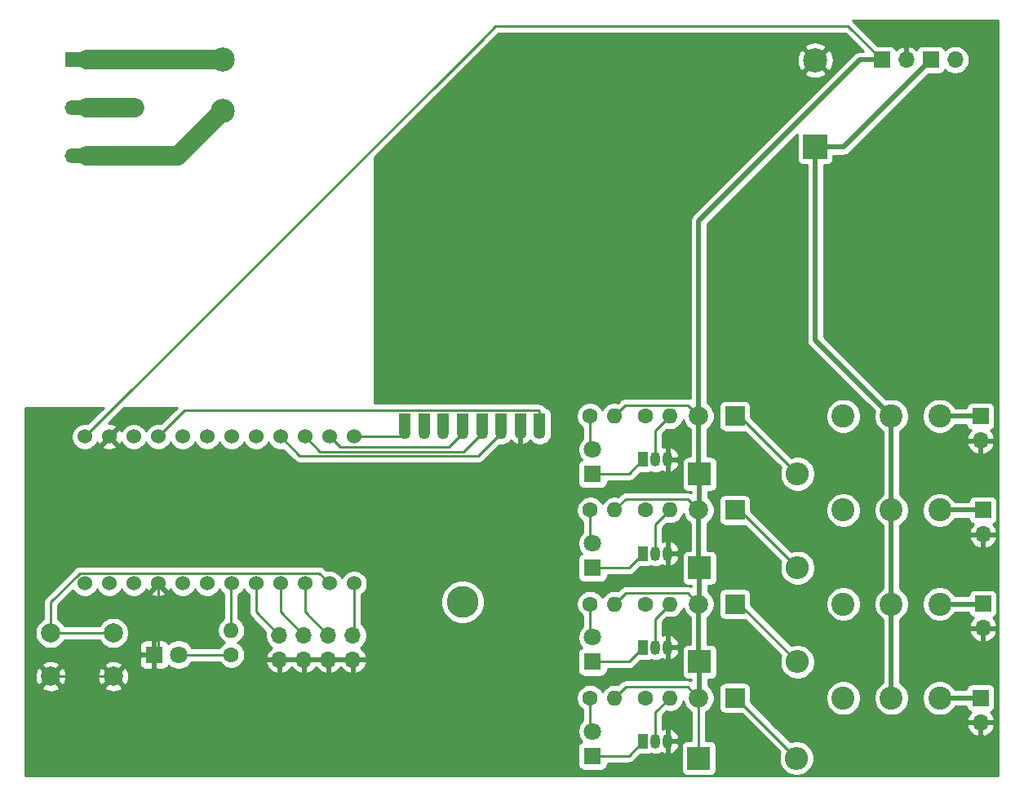
<source format=gbr>
%TF.GenerationSoftware,KiCad,Pcbnew,(5.1.9)-1*%
%TF.CreationDate,2021-02-20T10:07:39+01:00*%
%TF.ProjectId,HB-Uni-SenDose-4,48422d55-6e69-42d5-9365-6e446f73652d,rev?*%
%TF.SameCoordinates,Original*%
%TF.FileFunction,Copper,L1,Top*%
%TF.FilePolarity,Positive*%
%FSLAX46Y46*%
G04 Gerber Fmt 4.6, Leading zero omitted, Abs format (unit mm)*
G04 Created by KiCad (PCBNEW (5.1.9)-1) date 2021-02-20 10:07:39*
%MOMM*%
%LPD*%
G01*
G04 APERTURE LIST*
%TA.AperFunction,ComponentPad*%
%ADD10O,3.000000X1.500000*%
%TD*%
%TA.AperFunction,ComponentPad*%
%ADD11R,3.000000X1.500000*%
%TD*%
%TA.AperFunction,ComponentPad*%
%ADD12C,2.500000*%
%TD*%
%TA.AperFunction,ComponentPad*%
%ADD13R,2.500000X2.500000*%
%TD*%
%TA.AperFunction,ComponentPad*%
%ADD14O,1.270000X1.270000*%
%TD*%
%TA.AperFunction,ComponentPad*%
%ADD15C,1.270000*%
%TD*%
%TA.AperFunction,WasherPad*%
%ADD16C,3.300000*%
%TD*%
%TA.AperFunction,SMDPad,CuDef*%
%ADD17R,1.200000X2.000000*%
%TD*%
%TA.AperFunction,ComponentPad*%
%ADD18C,1.524000*%
%TD*%
%TA.AperFunction,ComponentPad*%
%ADD19C,2.000000*%
%TD*%
%TA.AperFunction,ComponentPad*%
%ADD20O,1.600000X1.600000*%
%TD*%
%TA.AperFunction,ComponentPad*%
%ADD21C,1.600000*%
%TD*%
%TA.AperFunction,ComponentPad*%
%ADD22R,1.050000X1.500000*%
%TD*%
%TA.AperFunction,ComponentPad*%
%ADD23O,1.050000X1.500000*%
%TD*%
%TA.AperFunction,ComponentPad*%
%ADD24R,2.000000X2.000000*%
%TD*%
%TA.AperFunction,ComponentPad*%
%ADD25C,2.400000*%
%TD*%
%TA.AperFunction,ComponentPad*%
%ADD26O,1.700000X1.700000*%
%TD*%
%TA.AperFunction,ComponentPad*%
%ADD27R,1.700000X1.700000*%
%TD*%
%TA.AperFunction,ComponentPad*%
%ADD28O,2.400000X2.400000*%
%TD*%
%TA.AperFunction,ComponentPad*%
%ADD29R,2.400000X2.400000*%
%TD*%
%TA.AperFunction,ComponentPad*%
%ADD30C,1.800000*%
%TD*%
%TA.AperFunction,ComponentPad*%
%ADD31R,1.800000X1.800000*%
%TD*%
%TA.AperFunction,Conductor*%
%ADD32C,2.000000*%
%TD*%
%TA.AperFunction,Conductor*%
%ADD33C,0.250000*%
%TD*%
%TA.AperFunction,Conductor*%
%ADD34C,0.500000*%
%TD*%
%TA.AperFunction,Conductor*%
%ADD35C,0.254000*%
%TD*%
%TA.AperFunction,Conductor*%
%ADD36C,0.100000*%
%TD*%
G04 APERTURE END LIST*
D10*
%TO.P,WAGO 236-403,3*%
%TO.N,Net-(PS1-Pad2)*%
X87250000Y-64000000D03*
X92250000Y-64000000D03*
%TO.P,WAGO 236-403,2*%
%TO.N,N/C*%
X87250000Y-59000000D03*
X92250000Y-59000000D03*
D11*
%TO.P,WAGO 236-403,1*%
%TO.N,Net-(PS1-Pad1)*%
X87250000Y-54000000D03*
X92250000Y-54000000D03*
%TD*%
D12*
%TO.P,IRM-30-12,4*%
%TO.N,Net-(PS1-Pad1)*%
X102100000Y-53950000D03*
D13*
%TO.P,IRM-30-12,1*%
%TO.N,+12V*%
X163600000Y-63050000D03*
D12*
%TO.P,IRM-30-12,3*%
%TO.N,Net-(PS1-Pad2)*%
X102100000Y-59350000D03*
%TO.P,IRM-30-12,2*%
%TO.N,GND*%
X163600000Y-54050000D03*
%TD*%
D14*
%TO.P,U2,1*%
%TO.N,/VCC*%
X135000000Y-92750000D03*
%TO.P,U2,2*%
%TO.N,GND*%
X133000000Y-92750000D03*
D15*
%TO.P,U2,3*%
%TO.N,/13*%
X131000000Y-92750000D03*
%TO.P,U2,4*%
%TO.N,/12*%
X129000000Y-92750000D03*
%TO.P,U2,5*%
%TO.N,/11*%
X127000000Y-92750000D03*
%TO.P,U2,6*%
%TO.N,Net-(U2-Pad6)*%
X125000000Y-92750000D03*
%TO.P,U2,7*%
%TO.N,/2*%
X123000000Y-92750000D03*
%TO.P,U2,8*%
%TO.N,/10*%
X121000000Y-92750000D03*
D16*
%TO.P,U2,*%
%TO.N,*%
X126984000Y-110276000D03*
D17*
%TO.P,U2,1*%
%TO.N,/VCC*%
X135000000Y-91750000D03*
%TO.P,U2,2*%
%TO.N,GND*%
X133000000Y-91750000D03*
%TO.P,U2,3*%
%TO.N,/13*%
X131000000Y-91750000D03*
%TO.P,U2,4*%
%TO.N,/12*%
X129000000Y-91750000D03*
%TO.P,U2,5*%
%TO.N,/11*%
X127000000Y-91750000D03*
%TO.P,U2,6*%
%TO.N,Net-(U2-Pad6)*%
X125000000Y-91750000D03*
%TO.P,U2,7*%
%TO.N,/2*%
X123000000Y-91750000D03*
%TO.P,U2,8*%
%TO.N,/10*%
X121000000Y-91750000D03*
%TD*%
D18*
%TO.P,U1,TXD*%
%TO.N,Net-(U1-PadTXD)*%
X87800000Y-108370000D03*
%TO.P,U1,RXD*%
%TO.N,Net-(U1-PadRXD)*%
X90340000Y-108370000D03*
%TO.P,U1,RST*%
%TO.N,Net-(U1-PadRST)*%
X92880000Y-108370000D03*
%TO.P,U1,GND*%
%TO.N,GND*%
X95420000Y-108370000D03*
%TO.P,U1,2*%
%TO.N,/2*%
X97960000Y-108370000D03*
%TO.P,U1,3*%
%TO.N,Net-(U1-Pad3)*%
X100500000Y-108370000D03*
%TO.P,U1,4*%
%TO.N,/4*%
X103040000Y-108370000D03*
%TO.P,U1,5*%
%TO.N,/5*%
X105580000Y-108370000D03*
%TO.P,U1,6*%
%TO.N,/6*%
X108120000Y-108370000D03*
%TO.P,U1,7*%
%TO.N,/7*%
X110660000Y-108370000D03*
%TO.P,U1,8*%
%TO.N,/8*%
X113200000Y-108370000D03*
%TO.P,U1,9*%
%TO.N,/9*%
X115740000Y-108370000D03*
%TO.P,U1,10*%
%TO.N,/10*%
X115740000Y-93130000D03*
%TO.P,U1,11*%
%TO.N,/11*%
X113200000Y-93130000D03*
%TO.P,U1,12*%
%TO.N,/12*%
X110660000Y-93130000D03*
%TO.P,U1,13*%
%TO.N,/13*%
X108120000Y-93130000D03*
%TO.P,U1,A0*%
%TO.N,/A0*%
X105580000Y-93130000D03*
%TO.P,U1,A1*%
%TO.N,/A1*%
X103040000Y-93130000D03*
%TO.P,U1,A2*%
%TO.N,/A2*%
X100500000Y-93130000D03*
%TO.P,U1,A3*%
%TO.N,/A3*%
X97960000Y-93130000D03*
%TO.P,U1,VCC*%
%TO.N,/VCC*%
X95420000Y-93130000D03*
%TO.P,U1,RST*%
%TO.N,Net-(U1-PadRST)*%
X92880000Y-93130000D03*
%TO.P,U1,GND*%
%TO.N,GND*%
X90340000Y-93130000D03*
%TO.P,U1,RAW*%
%TO.N,+5V*%
X87800000Y-93130000D03*
%TD*%
D19*
%TO.P,SW1,1*%
%TO.N,/8*%
X90750000Y-113500000D03*
%TO.P,SW1,2*%
%TO.N,GND*%
X90750000Y-118000000D03*
%TO.P,SW1,1*%
%TO.N,/8*%
X84250000Y-113500000D03*
%TO.P,SW1,2*%
%TO.N,GND*%
X84250000Y-118000000D03*
%TD*%
D20*
%TO.P,R9,2*%
%TO.N,/4*%
X103000000Y-113210000D03*
D21*
%TO.P,R9,1*%
%TO.N,Net-(D5-Pad2)*%
X103000000Y-115750000D03*
%TD*%
D20*
%TO.P,R8,2*%
%TO.N,Net-(Q4-Pad2)*%
X148540000Y-91000000D03*
D21*
%TO.P,R8,1*%
%TO.N,/A3*%
X146000000Y-91000000D03*
%TD*%
D20*
%TO.P,R7,2*%
%TO.N,+5V*%
X142750000Y-91000000D03*
D21*
%TO.P,R7,1*%
%TO.N,Net-(D4-Pad2)*%
X140210000Y-91000000D03*
%TD*%
D20*
%TO.P,R6,2*%
%TO.N,Net-(Q3-Pad2)*%
X148540000Y-100750000D03*
D21*
%TO.P,R6,1*%
%TO.N,/A2*%
X146000000Y-100750000D03*
%TD*%
D20*
%TO.P,R5,2*%
%TO.N,+5V*%
X142790000Y-100750000D03*
D21*
%TO.P,R5,1*%
%TO.N,Net-(D3-Pad2)*%
X140250000Y-100750000D03*
%TD*%
D20*
%TO.P,R4,2*%
%TO.N,Net-(Q2-Pad2)*%
X148540000Y-110500000D03*
D21*
%TO.P,R4,1*%
%TO.N,/A1*%
X146000000Y-110500000D03*
%TD*%
D20*
%TO.P,R3,2*%
%TO.N,+5V*%
X142790000Y-110500000D03*
D21*
%TO.P,R3,1*%
%TO.N,Net-(D2-Pad2)*%
X140250000Y-110500000D03*
%TD*%
D20*
%TO.P,R2,2*%
%TO.N,Net-(Q1-Pad2)*%
X148500000Y-120250000D03*
D21*
%TO.P,R2,1*%
%TO.N,/A0*%
X145960000Y-120250000D03*
%TD*%
D20*
%TO.P,R1,2*%
%TO.N,+5V*%
X142790000Y-120250000D03*
D21*
%TO.P,R1,1*%
%TO.N,Net-(D1-Pad2)*%
X140250000Y-120250000D03*
%TD*%
D22*
%TO.P,Q4,1*%
%TO.N,Net-(D4-Pad1)*%
X145750000Y-95500000D03*
D23*
%TO.P,Q4,3*%
%TO.N,GND*%
X148290000Y-95500000D03*
%TO.P,Q4,2*%
%TO.N,Net-(Q4-Pad2)*%
X147020000Y-95500000D03*
%TD*%
D22*
%TO.P,Q3,1*%
%TO.N,Net-(D3-Pad1)*%
X145750000Y-105250000D03*
D23*
%TO.P,Q3,3*%
%TO.N,GND*%
X148290000Y-105250000D03*
%TO.P,Q3,2*%
%TO.N,Net-(Q3-Pad2)*%
X147020000Y-105250000D03*
%TD*%
D22*
%TO.P,Q2,1*%
%TO.N,Net-(D2-Pad1)*%
X145750000Y-115000000D03*
D23*
%TO.P,Q2,3*%
%TO.N,GND*%
X148290000Y-115000000D03*
%TO.P,Q2,2*%
%TO.N,Net-(Q2-Pad2)*%
X147020000Y-115000000D03*
%TD*%
D22*
%TO.P,Q1,1*%
%TO.N,Net-(D1-Pad1)*%
X145750000Y-124750000D03*
D23*
%TO.P,Q1,3*%
%TO.N,GND*%
X148290000Y-124750000D03*
%TO.P,Q1,2*%
%TO.N,Net-(Q1-Pad2)*%
X147020000Y-124750000D03*
%TD*%
D19*
%TO.P,K4,A2*%
%TO.N,+5V*%
X151500000Y-91000000D03*
D24*
%TO.P,K4,A1*%
%TO.N,Net-(D4-Pad1)*%
X155250000Y-91000000D03*
D25*
%TO.P,K4,12*%
%TO.N,Net-(K4-Pad12)*%
X166500000Y-91000000D03*
%TO.P,K4,11*%
%TO.N,+12V*%
X171500000Y-91000000D03*
%TO.P,K4,14*%
%TO.N,Net-(J5-Pad1)*%
X176500000Y-91000000D03*
%TD*%
D19*
%TO.P,K3,A2*%
%TO.N,+5V*%
X151500000Y-100750000D03*
D24*
%TO.P,K3,A1*%
%TO.N,Net-(D3-Pad1)*%
X155250000Y-100750000D03*
D25*
%TO.P,K3,12*%
%TO.N,Net-(K3-Pad12)*%
X166500000Y-100750000D03*
%TO.P,K3,11*%
%TO.N,+12V*%
X171500000Y-100750000D03*
%TO.P,K3,14*%
%TO.N,Net-(J4-Pad1)*%
X176500000Y-100750000D03*
%TD*%
D19*
%TO.P,K2,A2*%
%TO.N,+5V*%
X151500000Y-110500000D03*
D24*
%TO.P,K2,A1*%
%TO.N,Net-(D2-Pad1)*%
X155250000Y-110500000D03*
D25*
%TO.P,K2,12*%
%TO.N,Net-(K2-Pad12)*%
X166500000Y-110500000D03*
%TO.P,K2,11*%
%TO.N,+12V*%
X171500000Y-110500000D03*
%TO.P,K2,14*%
%TO.N,Net-(J3-Pad1)*%
X176500000Y-110500000D03*
%TD*%
D19*
%TO.P,K1,A2*%
%TO.N,+5V*%
X151500000Y-120250000D03*
D24*
%TO.P,K1,A1*%
%TO.N,Net-(D1-Pad1)*%
X155250000Y-120250000D03*
D25*
%TO.P,K1,12*%
%TO.N,Net-(K1-Pad12)*%
X166500000Y-120250000D03*
%TO.P,K1,11*%
%TO.N,+12V*%
X171500000Y-120250000D03*
%TO.P,K1,14*%
%TO.N,Net-(J2-Pad1)*%
X176500000Y-120250000D03*
%TD*%
D26*
%TO.P,J6,8*%
%TO.N,GND*%
X115620000Y-116290000D03*
%TO.P,J6,7*%
%TO.N,/9*%
X115620000Y-113750000D03*
%TO.P,J6,6*%
%TO.N,GND*%
X113080000Y-116290000D03*
%TO.P,J6,5*%
%TO.N,/7*%
X113080000Y-113750000D03*
%TO.P,J6,4*%
%TO.N,GND*%
X110540000Y-116290000D03*
%TO.P,J6,3*%
%TO.N,/6*%
X110540000Y-113750000D03*
%TO.P,J6,2*%
%TO.N,GND*%
X108000000Y-116290000D03*
%TO.P,J6,1*%
%TO.N,/5*%
X108000000Y-113750000D03*
%TD*%
%TO.P,Pump4,2*%
%TO.N,GND*%
X180750000Y-93540000D03*
D27*
%TO.P,Pump4,1*%
%TO.N,Net-(J5-Pad1)*%
X180750000Y-91000000D03*
%TD*%
D26*
%TO.P,Pump3,2*%
%TO.N,GND*%
X181000000Y-103290000D03*
D27*
%TO.P,Pump3,1*%
%TO.N,Net-(J4-Pad1)*%
X181000000Y-100750000D03*
%TD*%
D26*
%TO.P,Pump2,2*%
%TO.N,GND*%
X181000000Y-113000000D03*
D27*
%TO.P,Pump2,1*%
%TO.N,Net-(J3-Pad1)*%
X181000000Y-110460000D03*
%TD*%
D26*
%TO.P,Pump1,2*%
%TO.N,GND*%
X180750000Y-122790000D03*
D27*
%TO.P,Pump1,1*%
%TO.N,Net-(J2-Pad1)*%
X180750000Y-120250000D03*
%TD*%
D26*
%TO.P,J1,4*%
%TO.N,Net-(J1-Pad4)*%
X178120000Y-54000000D03*
D27*
%TO.P,J1,3*%
%TO.N,+12V*%
X175580000Y-54000000D03*
D26*
%TO.P,J1,2*%
%TO.N,GND*%
X173040000Y-54000000D03*
D27*
%TO.P,J1,1*%
%TO.N,+5V*%
X170500000Y-54000000D03*
%TD*%
D28*
%TO.P,D9,2*%
%TO.N,Net-(D4-Pad1)*%
X161750000Y-97000000D03*
D29*
%TO.P,D9,1*%
%TO.N,+5V*%
X151590000Y-97000000D03*
%TD*%
D28*
%TO.P,D8,2*%
%TO.N,Net-(D3-Pad1)*%
X161750000Y-106750000D03*
D29*
%TO.P,D8,1*%
%TO.N,+5V*%
X151590000Y-106750000D03*
%TD*%
D28*
%TO.P,D7,2*%
%TO.N,Net-(D2-Pad1)*%
X161750000Y-116500000D03*
D29*
%TO.P,D7,1*%
%TO.N,+5V*%
X151590000Y-116500000D03*
%TD*%
D28*
%TO.P,D6,2*%
%TO.N,Net-(D1-Pad1)*%
X161660000Y-126500000D03*
D29*
%TO.P,D6,1*%
%TO.N,+5V*%
X151500000Y-126500000D03*
%TD*%
D30*
%TO.P,D5,2*%
%TO.N,Net-(D5-Pad2)*%
X97540000Y-115750000D03*
D31*
%TO.P,D5,1*%
%TO.N,GND*%
X95000000Y-115750000D03*
%TD*%
D30*
%TO.P,D4,2*%
%TO.N,Net-(D4-Pad2)*%
X140500000Y-94460000D03*
D31*
%TO.P,D4,1*%
%TO.N,Net-(D4-Pad1)*%
X140500000Y-97000000D03*
%TD*%
D30*
%TO.P,D3,2*%
%TO.N,Net-(D3-Pad2)*%
X140500000Y-104210000D03*
D31*
%TO.P,D3,1*%
%TO.N,Net-(D3-Pad1)*%
X140500000Y-106750000D03*
%TD*%
D30*
%TO.P,D2,2*%
%TO.N,Net-(D2-Pad2)*%
X140500000Y-113960000D03*
D31*
%TO.P,D2,1*%
%TO.N,Net-(D2-Pad1)*%
X140500000Y-116500000D03*
%TD*%
D30*
%TO.P,D1,2*%
%TO.N,Net-(D1-Pad2)*%
X140500000Y-123710000D03*
D31*
%TO.P,D1,1*%
%TO.N,Net-(D1-Pad1)*%
X140500000Y-126250000D03*
%TD*%
D32*
%TO.N,*%
X88000000Y-59000000D02*
X93000000Y-59000000D01*
D33*
%TO.N,Net-(D1-Pad2)*%
X140250000Y-123460000D02*
X140500000Y-123710000D01*
X140250000Y-120250000D02*
X140250000Y-123460000D01*
%TO.N,Net-(D1-Pad1)*%
X144250000Y-126250000D02*
X145750000Y-124750000D01*
X140500000Y-126250000D02*
X144250000Y-126250000D01*
X155410000Y-120250000D02*
X161660000Y-126500000D01*
X155250000Y-120250000D02*
X155410000Y-120250000D01*
%TO.N,Net-(D2-Pad2)*%
X140250000Y-113710000D02*
X140500000Y-113960000D01*
X140250000Y-110500000D02*
X140250000Y-113710000D01*
%TO.N,Net-(D2-Pad1)*%
X144250000Y-116500000D02*
X145750000Y-115000000D01*
X140500000Y-116500000D02*
X144250000Y-116500000D01*
X155750000Y-110500000D02*
X161750000Y-116500000D01*
X155250000Y-110500000D02*
X155750000Y-110500000D01*
%TO.N,Net-(D3-Pad2)*%
X140250000Y-103960000D02*
X140500000Y-104210000D01*
X140250000Y-100750000D02*
X140250000Y-103960000D01*
%TO.N,Net-(D3-Pad1)*%
X144250000Y-106750000D02*
X145750000Y-105250000D01*
X140500000Y-106750000D02*
X144250000Y-106750000D01*
X155750000Y-100750000D02*
X161750000Y-106750000D01*
X155250000Y-100750000D02*
X155750000Y-100750000D01*
%TO.N,Net-(D4-Pad2)*%
X140210000Y-94170000D02*
X140500000Y-94460000D01*
X140210000Y-91000000D02*
X140210000Y-94170000D01*
%TO.N,Net-(D4-Pad1)*%
X144250000Y-97000000D02*
X145750000Y-95500000D01*
X140500000Y-97000000D02*
X144250000Y-97000000D01*
X155750000Y-91000000D02*
X161750000Y-97000000D01*
X155250000Y-91000000D02*
X155750000Y-91000000D01*
%TO.N,Net-(D5-Pad2)*%
X97540000Y-115750000D02*
X103000000Y-115750000D01*
%TO.N,GND*%
X95420000Y-115330000D02*
X95000000Y-115750000D01*
X95420000Y-108370000D02*
X95420000Y-115330000D01*
X93000000Y-115750000D02*
X90750000Y-118000000D01*
X95000000Y-115750000D02*
X93000000Y-115750000D01*
X90750000Y-118000000D02*
X84250000Y-118000000D01*
%TO.N,+5V*%
X150374999Y-89874999D02*
X151500000Y-91000000D01*
X143875001Y-89874999D02*
X150374999Y-89874999D01*
X142750000Y-91000000D02*
X143875001Y-89874999D01*
X150374999Y-99624999D02*
X151500000Y-100750000D01*
X143915001Y-99624999D02*
X150374999Y-99624999D01*
X142790000Y-100750000D02*
X143915001Y-99624999D01*
X150374999Y-109374999D02*
X151500000Y-110500000D01*
X143915001Y-109374999D02*
X150374999Y-109374999D01*
X142790000Y-110500000D02*
X143915001Y-109374999D01*
X150374999Y-119124999D02*
X151500000Y-120250000D01*
X143915001Y-119124999D02*
X150374999Y-119124999D01*
X142790000Y-120250000D02*
X143915001Y-119124999D01*
X151500000Y-96910000D02*
X151590000Y-97000000D01*
D34*
X151500000Y-91000000D02*
X151500000Y-96910000D01*
D33*
X151590000Y-100660000D02*
X151500000Y-100750000D01*
D34*
X151590000Y-97000000D02*
X151590000Y-100660000D01*
D33*
X151500000Y-106660000D02*
X151590000Y-106750000D01*
D34*
X151500000Y-100750000D02*
X151500000Y-106660000D01*
D33*
X151590000Y-110410000D02*
X151500000Y-110500000D01*
D34*
X151590000Y-106750000D02*
X151590000Y-110410000D01*
D33*
X151500000Y-116410000D02*
X151590000Y-116500000D01*
D34*
X151500000Y-110500000D02*
X151500000Y-116410000D01*
D33*
X151590000Y-120160000D02*
X151500000Y-120250000D01*
D34*
X151590000Y-116500000D02*
X151590000Y-120160000D01*
D33*
X151500000Y-120250000D02*
X151500000Y-126500000D01*
D34*
X151500000Y-91000000D02*
X151500000Y-72064998D01*
D33*
X128930000Y-52000000D02*
X87800000Y-93130000D01*
X130430000Y-50500000D02*
X128930000Y-52000000D01*
X167000000Y-50500000D02*
X130430000Y-50500000D01*
X170500000Y-54000000D02*
X167000000Y-50500000D01*
D34*
X170500000Y-54000000D02*
X168250000Y-54000000D01*
X168250000Y-54000000D02*
X151500000Y-70750000D01*
X151500000Y-70750000D02*
X151500000Y-72064998D01*
%TO.N,Net-(J2-Pad1)*%
X176500000Y-120250000D02*
X180750000Y-120250000D01*
D33*
%TO.N,Net-(J3-Pad1)*%
X180960000Y-110500000D02*
X181000000Y-110460000D01*
D34*
X176500000Y-110500000D02*
X180960000Y-110500000D01*
%TO.N,Net-(J4-Pad1)*%
X176500000Y-100750000D02*
X181000000Y-100750000D01*
%TO.N,Net-(J5-Pad1)*%
X176500000Y-91000000D02*
X180750000Y-91000000D01*
D33*
%TO.N,/9*%
X115740000Y-113630000D02*
X115620000Y-113750000D01*
X115740000Y-108370000D02*
X115740000Y-113630000D01*
%TO.N,/7*%
X110660000Y-111330000D02*
X113080000Y-113750000D01*
X110660000Y-108370000D02*
X110660000Y-111330000D01*
%TO.N,/6*%
X108120000Y-111330000D02*
X110540000Y-113750000D01*
X108120000Y-108370000D02*
X108120000Y-111330000D01*
%TO.N,/5*%
X105580000Y-111330000D02*
X108000000Y-113750000D01*
X105580000Y-108370000D02*
X105580000Y-111330000D01*
D34*
%TO.N,+12V*%
X163600000Y-63050000D02*
X163600000Y-83100000D01*
X171500000Y-91000000D02*
X171500000Y-100750000D01*
X171500000Y-100750000D02*
X171500000Y-110500000D01*
X171500000Y-110500000D02*
X171500000Y-120250000D01*
X166530000Y-63050000D02*
X175580000Y-54000000D01*
X163600000Y-63050000D02*
X166530000Y-63050000D01*
X163600000Y-83100000D02*
X171500000Y-91000000D01*
D32*
%TO.N,Net-(PS1-Pad1)*%
X88000000Y-54000000D02*
X93000000Y-54000000D01*
D33*
X102050000Y-54000000D02*
X102100000Y-53950000D01*
D32*
X93000000Y-54000000D02*
X102050000Y-54000000D01*
%TO.N,Net-(PS1-Pad2)*%
X88000000Y-64000000D02*
X93000000Y-64000000D01*
X97450000Y-64000000D02*
X102100000Y-59350000D01*
X93000000Y-64000000D02*
X97450000Y-64000000D01*
D33*
%TO.N,Net-(Q1-Pad2)*%
X147020000Y-121730000D02*
X148500000Y-120250000D01*
X147020000Y-124750000D02*
X147020000Y-121730000D01*
%TO.N,Net-(Q2-Pad2)*%
X147020000Y-112020000D02*
X148540000Y-110500000D01*
X147020000Y-115000000D02*
X147020000Y-112020000D01*
%TO.N,Net-(Q3-Pad2)*%
X147020000Y-102270000D02*
X148540000Y-100750000D01*
X147020000Y-105250000D02*
X147020000Y-102270000D01*
%TO.N,Net-(Q4-Pad2)*%
X147020000Y-92520000D02*
X148540000Y-91000000D01*
X147020000Y-95500000D02*
X147020000Y-92520000D01*
%TO.N,/4*%
X103000000Y-108410000D02*
X103040000Y-108370000D01*
X103000000Y-113210000D02*
X103000000Y-108410000D01*
%TO.N,/8*%
X84250000Y-113500000D02*
X90750000Y-113500000D01*
X84250000Y-110311238D02*
X84250000Y-113500000D01*
X87278239Y-107282999D02*
X84250000Y-110311238D01*
X112112999Y-107282999D02*
X87278239Y-107282999D01*
X113200000Y-108370000D02*
X112112999Y-107282999D01*
%TO.N,/10*%
X120620000Y-93130000D02*
X121000000Y-92750000D01*
X115740000Y-93130000D02*
X120620000Y-93130000D01*
%TO.N,/11*%
X114287001Y-94217001D02*
X125532999Y-94217001D01*
X125532999Y-94217001D02*
X127000000Y-92750000D01*
X113200000Y-93130000D02*
X114287001Y-94217001D01*
%TO.N,/12*%
X127082990Y-94667010D02*
X129000000Y-92750000D01*
X112197010Y-94667010D02*
X127082990Y-94667010D01*
X110660000Y-93130000D02*
X112197010Y-94667010D01*
%TO.N,/13*%
X128632981Y-95117019D02*
X131000000Y-92750000D01*
X110107019Y-95117019D02*
X128632981Y-95117019D01*
X108120000Y-93130000D02*
X110107019Y-95117019D01*
%TO.N,/VCC*%
X98125001Y-90424999D02*
X95420000Y-93130000D01*
X135000000Y-90500000D02*
X134924999Y-90424999D01*
X134924999Y-90424999D02*
X98125001Y-90424999D01*
X135000000Y-91750000D02*
X135000000Y-90500000D01*
%TD*%
D35*
%TO.N,GND*%
X182590000Y-128340000D02*
X81660000Y-128340000D01*
X81660000Y-119135413D01*
X83294192Y-119135413D01*
X83389956Y-119399814D01*
X83679571Y-119540704D01*
X83991108Y-119622384D01*
X84312595Y-119641718D01*
X84631675Y-119597961D01*
X84936088Y-119492795D01*
X85110044Y-119399814D01*
X85205808Y-119135413D01*
X89794192Y-119135413D01*
X89889956Y-119399814D01*
X90179571Y-119540704D01*
X90491108Y-119622384D01*
X90812595Y-119641718D01*
X91131675Y-119597961D01*
X91436088Y-119492795D01*
X91610044Y-119399814D01*
X91705808Y-119135413D01*
X90750000Y-118179605D01*
X89794192Y-119135413D01*
X85205808Y-119135413D01*
X84250000Y-118179605D01*
X83294192Y-119135413D01*
X81660000Y-119135413D01*
X81660000Y-118062595D01*
X82608282Y-118062595D01*
X82652039Y-118381675D01*
X82757205Y-118686088D01*
X82850186Y-118860044D01*
X83114587Y-118955808D01*
X84070395Y-118000000D01*
X84429605Y-118000000D01*
X85385413Y-118955808D01*
X85649814Y-118860044D01*
X85790704Y-118570429D01*
X85872384Y-118258892D01*
X85884189Y-118062595D01*
X89108282Y-118062595D01*
X89152039Y-118381675D01*
X89257205Y-118686088D01*
X89350186Y-118860044D01*
X89614587Y-118955808D01*
X90570395Y-118000000D01*
X90929605Y-118000000D01*
X91885413Y-118955808D01*
X92149814Y-118860044D01*
X92290704Y-118570429D01*
X92372384Y-118258892D01*
X92391718Y-117937405D01*
X92347961Y-117618325D01*
X92242795Y-117313912D01*
X92149814Y-117139956D01*
X91885413Y-117044192D01*
X90929605Y-118000000D01*
X90570395Y-118000000D01*
X89614587Y-117044192D01*
X89350186Y-117139956D01*
X89209296Y-117429571D01*
X89127616Y-117741108D01*
X89108282Y-118062595D01*
X85884189Y-118062595D01*
X85891718Y-117937405D01*
X85847961Y-117618325D01*
X85742795Y-117313912D01*
X85649814Y-117139956D01*
X85385413Y-117044192D01*
X84429605Y-118000000D01*
X84070395Y-118000000D01*
X83114587Y-117044192D01*
X82850186Y-117139956D01*
X82709296Y-117429571D01*
X82627616Y-117741108D01*
X82608282Y-118062595D01*
X81660000Y-118062595D01*
X81660000Y-116864587D01*
X83294192Y-116864587D01*
X84250000Y-117820395D01*
X85205808Y-116864587D01*
X89794192Y-116864587D01*
X90750000Y-117820395D01*
X91705808Y-116864587D01*
X91628087Y-116650000D01*
X93461928Y-116650000D01*
X93474188Y-116774482D01*
X93510498Y-116894180D01*
X93569463Y-117004494D01*
X93648815Y-117101185D01*
X93745506Y-117180537D01*
X93855820Y-117239502D01*
X93975518Y-117275812D01*
X94100000Y-117288072D01*
X94714250Y-117285000D01*
X94873000Y-117126250D01*
X94873000Y-115877000D01*
X93623750Y-115877000D01*
X93465000Y-116035750D01*
X93461928Y-116650000D01*
X91628087Y-116650000D01*
X91610044Y-116600186D01*
X91320429Y-116459296D01*
X91008892Y-116377616D01*
X90687405Y-116358282D01*
X90368325Y-116402039D01*
X90063912Y-116507205D01*
X89889956Y-116600186D01*
X89794192Y-116864587D01*
X85205808Y-116864587D01*
X85110044Y-116600186D01*
X84820429Y-116459296D01*
X84508892Y-116377616D01*
X84187405Y-116358282D01*
X83868325Y-116402039D01*
X83563912Y-116507205D01*
X83389956Y-116600186D01*
X83294192Y-116864587D01*
X81660000Y-116864587D01*
X81660000Y-113338967D01*
X82615000Y-113338967D01*
X82615000Y-113661033D01*
X82677832Y-113976912D01*
X82801082Y-114274463D01*
X82980013Y-114542252D01*
X83207748Y-114769987D01*
X83475537Y-114948918D01*
X83773088Y-115072168D01*
X84088967Y-115135000D01*
X84411033Y-115135000D01*
X84726912Y-115072168D01*
X85024463Y-114948918D01*
X85292252Y-114769987D01*
X85519987Y-114542252D01*
X85698918Y-114274463D01*
X85704909Y-114260000D01*
X89295091Y-114260000D01*
X89301082Y-114274463D01*
X89480013Y-114542252D01*
X89707748Y-114769987D01*
X89975537Y-114948918D01*
X90273088Y-115072168D01*
X90588967Y-115135000D01*
X90911033Y-115135000D01*
X91226912Y-115072168D01*
X91524463Y-114948918D01*
X91672504Y-114850000D01*
X93461928Y-114850000D01*
X93465000Y-115464250D01*
X93623750Y-115623000D01*
X94873000Y-115623000D01*
X94873000Y-114373750D01*
X94714250Y-114215000D01*
X94100000Y-114211928D01*
X93975518Y-114224188D01*
X93855820Y-114260498D01*
X93745506Y-114319463D01*
X93648815Y-114398815D01*
X93569463Y-114495506D01*
X93510498Y-114605820D01*
X93474188Y-114725518D01*
X93461928Y-114850000D01*
X91672504Y-114850000D01*
X91792252Y-114769987D01*
X92019987Y-114542252D01*
X92198918Y-114274463D01*
X92322168Y-113976912D01*
X92385000Y-113661033D01*
X92385000Y-113338967D01*
X92322168Y-113023088D01*
X92198918Y-112725537D01*
X92019987Y-112457748D01*
X91792252Y-112230013D01*
X91524463Y-112051082D01*
X91226912Y-111927832D01*
X90911033Y-111865000D01*
X90588967Y-111865000D01*
X90273088Y-111927832D01*
X89975537Y-112051082D01*
X89707748Y-112230013D01*
X89480013Y-112457748D01*
X89301082Y-112725537D01*
X89295091Y-112740000D01*
X85704909Y-112740000D01*
X85698918Y-112725537D01*
X85519987Y-112457748D01*
X85292252Y-112230013D01*
X85024463Y-112051082D01*
X85010000Y-112045091D01*
X85010000Y-110626039D01*
X86578945Y-109057095D01*
X86714880Y-109260535D01*
X86909465Y-109455120D01*
X87138273Y-109608005D01*
X87392510Y-109713314D01*
X87662408Y-109767000D01*
X87937592Y-109767000D01*
X88207490Y-109713314D01*
X88461727Y-109608005D01*
X88690535Y-109455120D01*
X88885120Y-109260535D01*
X89038005Y-109031727D01*
X89070000Y-108954485D01*
X89101995Y-109031727D01*
X89254880Y-109260535D01*
X89449465Y-109455120D01*
X89678273Y-109608005D01*
X89932510Y-109713314D01*
X90202408Y-109767000D01*
X90477592Y-109767000D01*
X90747490Y-109713314D01*
X91001727Y-109608005D01*
X91230535Y-109455120D01*
X91425120Y-109260535D01*
X91578005Y-109031727D01*
X91610000Y-108954485D01*
X91641995Y-109031727D01*
X91794880Y-109260535D01*
X91989465Y-109455120D01*
X92218273Y-109608005D01*
X92472510Y-109713314D01*
X92742408Y-109767000D01*
X93017592Y-109767000D01*
X93287490Y-109713314D01*
X93541727Y-109608005D01*
X93770535Y-109455120D01*
X93890090Y-109335565D01*
X94634040Y-109335565D01*
X94701020Y-109575656D01*
X94950048Y-109692756D01*
X95217135Y-109759023D01*
X95492017Y-109771910D01*
X95764133Y-109730922D01*
X96023023Y-109637636D01*
X96138980Y-109575656D01*
X96205960Y-109335565D01*
X95420000Y-108549605D01*
X94634040Y-109335565D01*
X93890090Y-109335565D01*
X93965120Y-109260535D01*
X94118005Y-109031727D01*
X94147692Y-108960057D01*
X94152364Y-108973023D01*
X94214344Y-109088980D01*
X94454435Y-109155960D01*
X95240395Y-108370000D01*
X95226253Y-108355858D01*
X95405858Y-108176253D01*
X95420000Y-108190395D01*
X95434143Y-108176253D01*
X95613748Y-108355858D01*
X95599605Y-108370000D01*
X96385565Y-109155960D01*
X96625656Y-109088980D01*
X96689485Y-108953240D01*
X96721995Y-109031727D01*
X96874880Y-109260535D01*
X97069465Y-109455120D01*
X97298273Y-109608005D01*
X97552510Y-109713314D01*
X97822408Y-109767000D01*
X98097592Y-109767000D01*
X98367490Y-109713314D01*
X98621727Y-109608005D01*
X98850535Y-109455120D01*
X99045120Y-109260535D01*
X99198005Y-109031727D01*
X99230000Y-108954485D01*
X99261995Y-109031727D01*
X99414880Y-109260535D01*
X99609465Y-109455120D01*
X99838273Y-109608005D01*
X100092510Y-109713314D01*
X100362408Y-109767000D01*
X100637592Y-109767000D01*
X100907490Y-109713314D01*
X101161727Y-109608005D01*
X101390535Y-109455120D01*
X101585120Y-109260535D01*
X101738005Y-109031727D01*
X101770000Y-108954485D01*
X101801995Y-109031727D01*
X101954880Y-109260535D01*
X102149465Y-109455120D01*
X102240001Y-109515614D01*
X102240000Y-111991956D01*
X102085241Y-112095363D01*
X101885363Y-112295241D01*
X101728320Y-112530273D01*
X101620147Y-112791426D01*
X101565000Y-113068665D01*
X101565000Y-113351335D01*
X101620147Y-113628574D01*
X101728320Y-113889727D01*
X101885363Y-114124759D01*
X102085241Y-114324637D01*
X102317759Y-114480000D01*
X102085241Y-114635363D01*
X101885363Y-114835241D01*
X101781957Y-114990000D01*
X98878313Y-114990000D01*
X98732312Y-114771495D01*
X98518505Y-114557688D01*
X98267095Y-114389701D01*
X97987743Y-114273989D01*
X97691184Y-114215000D01*
X97388816Y-114215000D01*
X97092257Y-114273989D01*
X96812905Y-114389701D01*
X96561495Y-114557688D01*
X96495056Y-114624127D01*
X96489502Y-114605820D01*
X96430537Y-114495506D01*
X96351185Y-114398815D01*
X96254494Y-114319463D01*
X96144180Y-114260498D01*
X96024482Y-114224188D01*
X95900000Y-114211928D01*
X95285750Y-114215000D01*
X95127000Y-114373750D01*
X95127000Y-115623000D01*
X95147000Y-115623000D01*
X95147000Y-115877000D01*
X95127000Y-115877000D01*
X95127000Y-117126250D01*
X95285750Y-117285000D01*
X95900000Y-117288072D01*
X96024482Y-117275812D01*
X96144180Y-117239502D01*
X96254494Y-117180537D01*
X96351185Y-117101185D01*
X96430537Y-117004494D01*
X96489502Y-116894180D01*
X96495056Y-116875873D01*
X96561495Y-116942312D01*
X96812905Y-117110299D01*
X97092257Y-117226011D01*
X97388816Y-117285000D01*
X97691184Y-117285000D01*
X97987743Y-117226011D01*
X98267095Y-117110299D01*
X98518505Y-116942312D01*
X98732312Y-116728505D01*
X98878313Y-116510000D01*
X101781957Y-116510000D01*
X101885363Y-116664759D01*
X102085241Y-116864637D01*
X102320273Y-117021680D01*
X102581426Y-117129853D01*
X102858665Y-117185000D01*
X103141335Y-117185000D01*
X103418574Y-117129853D01*
X103679727Y-117021680D01*
X103914759Y-116864637D01*
X104114637Y-116664759D01*
X104126575Y-116646891D01*
X106558519Y-116646891D01*
X106655843Y-116921252D01*
X106804822Y-117171355D01*
X106999731Y-117387588D01*
X107233080Y-117561641D01*
X107495901Y-117686825D01*
X107643110Y-117731476D01*
X107873000Y-117610155D01*
X107873000Y-116417000D01*
X108127000Y-116417000D01*
X108127000Y-117610155D01*
X108356890Y-117731476D01*
X108504099Y-117686825D01*
X108766920Y-117561641D01*
X109000269Y-117387588D01*
X109195178Y-117171355D01*
X109270000Y-117045745D01*
X109344822Y-117171355D01*
X109539731Y-117387588D01*
X109773080Y-117561641D01*
X110035901Y-117686825D01*
X110183110Y-117731476D01*
X110413000Y-117610155D01*
X110413000Y-116417000D01*
X110667000Y-116417000D01*
X110667000Y-117610155D01*
X110896890Y-117731476D01*
X111044099Y-117686825D01*
X111306920Y-117561641D01*
X111540269Y-117387588D01*
X111735178Y-117171355D01*
X111810000Y-117045745D01*
X111884822Y-117171355D01*
X112079731Y-117387588D01*
X112313080Y-117561641D01*
X112575901Y-117686825D01*
X112723110Y-117731476D01*
X112953000Y-117610155D01*
X112953000Y-116417000D01*
X113207000Y-116417000D01*
X113207000Y-117610155D01*
X113436890Y-117731476D01*
X113584099Y-117686825D01*
X113846920Y-117561641D01*
X114080269Y-117387588D01*
X114275178Y-117171355D01*
X114350000Y-117045745D01*
X114424822Y-117171355D01*
X114619731Y-117387588D01*
X114853080Y-117561641D01*
X115115901Y-117686825D01*
X115263110Y-117731476D01*
X115493000Y-117610155D01*
X115493000Y-116417000D01*
X115747000Y-116417000D01*
X115747000Y-117610155D01*
X115976890Y-117731476D01*
X116124099Y-117686825D01*
X116386920Y-117561641D01*
X116620269Y-117387588D01*
X116815178Y-117171355D01*
X116964157Y-116921252D01*
X117061481Y-116646891D01*
X116940814Y-116417000D01*
X115747000Y-116417000D01*
X115493000Y-116417000D01*
X113207000Y-116417000D01*
X112953000Y-116417000D01*
X110667000Y-116417000D01*
X110413000Y-116417000D01*
X108127000Y-116417000D01*
X107873000Y-116417000D01*
X106679186Y-116417000D01*
X106558519Y-116646891D01*
X104126575Y-116646891D01*
X104271680Y-116429727D01*
X104379853Y-116168574D01*
X104435000Y-115891335D01*
X104435000Y-115608665D01*
X104379853Y-115331426D01*
X104271680Y-115070273D01*
X104114637Y-114835241D01*
X103914759Y-114635363D01*
X103682241Y-114480000D01*
X103914759Y-114324637D01*
X104114637Y-114124759D01*
X104271680Y-113889727D01*
X104379853Y-113628574D01*
X104435000Y-113351335D01*
X104435000Y-113068665D01*
X104379853Y-112791426D01*
X104271680Y-112530273D01*
X104114637Y-112295241D01*
X103914759Y-112095363D01*
X103760000Y-111991957D01*
X103760000Y-109569068D01*
X103930535Y-109455120D01*
X104125120Y-109260535D01*
X104278005Y-109031727D01*
X104310000Y-108954485D01*
X104341995Y-109031727D01*
X104494880Y-109260535D01*
X104689465Y-109455120D01*
X104820000Y-109542341D01*
X104820001Y-111292668D01*
X104816324Y-111330000D01*
X104820001Y-111367333D01*
X104830998Y-111478986D01*
X104840102Y-111508998D01*
X104874454Y-111622246D01*
X104945026Y-111754276D01*
X105016201Y-111841002D01*
X105040000Y-111870001D01*
X105068998Y-111893799D01*
X106558790Y-113383592D01*
X106515000Y-113603740D01*
X106515000Y-113896260D01*
X106572068Y-114183158D01*
X106684010Y-114453411D01*
X106846525Y-114696632D01*
X107053368Y-114903475D01*
X107229406Y-115021100D01*
X106999731Y-115192412D01*
X106804822Y-115408645D01*
X106655843Y-115658748D01*
X106558519Y-115933109D01*
X106679186Y-116163000D01*
X107873000Y-116163000D01*
X107873000Y-116143000D01*
X108127000Y-116143000D01*
X108127000Y-116163000D01*
X110413000Y-116163000D01*
X110413000Y-116143000D01*
X110667000Y-116143000D01*
X110667000Y-116163000D01*
X112953000Y-116163000D01*
X112953000Y-116143000D01*
X113207000Y-116143000D01*
X113207000Y-116163000D01*
X115493000Y-116163000D01*
X115493000Y-116143000D01*
X115747000Y-116143000D01*
X115747000Y-116163000D01*
X116940814Y-116163000D01*
X117061481Y-115933109D01*
X116964157Y-115658748D01*
X116815178Y-115408645D01*
X116620269Y-115192412D01*
X116390594Y-115021100D01*
X116566632Y-114903475D01*
X116773475Y-114696632D01*
X116935990Y-114453411D01*
X117047932Y-114183158D01*
X117105000Y-113896260D01*
X117105000Y-113603740D01*
X117047932Y-113316842D01*
X116935990Y-113046589D01*
X116773475Y-112803368D01*
X116566632Y-112596525D01*
X116500000Y-112552003D01*
X116500000Y-110050947D01*
X124699000Y-110050947D01*
X124699000Y-110501053D01*
X124786811Y-110942510D01*
X124959059Y-111358353D01*
X125209125Y-111732603D01*
X125527397Y-112050875D01*
X125901647Y-112300941D01*
X126317490Y-112473189D01*
X126758947Y-112561000D01*
X127209053Y-112561000D01*
X127650510Y-112473189D01*
X128066353Y-112300941D01*
X128440603Y-112050875D01*
X128758875Y-111732603D01*
X129008941Y-111358353D01*
X129181189Y-110942510D01*
X129269000Y-110501053D01*
X129269000Y-110050947D01*
X129181189Y-109609490D01*
X129008941Y-109193647D01*
X128758875Y-108819397D01*
X128440603Y-108501125D01*
X128066353Y-108251059D01*
X127650510Y-108078811D01*
X127209053Y-107991000D01*
X126758947Y-107991000D01*
X126317490Y-108078811D01*
X125901647Y-108251059D01*
X125527397Y-108501125D01*
X125209125Y-108819397D01*
X124959059Y-109193647D01*
X124786811Y-109609490D01*
X124699000Y-110050947D01*
X116500000Y-110050947D01*
X116500000Y-109542341D01*
X116630535Y-109455120D01*
X116825120Y-109260535D01*
X116978005Y-109031727D01*
X117083314Y-108777490D01*
X117137000Y-108507592D01*
X117137000Y-108232408D01*
X117083314Y-107962510D01*
X116978005Y-107708273D01*
X116825120Y-107479465D01*
X116630535Y-107284880D01*
X116401727Y-107131995D01*
X116147490Y-107026686D01*
X115877592Y-106973000D01*
X115602408Y-106973000D01*
X115332510Y-107026686D01*
X115078273Y-107131995D01*
X114849465Y-107284880D01*
X114654880Y-107479465D01*
X114501995Y-107708273D01*
X114470000Y-107785515D01*
X114438005Y-107708273D01*
X114285120Y-107479465D01*
X114090535Y-107284880D01*
X113861727Y-107131995D01*
X113607490Y-107026686D01*
X113337592Y-106973000D01*
X113062408Y-106973000D01*
X112908429Y-107003628D01*
X112676803Y-106772001D01*
X112653000Y-106742998D01*
X112537275Y-106648025D01*
X112405246Y-106577453D01*
X112261985Y-106533996D01*
X112150332Y-106522999D01*
X112150321Y-106522999D01*
X112112999Y-106519323D01*
X112075677Y-106522999D01*
X87315564Y-106522999D01*
X87278239Y-106519323D01*
X87240914Y-106522999D01*
X87240906Y-106522999D01*
X87129253Y-106533996D01*
X86985992Y-106577453D01*
X86853963Y-106648025D01*
X86738238Y-106742998D01*
X86714440Y-106771996D01*
X83739003Y-109747434D01*
X83709999Y-109771237D01*
X83669757Y-109820273D01*
X83615026Y-109886962D01*
X83588707Y-109936201D01*
X83544454Y-110018992D01*
X83500997Y-110162253D01*
X83490000Y-110273906D01*
X83490000Y-110273916D01*
X83486324Y-110311238D01*
X83490000Y-110348561D01*
X83490001Y-112045091D01*
X83475537Y-112051082D01*
X83207748Y-112230013D01*
X82980013Y-112457748D01*
X82801082Y-112725537D01*
X82677832Y-113023088D01*
X82615000Y-113338967D01*
X81660000Y-113338967D01*
X81660000Y-90127000D01*
X89728199Y-90127000D01*
X88091571Y-91763628D01*
X87937592Y-91733000D01*
X87662408Y-91733000D01*
X87392510Y-91786686D01*
X87138273Y-91891995D01*
X86909465Y-92044880D01*
X86714880Y-92239465D01*
X86561995Y-92468273D01*
X86456686Y-92722510D01*
X86403000Y-92992408D01*
X86403000Y-93267592D01*
X86456686Y-93537490D01*
X86561995Y-93791727D01*
X86714880Y-94020535D01*
X86909465Y-94215120D01*
X87138273Y-94368005D01*
X87392510Y-94473314D01*
X87662408Y-94527000D01*
X87937592Y-94527000D01*
X88207490Y-94473314D01*
X88461727Y-94368005D01*
X88690535Y-94215120D01*
X88810090Y-94095565D01*
X89554040Y-94095565D01*
X89621020Y-94335656D01*
X89870048Y-94452756D01*
X90137135Y-94519023D01*
X90412017Y-94531910D01*
X90684133Y-94490922D01*
X90943023Y-94397636D01*
X91058980Y-94335656D01*
X91125960Y-94095565D01*
X90340000Y-93309605D01*
X89554040Y-94095565D01*
X88810090Y-94095565D01*
X88885120Y-94020535D01*
X89038005Y-93791727D01*
X89067692Y-93720057D01*
X89072364Y-93733023D01*
X89134344Y-93848980D01*
X89374435Y-93915960D01*
X90160395Y-93130000D01*
X90146253Y-93115858D01*
X90325858Y-92936253D01*
X90340000Y-92950395D01*
X91125960Y-92164435D01*
X91058980Y-91924344D01*
X90809952Y-91807244D01*
X90542865Y-91740977D01*
X90276320Y-91728481D01*
X91877801Y-90127000D01*
X97348198Y-90127000D01*
X95711570Y-91763628D01*
X95557592Y-91733000D01*
X95282408Y-91733000D01*
X95012510Y-91786686D01*
X94758273Y-91891995D01*
X94529465Y-92044880D01*
X94334880Y-92239465D01*
X94181995Y-92468273D01*
X94150000Y-92545515D01*
X94118005Y-92468273D01*
X93965120Y-92239465D01*
X93770535Y-92044880D01*
X93541727Y-91891995D01*
X93287490Y-91786686D01*
X93017592Y-91733000D01*
X92742408Y-91733000D01*
X92472510Y-91786686D01*
X92218273Y-91891995D01*
X91989465Y-92044880D01*
X91794880Y-92239465D01*
X91641995Y-92468273D01*
X91612308Y-92539943D01*
X91607636Y-92526977D01*
X91545656Y-92411020D01*
X91305565Y-92344040D01*
X90519605Y-93130000D01*
X91305565Y-93915960D01*
X91545656Y-93848980D01*
X91609485Y-93713240D01*
X91641995Y-93791727D01*
X91794880Y-94020535D01*
X91989465Y-94215120D01*
X92218273Y-94368005D01*
X92472510Y-94473314D01*
X92742408Y-94527000D01*
X93017592Y-94527000D01*
X93287490Y-94473314D01*
X93541727Y-94368005D01*
X93770535Y-94215120D01*
X93965120Y-94020535D01*
X94118005Y-93791727D01*
X94150000Y-93714485D01*
X94181995Y-93791727D01*
X94334880Y-94020535D01*
X94529465Y-94215120D01*
X94758273Y-94368005D01*
X95012510Y-94473314D01*
X95282408Y-94527000D01*
X95557592Y-94527000D01*
X95827490Y-94473314D01*
X96081727Y-94368005D01*
X96310535Y-94215120D01*
X96505120Y-94020535D01*
X96658005Y-93791727D01*
X96690000Y-93714485D01*
X96721995Y-93791727D01*
X96874880Y-94020535D01*
X97069465Y-94215120D01*
X97298273Y-94368005D01*
X97552510Y-94473314D01*
X97822408Y-94527000D01*
X98097592Y-94527000D01*
X98367490Y-94473314D01*
X98621727Y-94368005D01*
X98850535Y-94215120D01*
X99045120Y-94020535D01*
X99198005Y-93791727D01*
X99230000Y-93714485D01*
X99261995Y-93791727D01*
X99414880Y-94020535D01*
X99609465Y-94215120D01*
X99838273Y-94368005D01*
X100092510Y-94473314D01*
X100362408Y-94527000D01*
X100637592Y-94527000D01*
X100907490Y-94473314D01*
X101161727Y-94368005D01*
X101390535Y-94215120D01*
X101585120Y-94020535D01*
X101738005Y-93791727D01*
X101770000Y-93714485D01*
X101801995Y-93791727D01*
X101954880Y-94020535D01*
X102149465Y-94215120D01*
X102378273Y-94368005D01*
X102632510Y-94473314D01*
X102902408Y-94527000D01*
X103177592Y-94527000D01*
X103447490Y-94473314D01*
X103701727Y-94368005D01*
X103930535Y-94215120D01*
X104125120Y-94020535D01*
X104278005Y-93791727D01*
X104310000Y-93714485D01*
X104341995Y-93791727D01*
X104494880Y-94020535D01*
X104689465Y-94215120D01*
X104918273Y-94368005D01*
X105172510Y-94473314D01*
X105442408Y-94527000D01*
X105717592Y-94527000D01*
X105987490Y-94473314D01*
X106241727Y-94368005D01*
X106470535Y-94215120D01*
X106665120Y-94020535D01*
X106818005Y-93791727D01*
X106850000Y-93714485D01*
X106881995Y-93791727D01*
X107034880Y-94020535D01*
X107229465Y-94215120D01*
X107458273Y-94368005D01*
X107712510Y-94473314D01*
X107982408Y-94527000D01*
X108257592Y-94527000D01*
X108411570Y-94496372D01*
X109543220Y-95628022D01*
X109567018Y-95657020D01*
X109682743Y-95751993D01*
X109814772Y-95822565D01*
X109958033Y-95866022D01*
X110069686Y-95877019D01*
X110069695Y-95877019D01*
X110107018Y-95880695D01*
X110144341Y-95877019D01*
X128595659Y-95877019D01*
X128632981Y-95880695D01*
X128670303Y-95877019D01*
X128670314Y-95877019D01*
X128781967Y-95866022D01*
X128925228Y-95822565D01*
X129057257Y-95751993D01*
X129172982Y-95657020D01*
X129196785Y-95628016D01*
X130816434Y-94008367D01*
X130874916Y-94020000D01*
X131125084Y-94020000D01*
X131370445Y-93971195D01*
X131601571Y-93875459D01*
X131809578Y-93736473D01*
X131986473Y-93559578D01*
X132005323Y-93531368D01*
X132048982Y-93591712D01*
X132231465Y-93761073D01*
X132443483Y-93891579D01*
X132676887Y-93978215D01*
X132873000Y-93854890D01*
X132873000Y-91645110D01*
X132853000Y-91632533D01*
X132853000Y-91623000D01*
X132873000Y-91623000D01*
X132873000Y-91603000D01*
X133127000Y-91603000D01*
X133127000Y-91623000D01*
X133147000Y-91623000D01*
X133147000Y-91632533D01*
X133127000Y-91645110D01*
X133127000Y-93854890D01*
X133323113Y-93978215D01*
X133556517Y-93891579D01*
X133768535Y-93761073D01*
X133951018Y-93591712D01*
X133994677Y-93531368D01*
X134013527Y-93559578D01*
X134190422Y-93736473D01*
X134398429Y-93875459D01*
X134629555Y-93971195D01*
X134874916Y-94020000D01*
X135125084Y-94020000D01*
X135370445Y-93971195D01*
X135601571Y-93875459D01*
X135809578Y-93736473D01*
X135986473Y-93559578D01*
X136125459Y-93351571D01*
X136221195Y-93120445D01*
X136270000Y-92875084D01*
X136270000Y-92624916D01*
X136238072Y-92464402D01*
X136238072Y-90750000D01*
X136225812Y-90625518D01*
X136189502Y-90505820D01*
X136130537Y-90395506D01*
X136051185Y-90298815D01*
X135954494Y-90219463D01*
X135844180Y-90160498D01*
X135724482Y-90124188D01*
X135657345Y-90117576D01*
X135634974Y-90075724D01*
X135540001Y-89959999D01*
X135511001Y-89936199D01*
X135488801Y-89913999D01*
X135465000Y-89884998D01*
X135349275Y-89790025D01*
X135217246Y-89719453D01*
X135073985Y-89675996D01*
X134962332Y-89664999D01*
X134962321Y-89664999D01*
X134924999Y-89661323D01*
X134887677Y-89664999D01*
X117877000Y-89664999D01*
X117877000Y-64127802D01*
X126641197Y-55363605D01*
X162466000Y-55363605D01*
X162591914Y-55653577D01*
X162924126Y-55819433D01*
X163282312Y-55917290D01*
X163652706Y-55943389D01*
X164021075Y-55896725D01*
X164373262Y-55779094D01*
X164608086Y-55653577D01*
X164734000Y-55363605D01*
X163600000Y-54229605D01*
X162466000Y-55363605D01*
X126641197Y-55363605D01*
X127902096Y-54102706D01*
X161706611Y-54102706D01*
X161753275Y-54471075D01*
X161870906Y-54823262D01*
X161996423Y-55058086D01*
X162286395Y-55184000D01*
X163420395Y-54050000D01*
X163779605Y-54050000D01*
X164913605Y-55184000D01*
X165203577Y-55058086D01*
X165369433Y-54725874D01*
X165467290Y-54367688D01*
X165493389Y-53997294D01*
X165446725Y-53628925D01*
X165329094Y-53276738D01*
X165203577Y-53041914D01*
X164913605Y-52916000D01*
X163779605Y-54050000D01*
X163420395Y-54050000D01*
X162286395Y-52916000D01*
X161996423Y-53041914D01*
X161830567Y-53374126D01*
X161732710Y-53732312D01*
X161706611Y-54102706D01*
X127902096Y-54102706D01*
X129268407Y-52736395D01*
X162466000Y-52736395D01*
X163600000Y-53870395D01*
X164734000Y-52736395D01*
X164608086Y-52446423D01*
X164275874Y-52280567D01*
X163917688Y-52182710D01*
X163547294Y-52156611D01*
X163178925Y-52203275D01*
X162826738Y-52320906D01*
X162591914Y-52446423D01*
X162466000Y-52736395D01*
X129268407Y-52736395D01*
X129493799Y-52511003D01*
X129493803Y-52510998D01*
X130744802Y-51260000D01*
X166685199Y-51260000D01*
X168540198Y-53115000D01*
X168293465Y-53115000D01*
X168249999Y-53110719D01*
X168206533Y-53115000D01*
X168206523Y-53115000D01*
X168076510Y-53127805D01*
X167909687Y-53178411D01*
X167755941Y-53260589D01*
X167755939Y-53260590D01*
X167755940Y-53260590D01*
X167654953Y-53343468D01*
X167654951Y-53343470D01*
X167621183Y-53371183D01*
X167593470Y-53404951D01*
X150904956Y-70093466D01*
X150871183Y-70121183D01*
X150760589Y-70255942D01*
X150678411Y-70409688D01*
X150627805Y-70576511D01*
X150615000Y-70706524D01*
X150615000Y-70706531D01*
X150610719Y-70750000D01*
X150615000Y-70793470D01*
X150615001Y-72021521D01*
X150615000Y-89153605D01*
X150523985Y-89125996D01*
X150412332Y-89114999D01*
X150412321Y-89114999D01*
X150374999Y-89111323D01*
X150337677Y-89114999D01*
X143912326Y-89114999D01*
X143875001Y-89111323D01*
X143837676Y-89114999D01*
X143837668Y-89114999D01*
X143726015Y-89125996D01*
X143582754Y-89169453D01*
X143450725Y-89240025D01*
X143335000Y-89334998D01*
X143311202Y-89363996D01*
X143073886Y-89601312D01*
X142891335Y-89565000D01*
X142608665Y-89565000D01*
X142331426Y-89620147D01*
X142070273Y-89728320D01*
X141835241Y-89885363D01*
X141635363Y-90085241D01*
X141480000Y-90317759D01*
X141324637Y-90085241D01*
X141124759Y-89885363D01*
X140889727Y-89728320D01*
X140628574Y-89620147D01*
X140351335Y-89565000D01*
X140068665Y-89565000D01*
X139791426Y-89620147D01*
X139530273Y-89728320D01*
X139295241Y-89885363D01*
X139095363Y-90085241D01*
X138938320Y-90320273D01*
X138830147Y-90581426D01*
X138775000Y-90858665D01*
X138775000Y-91141335D01*
X138830147Y-91418574D01*
X138938320Y-91679727D01*
X139095363Y-91914759D01*
X139295241Y-92114637D01*
X139450000Y-92218044D01*
X139450001Y-93339182D01*
X139307688Y-93481495D01*
X139139701Y-93732905D01*
X139023989Y-94012257D01*
X138965000Y-94308816D01*
X138965000Y-94611184D01*
X139023989Y-94907743D01*
X139139701Y-95187095D01*
X139307688Y-95438505D01*
X139374127Y-95504944D01*
X139355820Y-95510498D01*
X139245506Y-95569463D01*
X139148815Y-95648815D01*
X139069463Y-95745506D01*
X139010498Y-95855820D01*
X138974188Y-95975518D01*
X138961928Y-96100000D01*
X138961928Y-97900000D01*
X138974188Y-98024482D01*
X139010498Y-98144180D01*
X139069463Y-98254494D01*
X139148815Y-98351185D01*
X139245506Y-98430537D01*
X139355820Y-98489502D01*
X139475518Y-98525812D01*
X139600000Y-98538072D01*
X141400000Y-98538072D01*
X141524482Y-98525812D01*
X141644180Y-98489502D01*
X141754494Y-98430537D01*
X141851185Y-98351185D01*
X141930537Y-98254494D01*
X141989502Y-98144180D01*
X142025812Y-98024482D01*
X142038072Y-97900000D01*
X142038072Y-97760000D01*
X144212678Y-97760000D01*
X144250000Y-97763676D01*
X144287322Y-97760000D01*
X144287333Y-97760000D01*
X144398986Y-97749003D01*
X144542247Y-97705546D01*
X144674276Y-97634974D01*
X144790001Y-97540001D01*
X144813804Y-97510997D01*
X145436729Y-96888072D01*
X146275000Y-96888072D01*
X146399482Y-96875812D01*
X146519180Y-96839502D01*
X146583902Y-96804907D01*
X146792601Y-96868215D01*
X147020000Y-96890612D01*
X147247400Y-96868215D01*
X147466060Y-96801885D01*
X147654669Y-96701071D01*
X147713118Y-96742275D01*
X147922663Y-96835272D01*
X147984190Y-96843964D01*
X148163000Y-96718163D01*
X148163000Y-95953108D01*
X148163215Y-95952399D01*
X148180000Y-95781978D01*
X148180000Y-95627000D01*
X148417000Y-95627000D01*
X148417000Y-96718163D01*
X148595810Y-96843964D01*
X148657337Y-96835272D01*
X148866882Y-96742275D01*
X149054258Y-96610184D01*
X149212264Y-96444076D01*
X149334828Y-96250334D01*
X149417239Y-96036404D01*
X149456331Y-95810507D01*
X149296598Y-95627000D01*
X148417000Y-95627000D01*
X148180000Y-95627000D01*
X148180000Y-95218021D01*
X148163215Y-95047600D01*
X148163000Y-95046891D01*
X148163000Y-94281837D01*
X148417000Y-94281837D01*
X148417000Y-95373000D01*
X149296598Y-95373000D01*
X149456331Y-95189493D01*
X149417239Y-94963596D01*
X149334828Y-94749666D01*
X149212264Y-94555924D01*
X149054258Y-94389816D01*
X148866882Y-94257725D01*
X148657337Y-94164728D01*
X148595810Y-94156036D01*
X148417000Y-94281837D01*
X148163000Y-94281837D01*
X147984190Y-94156036D01*
X147922663Y-94164728D01*
X147780000Y-94228042D01*
X147780000Y-92834801D01*
X148216114Y-92398688D01*
X148398665Y-92435000D01*
X148681335Y-92435000D01*
X148958574Y-92379853D01*
X149219727Y-92271680D01*
X149454759Y-92114637D01*
X149654637Y-91914759D01*
X149811680Y-91679727D01*
X149917404Y-91424487D01*
X149927832Y-91476912D01*
X150051082Y-91774463D01*
X150230013Y-92042252D01*
X150457748Y-92269987D01*
X150615000Y-92375060D01*
X150615001Y-95161928D01*
X150390000Y-95161928D01*
X150265518Y-95174188D01*
X150145820Y-95210498D01*
X150035506Y-95269463D01*
X149938815Y-95348815D01*
X149859463Y-95445506D01*
X149800498Y-95555820D01*
X149764188Y-95675518D01*
X149751928Y-95800000D01*
X149751928Y-98200000D01*
X149764188Y-98324482D01*
X149800498Y-98444180D01*
X149859463Y-98554494D01*
X149938815Y-98651185D01*
X150035506Y-98730537D01*
X150145820Y-98789502D01*
X150265518Y-98825812D01*
X150390000Y-98838072D01*
X150705001Y-98838072D01*
X150705001Y-98939634D01*
X150667246Y-98919453D01*
X150523985Y-98875996D01*
X150412332Y-98864999D01*
X150412321Y-98864999D01*
X150374999Y-98861323D01*
X150337677Y-98864999D01*
X143952326Y-98864999D01*
X143915001Y-98861323D01*
X143877676Y-98864999D01*
X143877668Y-98864999D01*
X143766015Y-98875996D01*
X143622754Y-98919453D01*
X143490725Y-98990025D01*
X143375000Y-99084998D01*
X143351202Y-99113996D01*
X143113886Y-99351312D01*
X142931335Y-99315000D01*
X142648665Y-99315000D01*
X142371426Y-99370147D01*
X142110273Y-99478320D01*
X141875241Y-99635363D01*
X141675363Y-99835241D01*
X141520000Y-100067759D01*
X141364637Y-99835241D01*
X141164759Y-99635363D01*
X140929727Y-99478320D01*
X140668574Y-99370147D01*
X140391335Y-99315000D01*
X140108665Y-99315000D01*
X139831426Y-99370147D01*
X139570273Y-99478320D01*
X139335241Y-99635363D01*
X139135363Y-99835241D01*
X138978320Y-100070273D01*
X138870147Y-100331426D01*
X138815000Y-100608665D01*
X138815000Y-100891335D01*
X138870147Y-101168574D01*
X138978320Y-101429727D01*
X139135363Y-101664759D01*
X139335241Y-101864637D01*
X139490000Y-101968044D01*
X139490001Y-103049182D01*
X139307688Y-103231495D01*
X139139701Y-103482905D01*
X139023989Y-103762257D01*
X138965000Y-104058816D01*
X138965000Y-104361184D01*
X139023989Y-104657743D01*
X139139701Y-104937095D01*
X139307688Y-105188505D01*
X139374127Y-105254944D01*
X139355820Y-105260498D01*
X139245506Y-105319463D01*
X139148815Y-105398815D01*
X139069463Y-105495506D01*
X139010498Y-105605820D01*
X138974188Y-105725518D01*
X138961928Y-105850000D01*
X138961928Y-107650000D01*
X138974188Y-107774482D01*
X139010498Y-107894180D01*
X139069463Y-108004494D01*
X139148815Y-108101185D01*
X139245506Y-108180537D01*
X139355820Y-108239502D01*
X139475518Y-108275812D01*
X139600000Y-108288072D01*
X141400000Y-108288072D01*
X141524482Y-108275812D01*
X141644180Y-108239502D01*
X141754494Y-108180537D01*
X141851185Y-108101185D01*
X141930537Y-108004494D01*
X141989502Y-107894180D01*
X142025812Y-107774482D01*
X142038072Y-107650000D01*
X142038072Y-107510000D01*
X144212678Y-107510000D01*
X144250000Y-107513676D01*
X144287322Y-107510000D01*
X144287333Y-107510000D01*
X144398986Y-107499003D01*
X144542247Y-107455546D01*
X144674276Y-107384974D01*
X144790001Y-107290001D01*
X144813804Y-107260997D01*
X145436729Y-106638072D01*
X146275000Y-106638072D01*
X146399482Y-106625812D01*
X146519180Y-106589502D01*
X146583902Y-106554907D01*
X146792601Y-106618215D01*
X147020000Y-106640612D01*
X147247400Y-106618215D01*
X147466060Y-106551885D01*
X147654669Y-106451071D01*
X147713118Y-106492275D01*
X147922663Y-106585272D01*
X147984190Y-106593964D01*
X148163000Y-106468163D01*
X148163000Y-105703108D01*
X148163215Y-105702399D01*
X148180000Y-105531978D01*
X148180000Y-105377000D01*
X148417000Y-105377000D01*
X148417000Y-106468163D01*
X148595810Y-106593964D01*
X148657337Y-106585272D01*
X148866882Y-106492275D01*
X149054258Y-106360184D01*
X149212264Y-106194076D01*
X149334828Y-106000334D01*
X149417239Y-105786404D01*
X149456331Y-105560507D01*
X149296598Y-105377000D01*
X148417000Y-105377000D01*
X148180000Y-105377000D01*
X148180000Y-104968021D01*
X148163215Y-104797600D01*
X148163000Y-104796891D01*
X148163000Y-104031837D01*
X148417000Y-104031837D01*
X148417000Y-105123000D01*
X149296598Y-105123000D01*
X149456331Y-104939493D01*
X149417239Y-104713596D01*
X149334828Y-104499666D01*
X149212264Y-104305924D01*
X149054258Y-104139816D01*
X148866882Y-104007725D01*
X148657337Y-103914728D01*
X148595810Y-103906036D01*
X148417000Y-104031837D01*
X148163000Y-104031837D01*
X147984190Y-103906036D01*
X147922663Y-103914728D01*
X147780000Y-103978042D01*
X147780000Y-102584801D01*
X148216114Y-102148688D01*
X148398665Y-102185000D01*
X148681335Y-102185000D01*
X148958574Y-102129853D01*
X149219727Y-102021680D01*
X149454759Y-101864637D01*
X149654637Y-101664759D01*
X149811680Y-101429727D01*
X149917404Y-101174487D01*
X149927832Y-101226912D01*
X150051082Y-101524463D01*
X150230013Y-101792252D01*
X150457748Y-102019987D01*
X150615000Y-102125060D01*
X150615001Y-104911928D01*
X150390000Y-104911928D01*
X150265518Y-104924188D01*
X150145820Y-104960498D01*
X150035506Y-105019463D01*
X149938815Y-105098815D01*
X149859463Y-105195506D01*
X149800498Y-105305820D01*
X149764188Y-105425518D01*
X149751928Y-105550000D01*
X149751928Y-107950000D01*
X149764188Y-108074482D01*
X149800498Y-108194180D01*
X149859463Y-108304494D01*
X149938815Y-108401185D01*
X150035506Y-108480537D01*
X150145820Y-108539502D01*
X150265518Y-108575812D01*
X150390000Y-108588072D01*
X150705001Y-108588072D01*
X150705001Y-108689634D01*
X150667246Y-108669453D01*
X150523985Y-108625996D01*
X150412332Y-108614999D01*
X150412321Y-108614999D01*
X150374999Y-108611323D01*
X150337677Y-108614999D01*
X143952326Y-108614999D01*
X143915001Y-108611323D01*
X143877676Y-108614999D01*
X143877668Y-108614999D01*
X143766015Y-108625996D01*
X143622754Y-108669453D01*
X143490725Y-108740025D01*
X143375000Y-108834998D01*
X143351202Y-108863996D01*
X143113886Y-109101312D01*
X142931335Y-109065000D01*
X142648665Y-109065000D01*
X142371426Y-109120147D01*
X142110273Y-109228320D01*
X141875241Y-109385363D01*
X141675363Y-109585241D01*
X141520000Y-109817759D01*
X141364637Y-109585241D01*
X141164759Y-109385363D01*
X140929727Y-109228320D01*
X140668574Y-109120147D01*
X140391335Y-109065000D01*
X140108665Y-109065000D01*
X139831426Y-109120147D01*
X139570273Y-109228320D01*
X139335241Y-109385363D01*
X139135363Y-109585241D01*
X138978320Y-109820273D01*
X138870147Y-110081426D01*
X138815000Y-110358665D01*
X138815000Y-110641335D01*
X138870147Y-110918574D01*
X138978320Y-111179727D01*
X139135363Y-111414759D01*
X139335241Y-111614637D01*
X139490000Y-111718044D01*
X139490001Y-112799182D01*
X139307688Y-112981495D01*
X139139701Y-113232905D01*
X139023989Y-113512257D01*
X138965000Y-113808816D01*
X138965000Y-114111184D01*
X139023989Y-114407743D01*
X139139701Y-114687095D01*
X139307688Y-114938505D01*
X139374127Y-115004944D01*
X139355820Y-115010498D01*
X139245506Y-115069463D01*
X139148815Y-115148815D01*
X139069463Y-115245506D01*
X139010498Y-115355820D01*
X138974188Y-115475518D01*
X138961928Y-115600000D01*
X138961928Y-117400000D01*
X138974188Y-117524482D01*
X139010498Y-117644180D01*
X139069463Y-117754494D01*
X139148815Y-117851185D01*
X139245506Y-117930537D01*
X139355820Y-117989502D01*
X139475518Y-118025812D01*
X139600000Y-118038072D01*
X141400000Y-118038072D01*
X141524482Y-118025812D01*
X141644180Y-117989502D01*
X141754494Y-117930537D01*
X141851185Y-117851185D01*
X141930537Y-117754494D01*
X141989502Y-117644180D01*
X142025812Y-117524482D01*
X142038072Y-117400000D01*
X142038072Y-117260000D01*
X144212678Y-117260000D01*
X144250000Y-117263676D01*
X144287322Y-117260000D01*
X144287333Y-117260000D01*
X144398986Y-117249003D01*
X144542247Y-117205546D01*
X144674276Y-117134974D01*
X144790001Y-117040001D01*
X144813804Y-117010997D01*
X145436729Y-116388072D01*
X146275000Y-116388072D01*
X146399482Y-116375812D01*
X146519180Y-116339502D01*
X146583902Y-116304907D01*
X146792601Y-116368215D01*
X147020000Y-116390612D01*
X147247400Y-116368215D01*
X147466060Y-116301885D01*
X147654669Y-116201071D01*
X147713118Y-116242275D01*
X147922663Y-116335272D01*
X147984190Y-116343964D01*
X148163000Y-116218163D01*
X148163000Y-115453108D01*
X148163215Y-115452399D01*
X148180000Y-115281978D01*
X148180000Y-115127000D01*
X148417000Y-115127000D01*
X148417000Y-116218163D01*
X148595810Y-116343964D01*
X148657337Y-116335272D01*
X148866882Y-116242275D01*
X149054258Y-116110184D01*
X149212264Y-115944076D01*
X149334828Y-115750334D01*
X149417239Y-115536404D01*
X149456331Y-115310507D01*
X149296598Y-115127000D01*
X148417000Y-115127000D01*
X148180000Y-115127000D01*
X148180000Y-114718021D01*
X148163215Y-114547600D01*
X148163000Y-114546891D01*
X148163000Y-113781837D01*
X148417000Y-113781837D01*
X148417000Y-114873000D01*
X149296598Y-114873000D01*
X149456331Y-114689493D01*
X149417239Y-114463596D01*
X149334828Y-114249666D01*
X149212264Y-114055924D01*
X149054258Y-113889816D01*
X148866882Y-113757725D01*
X148657337Y-113664728D01*
X148595810Y-113656036D01*
X148417000Y-113781837D01*
X148163000Y-113781837D01*
X147984190Y-113656036D01*
X147922663Y-113664728D01*
X147780000Y-113728042D01*
X147780000Y-112334801D01*
X148216114Y-111898688D01*
X148398665Y-111935000D01*
X148681335Y-111935000D01*
X148958574Y-111879853D01*
X149219727Y-111771680D01*
X149454759Y-111614637D01*
X149654637Y-111414759D01*
X149811680Y-111179727D01*
X149917404Y-110924487D01*
X149927832Y-110976912D01*
X150051082Y-111274463D01*
X150230013Y-111542252D01*
X150457748Y-111769987D01*
X150615000Y-111875060D01*
X150615001Y-114661928D01*
X150390000Y-114661928D01*
X150265518Y-114674188D01*
X150145820Y-114710498D01*
X150035506Y-114769463D01*
X149938815Y-114848815D01*
X149859463Y-114945506D01*
X149800498Y-115055820D01*
X149764188Y-115175518D01*
X149751928Y-115300000D01*
X149751928Y-117700000D01*
X149764188Y-117824482D01*
X149800498Y-117944180D01*
X149859463Y-118054494D01*
X149938815Y-118151185D01*
X150035506Y-118230537D01*
X150145820Y-118289502D01*
X150265518Y-118325812D01*
X150390000Y-118338072D01*
X150705001Y-118338072D01*
X150705001Y-118439634D01*
X150667246Y-118419453D01*
X150523985Y-118375996D01*
X150412332Y-118364999D01*
X150412321Y-118364999D01*
X150374999Y-118361323D01*
X150337677Y-118364999D01*
X143952326Y-118364999D01*
X143915001Y-118361323D01*
X143877676Y-118364999D01*
X143877668Y-118364999D01*
X143766015Y-118375996D01*
X143622754Y-118419453D01*
X143490725Y-118490025D01*
X143375000Y-118584998D01*
X143351202Y-118613996D01*
X143113886Y-118851312D01*
X142931335Y-118815000D01*
X142648665Y-118815000D01*
X142371426Y-118870147D01*
X142110273Y-118978320D01*
X141875241Y-119135363D01*
X141675363Y-119335241D01*
X141520000Y-119567759D01*
X141364637Y-119335241D01*
X141164759Y-119135363D01*
X140929727Y-118978320D01*
X140668574Y-118870147D01*
X140391335Y-118815000D01*
X140108665Y-118815000D01*
X139831426Y-118870147D01*
X139570273Y-118978320D01*
X139335241Y-119135363D01*
X139135363Y-119335241D01*
X138978320Y-119570273D01*
X138870147Y-119831426D01*
X138815000Y-120108665D01*
X138815000Y-120391335D01*
X138870147Y-120668574D01*
X138978320Y-120929727D01*
X139135363Y-121164759D01*
X139335241Y-121364637D01*
X139490000Y-121468044D01*
X139490001Y-122549182D01*
X139307688Y-122731495D01*
X139139701Y-122982905D01*
X139023989Y-123262257D01*
X138965000Y-123558816D01*
X138965000Y-123861184D01*
X139023989Y-124157743D01*
X139139701Y-124437095D01*
X139307688Y-124688505D01*
X139374127Y-124754944D01*
X139355820Y-124760498D01*
X139245506Y-124819463D01*
X139148815Y-124898815D01*
X139069463Y-124995506D01*
X139010498Y-125105820D01*
X138974188Y-125225518D01*
X138961928Y-125350000D01*
X138961928Y-127150000D01*
X138974188Y-127274482D01*
X139010498Y-127394180D01*
X139069463Y-127504494D01*
X139148815Y-127601185D01*
X139245506Y-127680537D01*
X139355820Y-127739502D01*
X139475518Y-127775812D01*
X139600000Y-127788072D01*
X141400000Y-127788072D01*
X141524482Y-127775812D01*
X141644180Y-127739502D01*
X141754494Y-127680537D01*
X141851185Y-127601185D01*
X141930537Y-127504494D01*
X141989502Y-127394180D01*
X142025812Y-127274482D01*
X142038072Y-127150000D01*
X142038072Y-127010000D01*
X144212678Y-127010000D01*
X144250000Y-127013676D01*
X144287322Y-127010000D01*
X144287333Y-127010000D01*
X144398986Y-126999003D01*
X144542247Y-126955546D01*
X144674276Y-126884974D01*
X144790001Y-126790001D01*
X144813804Y-126760997D01*
X145436729Y-126138072D01*
X146275000Y-126138072D01*
X146399482Y-126125812D01*
X146519180Y-126089502D01*
X146583902Y-126054907D01*
X146792601Y-126118215D01*
X147020000Y-126140612D01*
X147247400Y-126118215D01*
X147466060Y-126051885D01*
X147654669Y-125951071D01*
X147713118Y-125992275D01*
X147922663Y-126085272D01*
X147984190Y-126093964D01*
X148163000Y-125968163D01*
X148163000Y-125203108D01*
X148163215Y-125202399D01*
X148180000Y-125031978D01*
X148180000Y-124877000D01*
X148417000Y-124877000D01*
X148417000Y-125968163D01*
X148595810Y-126093964D01*
X148657337Y-126085272D01*
X148866882Y-125992275D01*
X149054258Y-125860184D01*
X149212264Y-125694076D01*
X149334828Y-125500334D01*
X149417239Y-125286404D01*
X149456331Y-125060507D01*
X149296598Y-124877000D01*
X148417000Y-124877000D01*
X148180000Y-124877000D01*
X148180000Y-124468021D01*
X148163215Y-124297600D01*
X148163000Y-124296891D01*
X148163000Y-123531837D01*
X148417000Y-123531837D01*
X148417000Y-124623000D01*
X149296598Y-124623000D01*
X149456331Y-124439493D01*
X149417239Y-124213596D01*
X149334828Y-123999666D01*
X149212264Y-123805924D01*
X149054258Y-123639816D01*
X148866882Y-123507725D01*
X148657337Y-123414728D01*
X148595810Y-123406036D01*
X148417000Y-123531837D01*
X148163000Y-123531837D01*
X147984190Y-123406036D01*
X147922663Y-123414728D01*
X147780000Y-123478042D01*
X147780000Y-122044801D01*
X148176114Y-121648688D01*
X148358665Y-121685000D01*
X148641335Y-121685000D01*
X148918574Y-121629853D01*
X149179727Y-121521680D01*
X149414759Y-121364637D01*
X149614637Y-121164759D01*
X149771680Y-120929727D01*
X149879853Y-120668574D01*
X149898041Y-120577140D01*
X149927832Y-120726912D01*
X150051082Y-121024463D01*
X150230013Y-121292252D01*
X150457748Y-121519987D01*
X150725537Y-121698918D01*
X150740000Y-121704909D01*
X150740001Y-124661928D01*
X150300000Y-124661928D01*
X150175518Y-124674188D01*
X150055820Y-124710498D01*
X149945506Y-124769463D01*
X149848815Y-124848815D01*
X149769463Y-124945506D01*
X149710498Y-125055820D01*
X149674188Y-125175518D01*
X149661928Y-125300000D01*
X149661928Y-127700000D01*
X149674188Y-127824482D01*
X149710498Y-127944180D01*
X149769463Y-128054494D01*
X149848815Y-128151185D01*
X149945506Y-128230537D01*
X150055820Y-128289502D01*
X150175518Y-128325812D01*
X150300000Y-128338072D01*
X152700000Y-128338072D01*
X152824482Y-128325812D01*
X152944180Y-128289502D01*
X153054494Y-128230537D01*
X153151185Y-128151185D01*
X153230537Y-128054494D01*
X153289502Y-127944180D01*
X153325812Y-127824482D01*
X153338072Y-127700000D01*
X153338072Y-125300000D01*
X153325812Y-125175518D01*
X153289502Y-125055820D01*
X153230537Y-124945506D01*
X153151185Y-124848815D01*
X153054494Y-124769463D01*
X152944180Y-124710498D01*
X152824482Y-124674188D01*
X152700000Y-124661928D01*
X152260000Y-124661928D01*
X152260000Y-121704909D01*
X152274463Y-121698918D01*
X152542252Y-121519987D01*
X152769987Y-121292252D01*
X152948918Y-121024463D01*
X153072168Y-120726912D01*
X153135000Y-120411033D01*
X153135000Y-120088967D01*
X153072168Y-119773088D01*
X152948918Y-119475537D01*
X152798219Y-119250000D01*
X153611928Y-119250000D01*
X153611928Y-121250000D01*
X153624188Y-121374482D01*
X153660498Y-121494180D01*
X153719463Y-121604494D01*
X153798815Y-121701185D01*
X153895506Y-121780537D01*
X154005820Y-121839502D01*
X154125518Y-121875812D01*
X154250000Y-121888072D01*
X155973271Y-121888072D01*
X159940750Y-125855551D01*
X159895518Y-125964750D01*
X159825000Y-126319268D01*
X159825000Y-126680732D01*
X159895518Y-127035250D01*
X160033844Y-127369199D01*
X160234662Y-127669744D01*
X160490256Y-127925338D01*
X160790801Y-128126156D01*
X161124750Y-128264482D01*
X161479268Y-128335000D01*
X161840732Y-128335000D01*
X162195250Y-128264482D01*
X162529199Y-128126156D01*
X162829744Y-127925338D01*
X163085338Y-127669744D01*
X163286156Y-127369199D01*
X163424482Y-127035250D01*
X163495000Y-126680732D01*
X163495000Y-126319268D01*
X163424482Y-125964750D01*
X163286156Y-125630801D01*
X163085338Y-125330256D01*
X162829744Y-125074662D01*
X162529199Y-124873844D01*
X162195250Y-124735518D01*
X161840732Y-124665000D01*
X161479268Y-124665000D01*
X161124750Y-124735518D01*
X161015551Y-124780750D01*
X159381691Y-123146890D01*
X179308524Y-123146890D01*
X179353175Y-123294099D01*
X179478359Y-123556920D01*
X179652412Y-123790269D01*
X179868645Y-123985178D01*
X180118748Y-124134157D01*
X180393109Y-124231481D01*
X180623000Y-124110814D01*
X180623000Y-122917000D01*
X180877000Y-122917000D01*
X180877000Y-124110814D01*
X181106891Y-124231481D01*
X181381252Y-124134157D01*
X181631355Y-123985178D01*
X181847588Y-123790269D01*
X182021641Y-123556920D01*
X182146825Y-123294099D01*
X182191476Y-123146890D01*
X182070155Y-122917000D01*
X180877000Y-122917000D01*
X180623000Y-122917000D01*
X179429845Y-122917000D01*
X179308524Y-123146890D01*
X159381691Y-123146890D01*
X156888072Y-120653271D01*
X156888072Y-120069268D01*
X164665000Y-120069268D01*
X164665000Y-120430732D01*
X164735518Y-120785250D01*
X164873844Y-121119199D01*
X165074662Y-121419744D01*
X165330256Y-121675338D01*
X165630801Y-121876156D01*
X165964750Y-122014482D01*
X166319268Y-122085000D01*
X166680732Y-122085000D01*
X167035250Y-122014482D01*
X167369199Y-121876156D01*
X167669744Y-121675338D01*
X167925338Y-121419744D01*
X168126156Y-121119199D01*
X168264482Y-120785250D01*
X168335000Y-120430732D01*
X168335000Y-120069268D01*
X168264482Y-119714750D01*
X168126156Y-119380801D01*
X167925338Y-119080256D01*
X167669744Y-118824662D01*
X167369199Y-118623844D01*
X167035250Y-118485518D01*
X166680732Y-118415000D01*
X166319268Y-118415000D01*
X165964750Y-118485518D01*
X165630801Y-118623844D01*
X165330256Y-118824662D01*
X165074662Y-119080256D01*
X164873844Y-119380801D01*
X164735518Y-119714750D01*
X164665000Y-120069268D01*
X156888072Y-120069268D01*
X156888072Y-119250000D01*
X156875812Y-119125518D01*
X156839502Y-119005820D01*
X156780537Y-118895506D01*
X156701185Y-118798815D01*
X156604494Y-118719463D01*
X156494180Y-118660498D01*
X156374482Y-118624188D01*
X156250000Y-118611928D01*
X154250000Y-118611928D01*
X154125518Y-118624188D01*
X154005820Y-118660498D01*
X153895506Y-118719463D01*
X153798815Y-118798815D01*
X153719463Y-118895506D01*
X153660498Y-119005820D01*
X153624188Y-119125518D01*
X153611928Y-119250000D01*
X152798219Y-119250000D01*
X152769987Y-119207748D01*
X152542252Y-118980013D01*
X152475000Y-118935077D01*
X152475000Y-118338072D01*
X152790000Y-118338072D01*
X152914482Y-118325812D01*
X153034180Y-118289502D01*
X153144494Y-118230537D01*
X153241185Y-118151185D01*
X153320537Y-118054494D01*
X153379502Y-117944180D01*
X153415812Y-117824482D01*
X153428072Y-117700000D01*
X153428072Y-115300000D01*
X153415812Y-115175518D01*
X153379502Y-115055820D01*
X153320537Y-114945506D01*
X153241185Y-114848815D01*
X153144494Y-114769463D01*
X153034180Y-114710498D01*
X152914482Y-114674188D01*
X152790000Y-114661928D01*
X152385000Y-114661928D01*
X152385000Y-111875059D01*
X152542252Y-111769987D01*
X152769987Y-111542252D01*
X152948918Y-111274463D01*
X153072168Y-110976912D01*
X153135000Y-110661033D01*
X153135000Y-110338967D01*
X153072168Y-110023088D01*
X152948918Y-109725537D01*
X152798219Y-109500000D01*
X153611928Y-109500000D01*
X153611928Y-111500000D01*
X153624188Y-111624482D01*
X153660498Y-111744180D01*
X153719463Y-111854494D01*
X153798815Y-111951185D01*
X153895506Y-112030537D01*
X154005820Y-112089502D01*
X154125518Y-112125812D01*
X154250000Y-112138072D01*
X156250000Y-112138072D01*
X156307598Y-112132399D01*
X160030749Y-115855552D01*
X159985518Y-115964750D01*
X159915000Y-116319268D01*
X159915000Y-116680732D01*
X159985518Y-117035250D01*
X160123844Y-117369199D01*
X160324662Y-117669744D01*
X160580256Y-117925338D01*
X160880801Y-118126156D01*
X161214750Y-118264482D01*
X161569268Y-118335000D01*
X161930732Y-118335000D01*
X162285250Y-118264482D01*
X162619199Y-118126156D01*
X162919744Y-117925338D01*
X163175338Y-117669744D01*
X163376156Y-117369199D01*
X163514482Y-117035250D01*
X163585000Y-116680732D01*
X163585000Y-116319268D01*
X163514482Y-115964750D01*
X163376156Y-115630801D01*
X163175338Y-115330256D01*
X162919744Y-115074662D01*
X162619199Y-114873844D01*
X162285250Y-114735518D01*
X161930732Y-114665000D01*
X161569268Y-114665000D01*
X161214750Y-114735518D01*
X161105552Y-114780749D01*
X156888072Y-110563271D01*
X156888072Y-110319268D01*
X164665000Y-110319268D01*
X164665000Y-110680732D01*
X164735518Y-111035250D01*
X164873844Y-111369199D01*
X165074662Y-111669744D01*
X165330256Y-111925338D01*
X165630801Y-112126156D01*
X165964750Y-112264482D01*
X166319268Y-112335000D01*
X166680732Y-112335000D01*
X167035250Y-112264482D01*
X167369199Y-112126156D01*
X167669744Y-111925338D01*
X167925338Y-111669744D01*
X168126156Y-111369199D01*
X168264482Y-111035250D01*
X168335000Y-110680732D01*
X168335000Y-110319268D01*
X168264482Y-109964750D01*
X168126156Y-109630801D01*
X167925338Y-109330256D01*
X167669744Y-109074662D01*
X167369199Y-108873844D01*
X167035250Y-108735518D01*
X166680732Y-108665000D01*
X166319268Y-108665000D01*
X165964750Y-108735518D01*
X165630801Y-108873844D01*
X165330256Y-109074662D01*
X165074662Y-109330256D01*
X164873844Y-109630801D01*
X164735518Y-109964750D01*
X164665000Y-110319268D01*
X156888072Y-110319268D01*
X156888072Y-109500000D01*
X156875812Y-109375518D01*
X156839502Y-109255820D01*
X156780537Y-109145506D01*
X156701185Y-109048815D01*
X156604494Y-108969463D01*
X156494180Y-108910498D01*
X156374482Y-108874188D01*
X156250000Y-108861928D01*
X154250000Y-108861928D01*
X154125518Y-108874188D01*
X154005820Y-108910498D01*
X153895506Y-108969463D01*
X153798815Y-109048815D01*
X153719463Y-109145506D01*
X153660498Y-109255820D01*
X153624188Y-109375518D01*
X153611928Y-109500000D01*
X152798219Y-109500000D01*
X152769987Y-109457748D01*
X152542252Y-109230013D01*
X152475000Y-109185077D01*
X152475000Y-108588072D01*
X152790000Y-108588072D01*
X152914482Y-108575812D01*
X153034180Y-108539502D01*
X153144494Y-108480537D01*
X153241185Y-108401185D01*
X153320537Y-108304494D01*
X153379502Y-108194180D01*
X153415812Y-108074482D01*
X153428072Y-107950000D01*
X153428072Y-105550000D01*
X153415812Y-105425518D01*
X153379502Y-105305820D01*
X153320537Y-105195506D01*
X153241185Y-105098815D01*
X153144494Y-105019463D01*
X153034180Y-104960498D01*
X152914482Y-104924188D01*
X152790000Y-104911928D01*
X152385000Y-104911928D01*
X152385000Y-102125059D01*
X152542252Y-102019987D01*
X152769987Y-101792252D01*
X152948918Y-101524463D01*
X153072168Y-101226912D01*
X153135000Y-100911033D01*
X153135000Y-100588967D01*
X153072168Y-100273088D01*
X152948918Y-99975537D01*
X152798219Y-99750000D01*
X153611928Y-99750000D01*
X153611928Y-101750000D01*
X153624188Y-101874482D01*
X153660498Y-101994180D01*
X153719463Y-102104494D01*
X153798815Y-102201185D01*
X153895506Y-102280537D01*
X154005820Y-102339502D01*
X154125518Y-102375812D01*
X154250000Y-102388072D01*
X156250000Y-102388072D01*
X156307598Y-102382399D01*
X160030749Y-106105552D01*
X159985518Y-106214750D01*
X159915000Y-106569268D01*
X159915000Y-106930732D01*
X159985518Y-107285250D01*
X160123844Y-107619199D01*
X160324662Y-107919744D01*
X160580256Y-108175338D01*
X160880801Y-108376156D01*
X161214750Y-108514482D01*
X161569268Y-108585000D01*
X161930732Y-108585000D01*
X162285250Y-108514482D01*
X162619199Y-108376156D01*
X162919744Y-108175338D01*
X163175338Y-107919744D01*
X163376156Y-107619199D01*
X163514482Y-107285250D01*
X163585000Y-106930732D01*
X163585000Y-106569268D01*
X163514482Y-106214750D01*
X163376156Y-105880801D01*
X163175338Y-105580256D01*
X162919744Y-105324662D01*
X162619199Y-105123844D01*
X162285250Y-104985518D01*
X161930732Y-104915000D01*
X161569268Y-104915000D01*
X161214750Y-104985518D01*
X161105552Y-105030749D01*
X156888072Y-100813271D01*
X156888072Y-100569268D01*
X164665000Y-100569268D01*
X164665000Y-100930732D01*
X164735518Y-101285250D01*
X164873844Y-101619199D01*
X165074662Y-101919744D01*
X165330256Y-102175338D01*
X165630801Y-102376156D01*
X165964750Y-102514482D01*
X166319268Y-102585000D01*
X166680732Y-102585000D01*
X167035250Y-102514482D01*
X167369199Y-102376156D01*
X167669744Y-102175338D01*
X167925338Y-101919744D01*
X168126156Y-101619199D01*
X168264482Y-101285250D01*
X168335000Y-100930732D01*
X168335000Y-100569268D01*
X168264482Y-100214750D01*
X168126156Y-99880801D01*
X167925338Y-99580256D01*
X167669744Y-99324662D01*
X167369199Y-99123844D01*
X167035250Y-98985518D01*
X166680732Y-98915000D01*
X166319268Y-98915000D01*
X165964750Y-98985518D01*
X165630801Y-99123844D01*
X165330256Y-99324662D01*
X165074662Y-99580256D01*
X164873844Y-99880801D01*
X164735518Y-100214750D01*
X164665000Y-100569268D01*
X156888072Y-100569268D01*
X156888072Y-99750000D01*
X156875812Y-99625518D01*
X156839502Y-99505820D01*
X156780537Y-99395506D01*
X156701185Y-99298815D01*
X156604494Y-99219463D01*
X156494180Y-99160498D01*
X156374482Y-99124188D01*
X156250000Y-99111928D01*
X154250000Y-99111928D01*
X154125518Y-99124188D01*
X154005820Y-99160498D01*
X153895506Y-99219463D01*
X153798815Y-99298815D01*
X153719463Y-99395506D01*
X153660498Y-99505820D01*
X153624188Y-99625518D01*
X153611928Y-99750000D01*
X152798219Y-99750000D01*
X152769987Y-99707748D01*
X152542252Y-99480013D01*
X152475000Y-99435077D01*
X152475000Y-98838072D01*
X152790000Y-98838072D01*
X152914482Y-98825812D01*
X153034180Y-98789502D01*
X153144494Y-98730537D01*
X153241185Y-98651185D01*
X153320537Y-98554494D01*
X153379502Y-98444180D01*
X153415812Y-98324482D01*
X153428072Y-98200000D01*
X153428072Y-95800000D01*
X153415812Y-95675518D01*
X153379502Y-95555820D01*
X153320537Y-95445506D01*
X153241185Y-95348815D01*
X153144494Y-95269463D01*
X153034180Y-95210498D01*
X152914482Y-95174188D01*
X152790000Y-95161928D01*
X152385000Y-95161928D01*
X152385000Y-92375059D01*
X152542252Y-92269987D01*
X152769987Y-92042252D01*
X152948918Y-91774463D01*
X153072168Y-91476912D01*
X153135000Y-91161033D01*
X153135000Y-90838967D01*
X153072168Y-90523088D01*
X152948918Y-90225537D01*
X152798219Y-90000000D01*
X153611928Y-90000000D01*
X153611928Y-92000000D01*
X153624188Y-92124482D01*
X153660498Y-92244180D01*
X153719463Y-92354494D01*
X153798815Y-92451185D01*
X153895506Y-92530537D01*
X154005820Y-92589502D01*
X154125518Y-92625812D01*
X154250000Y-92638072D01*
X156250000Y-92638072D01*
X156307598Y-92632399D01*
X160030749Y-96355552D01*
X159985518Y-96464750D01*
X159915000Y-96819268D01*
X159915000Y-97180732D01*
X159985518Y-97535250D01*
X160123844Y-97869199D01*
X160324662Y-98169744D01*
X160580256Y-98425338D01*
X160880801Y-98626156D01*
X161214750Y-98764482D01*
X161569268Y-98835000D01*
X161930732Y-98835000D01*
X162285250Y-98764482D01*
X162619199Y-98626156D01*
X162919744Y-98425338D01*
X163175338Y-98169744D01*
X163376156Y-97869199D01*
X163514482Y-97535250D01*
X163585000Y-97180732D01*
X163585000Y-96819268D01*
X163514482Y-96464750D01*
X163376156Y-96130801D01*
X163175338Y-95830256D01*
X162919744Y-95574662D01*
X162619199Y-95373844D01*
X162285250Y-95235518D01*
X161930732Y-95165000D01*
X161569268Y-95165000D01*
X161214750Y-95235518D01*
X161105552Y-95280749D01*
X156888072Y-91063271D01*
X156888072Y-90819268D01*
X164665000Y-90819268D01*
X164665000Y-91180732D01*
X164735518Y-91535250D01*
X164873844Y-91869199D01*
X165074662Y-92169744D01*
X165330256Y-92425338D01*
X165630801Y-92626156D01*
X165964750Y-92764482D01*
X166319268Y-92835000D01*
X166680732Y-92835000D01*
X167035250Y-92764482D01*
X167369199Y-92626156D01*
X167669744Y-92425338D01*
X167925338Y-92169744D01*
X168126156Y-91869199D01*
X168264482Y-91535250D01*
X168335000Y-91180732D01*
X168335000Y-90819268D01*
X168264482Y-90464750D01*
X168126156Y-90130801D01*
X167925338Y-89830256D01*
X167669744Y-89574662D01*
X167369199Y-89373844D01*
X167035250Y-89235518D01*
X166680732Y-89165000D01*
X166319268Y-89165000D01*
X165964750Y-89235518D01*
X165630801Y-89373844D01*
X165330256Y-89574662D01*
X165074662Y-89830256D01*
X164873844Y-90130801D01*
X164735518Y-90464750D01*
X164665000Y-90819268D01*
X156888072Y-90819268D01*
X156888072Y-90000000D01*
X156875812Y-89875518D01*
X156839502Y-89755820D01*
X156780537Y-89645506D01*
X156701185Y-89548815D01*
X156604494Y-89469463D01*
X156494180Y-89410498D01*
X156374482Y-89374188D01*
X156250000Y-89361928D01*
X154250000Y-89361928D01*
X154125518Y-89374188D01*
X154005820Y-89410498D01*
X153895506Y-89469463D01*
X153798815Y-89548815D01*
X153719463Y-89645506D01*
X153660498Y-89755820D01*
X153624188Y-89875518D01*
X153611928Y-90000000D01*
X152798219Y-90000000D01*
X152769987Y-89957748D01*
X152542252Y-89730013D01*
X152385000Y-89624941D01*
X152385000Y-71116578D01*
X161713059Y-61788520D01*
X161711928Y-61800000D01*
X161711928Y-64300000D01*
X161724188Y-64424482D01*
X161760498Y-64544180D01*
X161819463Y-64654494D01*
X161898815Y-64751185D01*
X161995506Y-64830537D01*
X162105820Y-64889502D01*
X162225518Y-64925812D01*
X162350000Y-64938072D01*
X162715000Y-64938072D01*
X162715001Y-83056521D01*
X162710719Y-83100000D01*
X162727805Y-83273490D01*
X162778412Y-83440313D01*
X162860590Y-83594059D01*
X162943468Y-83695046D01*
X162943471Y-83695049D01*
X162971184Y-83728817D01*
X163004952Y-83756530D01*
X169731810Y-90483389D01*
X169665000Y-90819268D01*
X169665000Y-91180732D01*
X169735518Y-91535250D01*
X169873844Y-91869199D01*
X170074662Y-92169744D01*
X170330256Y-92425338D01*
X170615000Y-92615598D01*
X170615001Y-99134401D01*
X170330256Y-99324662D01*
X170074662Y-99580256D01*
X169873844Y-99880801D01*
X169735518Y-100214750D01*
X169665000Y-100569268D01*
X169665000Y-100930732D01*
X169735518Y-101285250D01*
X169873844Y-101619199D01*
X170074662Y-101919744D01*
X170330256Y-102175338D01*
X170615000Y-102365598D01*
X170615001Y-108884401D01*
X170330256Y-109074662D01*
X170074662Y-109330256D01*
X169873844Y-109630801D01*
X169735518Y-109964750D01*
X169665000Y-110319268D01*
X169665000Y-110680732D01*
X169735518Y-111035250D01*
X169873844Y-111369199D01*
X170074662Y-111669744D01*
X170330256Y-111925338D01*
X170615000Y-112115598D01*
X170615001Y-118634401D01*
X170330256Y-118824662D01*
X170074662Y-119080256D01*
X169873844Y-119380801D01*
X169735518Y-119714750D01*
X169665000Y-120069268D01*
X169665000Y-120430732D01*
X169735518Y-120785250D01*
X169873844Y-121119199D01*
X170074662Y-121419744D01*
X170330256Y-121675338D01*
X170630801Y-121876156D01*
X170964750Y-122014482D01*
X171319268Y-122085000D01*
X171680732Y-122085000D01*
X172035250Y-122014482D01*
X172369199Y-121876156D01*
X172669744Y-121675338D01*
X172925338Y-121419744D01*
X173126156Y-121119199D01*
X173264482Y-120785250D01*
X173335000Y-120430732D01*
X173335000Y-120069268D01*
X174665000Y-120069268D01*
X174665000Y-120430732D01*
X174735518Y-120785250D01*
X174873844Y-121119199D01*
X175074662Y-121419744D01*
X175330256Y-121675338D01*
X175630801Y-121876156D01*
X175964750Y-122014482D01*
X176319268Y-122085000D01*
X176680732Y-122085000D01*
X177035250Y-122014482D01*
X177369199Y-121876156D01*
X177669744Y-121675338D01*
X177925338Y-121419744D01*
X178115598Y-121135000D01*
X179265375Y-121135000D01*
X179274188Y-121224482D01*
X179310498Y-121344180D01*
X179369463Y-121454494D01*
X179448815Y-121551185D01*
X179545506Y-121630537D01*
X179655820Y-121689502D01*
X179736466Y-121713966D01*
X179652412Y-121789731D01*
X179478359Y-122023080D01*
X179353175Y-122285901D01*
X179308524Y-122433110D01*
X179429845Y-122663000D01*
X180623000Y-122663000D01*
X180623000Y-122643000D01*
X180877000Y-122643000D01*
X180877000Y-122663000D01*
X182070155Y-122663000D01*
X182191476Y-122433110D01*
X182146825Y-122285901D01*
X182021641Y-122023080D01*
X181847588Y-121789731D01*
X181763534Y-121713966D01*
X181844180Y-121689502D01*
X181954494Y-121630537D01*
X182051185Y-121551185D01*
X182130537Y-121454494D01*
X182189502Y-121344180D01*
X182225812Y-121224482D01*
X182238072Y-121100000D01*
X182238072Y-119400000D01*
X182225812Y-119275518D01*
X182189502Y-119155820D01*
X182130537Y-119045506D01*
X182051185Y-118948815D01*
X181954494Y-118869463D01*
X181844180Y-118810498D01*
X181724482Y-118774188D01*
X181600000Y-118761928D01*
X179900000Y-118761928D01*
X179775518Y-118774188D01*
X179655820Y-118810498D01*
X179545506Y-118869463D01*
X179448815Y-118948815D01*
X179369463Y-119045506D01*
X179310498Y-119155820D01*
X179274188Y-119275518D01*
X179265375Y-119365000D01*
X178115598Y-119365000D01*
X177925338Y-119080256D01*
X177669744Y-118824662D01*
X177369199Y-118623844D01*
X177035250Y-118485518D01*
X176680732Y-118415000D01*
X176319268Y-118415000D01*
X175964750Y-118485518D01*
X175630801Y-118623844D01*
X175330256Y-118824662D01*
X175074662Y-119080256D01*
X174873844Y-119380801D01*
X174735518Y-119714750D01*
X174665000Y-120069268D01*
X173335000Y-120069268D01*
X173264482Y-119714750D01*
X173126156Y-119380801D01*
X172925338Y-119080256D01*
X172669744Y-118824662D01*
X172385000Y-118634402D01*
X172385000Y-113356890D01*
X179558524Y-113356890D01*
X179603175Y-113504099D01*
X179728359Y-113766920D01*
X179902412Y-114000269D01*
X180118645Y-114195178D01*
X180368748Y-114344157D01*
X180643109Y-114441481D01*
X180873000Y-114320814D01*
X180873000Y-113127000D01*
X181127000Y-113127000D01*
X181127000Y-114320814D01*
X181356891Y-114441481D01*
X181631252Y-114344157D01*
X181881355Y-114195178D01*
X182097588Y-114000269D01*
X182271641Y-113766920D01*
X182396825Y-113504099D01*
X182441476Y-113356890D01*
X182320155Y-113127000D01*
X181127000Y-113127000D01*
X180873000Y-113127000D01*
X179679845Y-113127000D01*
X179558524Y-113356890D01*
X172385000Y-113356890D01*
X172385000Y-112115598D01*
X172669744Y-111925338D01*
X172925338Y-111669744D01*
X173126156Y-111369199D01*
X173264482Y-111035250D01*
X173335000Y-110680732D01*
X173335000Y-110319268D01*
X174665000Y-110319268D01*
X174665000Y-110680732D01*
X174735518Y-111035250D01*
X174873844Y-111369199D01*
X175074662Y-111669744D01*
X175330256Y-111925338D01*
X175630801Y-112126156D01*
X175964750Y-112264482D01*
X176319268Y-112335000D01*
X176680732Y-112335000D01*
X177035250Y-112264482D01*
X177369199Y-112126156D01*
X177669744Y-111925338D01*
X177925338Y-111669744D01*
X178115598Y-111385000D01*
X179519315Y-111385000D01*
X179524188Y-111434482D01*
X179560498Y-111554180D01*
X179619463Y-111664494D01*
X179698815Y-111761185D01*
X179795506Y-111840537D01*
X179905820Y-111899502D01*
X179986466Y-111923966D01*
X179902412Y-111999731D01*
X179728359Y-112233080D01*
X179603175Y-112495901D01*
X179558524Y-112643110D01*
X179679845Y-112873000D01*
X180873000Y-112873000D01*
X180873000Y-112853000D01*
X181127000Y-112853000D01*
X181127000Y-112873000D01*
X182320155Y-112873000D01*
X182441476Y-112643110D01*
X182396825Y-112495901D01*
X182271641Y-112233080D01*
X182097588Y-111999731D01*
X182013534Y-111923966D01*
X182094180Y-111899502D01*
X182204494Y-111840537D01*
X182301185Y-111761185D01*
X182380537Y-111664494D01*
X182439502Y-111554180D01*
X182475812Y-111434482D01*
X182488072Y-111310000D01*
X182488072Y-109610000D01*
X182475812Y-109485518D01*
X182439502Y-109365820D01*
X182380537Y-109255506D01*
X182301185Y-109158815D01*
X182204494Y-109079463D01*
X182094180Y-109020498D01*
X181974482Y-108984188D01*
X181850000Y-108971928D01*
X180150000Y-108971928D01*
X180025518Y-108984188D01*
X179905820Y-109020498D01*
X179795506Y-109079463D01*
X179698815Y-109158815D01*
X179619463Y-109255506D01*
X179560498Y-109365820D01*
X179524188Y-109485518D01*
X179511928Y-109610000D01*
X179511928Y-109615000D01*
X178115598Y-109615000D01*
X177925338Y-109330256D01*
X177669744Y-109074662D01*
X177369199Y-108873844D01*
X177035250Y-108735518D01*
X176680732Y-108665000D01*
X176319268Y-108665000D01*
X175964750Y-108735518D01*
X175630801Y-108873844D01*
X175330256Y-109074662D01*
X175074662Y-109330256D01*
X174873844Y-109630801D01*
X174735518Y-109964750D01*
X174665000Y-110319268D01*
X173335000Y-110319268D01*
X173264482Y-109964750D01*
X173126156Y-109630801D01*
X172925338Y-109330256D01*
X172669744Y-109074662D01*
X172385000Y-108884402D01*
X172385000Y-103646890D01*
X179558524Y-103646890D01*
X179603175Y-103794099D01*
X179728359Y-104056920D01*
X179902412Y-104290269D01*
X180118645Y-104485178D01*
X180368748Y-104634157D01*
X180643109Y-104731481D01*
X180873000Y-104610814D01*
X180873000Y-103417000D01*
X181127000Y-103417000D01*
X181127000Y-104610814D01*
X181356891Y-104731481D01*
X181631252Y-104634157D01*
X181881355Y-104485178D01*
X182097588Y-104290269D01*
X182271641Y-104056920D01*
X182396825Y-103794099D01*
X182441476Y-103646890D01*
X182320155Y-103417000D01*
X181127000Y-103417000D01*
X180873000Y-103417000D01*
X179679845Y-103417000D01*
X179558524Y-103646890D01*
X172385000Y-103646890D01*
X172385000Y-102365598D01*
X172669744Y-102175338D01*
X172925338Y-101919744D01*
X173126156Y-101619199D01*
X173264482Y-101285250D01*
X173335000Y-100930732D01*
X173335000Y-100569268D01*
X174665000Y-100569268D01*
X174665000Y-100930732D01*
X174735518Y-101285250D01*
X174873844Y-101619199D01*
X175074662Y-101919744D01*
X175330256Y-102175338D01*
X175630801Y-102376156D01*
X175964750Y-102514482D01*
X176319268Y-102585000D01*
X176680732Y-102585000D01*
X177035250Y-102514482D01*
X177369199Y-102376156D01*
X177669744Y-102175338D01*
X177925338Y-101919744D01*
X178115598Y-101635000D01*
X179515375Y-101635000D01*
X179524188Y-101724482D01*
X179560498Y-101844180D01*
X179619463Y-101954494D01*
X179698815Y-102051185D01*
X179795506Y-102130537D01*
X179905820Y-102189502D01*
X179986466Y-102213966D01*
X179902412Y-102289731D01*
X179728359Y-102523080D01*
X179603175Y-102785901D01*
X179558524Y-102933110D01*
X179679845Y-103163000D01*
X180873000Y-103163000D01*
X180873000Y-103143000D01*
X181127000Y-103143000D01*
X181127000Y-103163000D01*
X182320155Y-103163000D01*
X182441476Y-102933110D01*
X182396825Y-102785901D01*
X182271641Y-102523080D01*
X182097588Y-102289731D01*
X182013534Y-102213966D01*
X182094180Y-102189502D01*
X182204494Y-102130537D01*
X182301185Y-102051185D01*
X182380537Y-101954494D01*
X182439502Y-101844180D01*
X182475812Y-101724482D01*
X182488072Y-101600000D01*
X182488072Y-99900000D01*
X182475812Y-99775518D01*
X182439502Y-99655820D01*
X182380537Y-99545506D01*
X182301185Y-99448815D01*
X182204494Y-99369463D01*
X182094180Y-99310498D01*
X181974482Y-99274188D01*
X181850000Y-99261928D01*
X180150000Y-99261928D01*
X180025518Y-99274188D01*
X179905820Y-99310498D01*
X179795506Y-99369463D01*
X179698815Y-99448815D01*
X179619463Y-99545506D01*
X179560498Y-99655820D01*
X179524188Y-99775518D01*
X179515375Y-99865000D01*
X178115598Y-99865000D01*
X177925338Y-99580256D01*
X177669744Y-99324662D01*
X177369199Y-99123844D01*
X177035250Y-98985518D01*
X176680732Y-98915000D01*
X176319268Y-98915000D01*
X175964750Y-98985518D01*
X175630801Y-99123844D01*
X175330256Y-99324662D01*
X175074662Y-99580256D01*
X174873844Y-99880801D01*
X174735518Y-100214750D01*
X174665000Y-100569268D01*
X173335000Y-100569268D01*
X173264482Y-100214750D01*
X173126156Y-99880801D01*
X172925338Y-99580256D01*
X172669744Y-99324662D01*
X172385000Y-99134402D01*
X172385000Y-93896890D01*
X179308524Y-93896890D01*
X179353175Y-94044099D01*
X179478359Y-94306920D01*
X179652412Y-94540269D01*
X179868645Y-94735178D01*
X180118748Y-94884157D01*
X180393109Y-94981481D01*
X180623000Y-94860814D01*
X180623000Y-93667000D01*
X180877000Y-93667000D01*
X180877000Y-94860814D01*
X181106891Y-94981481D01*
X181381252Y-94884157D01*
X181631355Y-94735178D01*
X181847588Y-94540269D01*
X182021641Y-94306920D01*
X182146825Y-94044099D01*
X182191476Y-93896890D01*
X182070155Y-93667000D01*
X180877000Y-93667000D01*
X180623000Y-93667000D01*
X179429845Y-93667000D01*
X179308524Y-93896890D01*
X172385000Y-93896890D01*
X172385000Y-92615598D01*
X172669744Y-92425338D01*
X172925338Y-92169744D01*
X173126156Y-91869199D01*
X173264482Y-91535250D01*
X173335000Y-91180732D01*
X173335000Y-90819268D01*
X174665000Y-90819268D01*
X174665000Y-91180732D01*
X174735518Y-91535250D01*
X174873844Y-91869199D01*
X175074662Y-92169744D01*
X175330256Y-92425338D01*
X175630801Y-92626156D01*
X175964750Y-92764482D01*
X176319268Y-92835000D01*
X176680732Y-92835000D01*
X177035250Y-92764482D01*
X177369199Y-92626156D01*
X177669744Y-92425338D01*
X177925338Y-92169744D01*
X178115598Y-91885000D01*
X179265375Y-91885000D01*
X179274188Y-91974482D01*
X179310498Y-92094180D01*
X179369463Y-92204494D01*
X179448815Y-92301185D01*
X179545506Y-92380537D01*
X179655820Y-92439502D01*
X179736466Y-92463966D01*
X179652412Y-92539731D01*
X179478359Y-92773080D01*
X179353175Y-93035901D01*
X179308524Y-93183110D01*
X179429845Y-93413000D01*
X180623000Y-93413000D01*
X180623000Y-93393000D01*
X180877000Y-93393000D01*
X180877000Y-93413000D01*
X182070155Y-93413000D01*
X182191476Y-93183110D01*
X182146825Y-93035901D01*
X182021641Y-92773080D01*
X181847588Y-92539731D01*
X181763534Y-92463966D01*
X181844180Y-92439502D01*
X181954494Y-92380537D01*
X182051185Y-92301185D01*
X182130537Y-92204494D01*
X182189502Y-92094180D01*
X182225812Y-91974482D01*
X182238072Y-91850000D01*
X182238072Y-90150000D01*
X182225812Y-90025518D01*
X182189502Y-89905820D01*
X182130537Y-89795506D01*
X182051185Y-89698815D01*
X181954494Y-89619463D01*
X181844180Y-89560498D01*
X181724482Y-89524188D01*
X181600000Y-89511928D01*
X179900000Y-89511928D01*
X179775518Y-89524188D01*
X179655820Y-89560498D01*
X179545506Y-89619463D01*
X179448815Y-89698815D01*
X179369463Y-89795506D01*
X179310498Y-89905820D01*
X179274188Y-90025518D01*
X179265375Y-90115000D01*
X178115598Y-90115000D01*
X177925338Y-89830256D01*
X177669744Y-89574662D01*
X177369199Y-89373844D01*
X177035250Y-89235518D01*
X176680732Y-89165000D01*
X176319268Y-89165000D01*
X175964750Y-89235518D01*
X175630801Y-89373844D01*
X175330256Y-89574662D01*
X175074662Y-89830256D01*
X174873844Y-90130801D01*
X174735518Y-90464750D01*
X174665000Y-90819268D01*
X173335000Y-90819268D01*
X173264482Y-90464750D01*
X173126156Y-90130801D01*
X172925338Y-89830256D01*
X172669744Y-89574662D01*
X172369199Y-89373844D01*
X172035250Y-89235518D01*
X171680732Y-89165000D01*
X171319268Y-89165000D01*
X170983389Y-89231810D01*
X164485000Y-82733422D01*
X164485000Y-64938072D01*
X164850000Y-64938072D01*
X164974482Y-64925812D01*
X165094180Y-64889502D01*
X165204494Y-64830537D01*
X165301185Y-64751185D01*
X165380537Y-64654494D01*
X165439502Y-64544180D01*
X165475812Y-64424482D01*
X165488072Y-64300000D01*
X165488072Y-63935000D01*
X166486531Y-63935000D01*
X166530000Y-63939281D01*
X166573469Y-63935000D01*
X166573477Y-63935000D01*
X166703490Y-63922195D01*
X166870313Y-63871589D01*
X167024059Y-63789411D01*
X167158817Y-63678817D01*
X167186534Y-63645044D01*
X175343507Y-55488072D01*
X176430000Y-55488072D01*
X176554482Y-55475812D01*
X176674180Y-55439502D01*
X176784494Y-55380537D01*
X176881185Y-55301185D01*
X176960537Y-55204494D01*
X177019502Y-55094180D01*
X177041513Y-55021620D01*
X177173368Y-55153475D01*
X177416589Y-55315990D01*
X177686842Y-55427932D01*
X177973740Y-55485000D01*
X178266260Y-55485000D01*
X178553158Y-55427932D01*
X178823411Y-55315990D01*
X179066632Y-55153475D01*
X179273475Y-54946632D01*
X179435990Y-54703411D01*
X179547932Y-54433158D01*
X179605000Y-54146260D01*
X179605000Y-53853740D01*
X179547932Y-53566842D01*
X179435990Y-53296589D01*
X179273475Y-53053368D01*
X179066632Y-52846525D01*
X178823411Y-52684010D01*
X178553158Y-52572068D01*
X178266260Y-52515000D01*
X177973740Y-52515000D01*
X177686842Y-52572068D01*
X177416589Y-52684010D01*
X177173368Y-52846525D01*
X177041513Y-52978380D01*
X177019502Y-52905820D01*
X176960537Y-52795506D01*
X176881185Y-52698815D01*
X176784494Y-52619463D01*
X176674180Y-52560498D01*
X176554482Y-52524188D01*
X176430000Y-52511928D01*
X174730000Y-52511928D01*
X174605518Y-52524188D01*
X174485820Y-52560498D01*
X174375506Y-52619463D01*
X174278815Y-52698815D01*
X174199463Y-52795506D01*
X174140498Y-52905820D01*
X174116034Y-52986466D01*
X174040269Y-52902412D01*
X173806920Y-52728359D01*
X173544099Y-52603175D01*
X173396890Y-52558524D01*
X173167000Y-52679845D01*
X173167000Y-53873000D01*
X173187000Y-53873000D01*
X173187000Y-54127000D01*
X173167000Y-54127000D01*
X173167000Y-54147000D01*
X172913000Y-54147000D01*
X172913000Y-54127000D01*
X172893000Y-54127000D01*
X172893000Y-53873000D01*
X172913000Y-53873000D01*
X172913000Y-52679845D01*
X172683110Y-52558524D01*
X172535901Y-52603175D01*
X172273080Y-52728359D01*
X172039731Y-52902412D01*
X171963966Y-52986466D01*
X171939502Y-52905820D01*
X171880537Y-52795506D01*
X171801185Y-52698815D01*
X171704494Y-52619463D01*
X171594180Y-52560498D01*
X171474482Y-52524188D01*
X171350000Y-52511928D01*
X170086730Y-52511928D01*
X167563804Y-49989003D01*
X167540001Y-49959999D01*
X167479077Y-49910000D01*
X182590001Y-49910000D01*
X182590000Y-128340000D01*
%TA.AperFunction,Conductor*%
D36*
G36*
X182590000Y-128340000D02*
G01*
X81660000Y-128340000D01*
X81660000Y-119135413D01*
X83294192Y-119135413D01*
X83389956Y-119399814D01*
X83679571Y-119540704D01*
X83991108Y-119622384D01*
X84312595Y-119641718D01*
X84631675Y-119597961D01*
X84936088Y-119492795D01*
X85110044Y-119399814D01*
X85205808Y-119135413D01*
X89794192Y-119135413D01*
X89889956Y-119399814D01*
X90179571Y-119540704D01*
X90491108Y-119622384D01*
X90812595Y-119641718D01*
X91131675Y-119597961D01*
X91436088Y-119492795D01*
X91610044Y-119399814D01*
X91705808Y-119135413D01*
X90750000Y-118179605D01*
X89794192Y-119135413D01*
X85205808Y-119135413D01*
X84250000Y-118179605D01*
X83294192Y-119135413D01*
X81660000Y-119135413D01*
X81660000Y-118062595D01*
X82608282Y-118062595D01*
X82652039Y-118381675D01*
X82757205Y-118686088D01*
X82850186Y-118860044D01*
X83114587Y-118955808D01*
X84070395Y-118000000D01*
X84429605Y-118000000D01*
X85385413Y-118955808D01*
X85649814Y-118860044D01*
X85790704Y-118570429D01*
X85872384Y-118258892D01*
X85884189Y-118062595D01*
X89108282Y-118062595D01*
X89152039Y-118381675D01*
X89257205Y-118686088D01*
X89350186Y-118860044D01*
X89614587Y-118955808D01*
X90570395Y-118000000D01*
X90929605Y-118000000D01*
X91885413Y-118955808D01*
X92149814Y-118860044D01*
X92290704Y-118570429D01*
X92372384Y-118258892D01*
X92391718Y-117937405D01*
X92347961Y-117618325D01*
X92242795Y-117313912D01*
X92149814Y-117139956D01*
X91885413Y-117044192D01*
X90929605Y-118000000D01*
X90570395Y-118000000D01*
X89614587Y-117044192D01*
X89350186Y-117139956D01*
X89209296Y-117429571D01*
X89127616Y-117741108D01*
X89108282Y-118062595D01*
X85884189Y-118062595D01*
X85891718Y-117937405D01*
X85847961Y-117618325D01*
X85742795Y-117313912D01*
X85649814Y-117139956D01*
X85385413Y-117044192D01*
X84429605Y-118000000D01*
X84070395Y-118000000D01*
X83114587Y-117044192D01*
X82850186Y-117139956D01*
X82709296Y-117429571D01*
X82627616Y-117741108D01*
X82608282Y-118062595D01*
X81660000Y-118062595D01*
X81660000Y-116864587D01*
X83294192Y-116864587D01*
X84250000Y-117820395D01*
X85205808Y-116864587D01*
X89794192Y-116864587D01*
X90750000Y-117820395D01*
X91705808Y-116864587D01*
X91628087Y-116650000D01*
X93461928Y-116650000D01*
X93474188Y-116774482D01*
X93510498Y-116894180D01*
X93569463Y-117004494D01*
X93648815Y-117101185D01*
X93745506Y-117180537D01*
X93855820Y-117239502D01*
X93975518Y-117275812D01*
X94100000Y-117288072D01*
X94714250Y-117285000D01*
X94873000Y-117126250D01*
X94873000Y-115877000D01*
X93623750Y-115877000D01*
X93465000Y-116035750D01*
X93461928Y-116650000D01*
X91628087Y-116650000D01*
X91610044Y-116600186D01*
X91320429Y-116459296D01*
X91008892Y-116377616D01*
X90687405Y-116358282D01*
X90368325Y-116402039D01*
X90063912Y-116507205D01*
X89889956Y-116600186D01*
X89794192Y-116864587D01*
X85205808Y-116864587D01*
X85110044Y-116600186D01*
X84820429Y-116459296D01*
X84508892Y-116377616D01*
X84187405Y-116358282D01*
X83868325Y-116402039D01*
X83563912Y-116507205D01*
X83389956Y-116600186D01*
X83294192Y-116864587D01*
X81660000Y-116864587D01*
X81660000Y-113338967D01*
X82615000Y-113338967D01*
X82615000Y-113661033D01*
X82677832Y-113976912D01*
X82801082Y-114274463D01*
X82980013Y-114542252D01*
X83207748Y-114769987D01*
X83475537Y-114948918D01*
X83773088Y-115072168D01*
X84088967Y-115135000D01*
X84411033Y-115135000D01*
X84726912Y-115072168D01*
X85024463Y-114948918D01*
X85292252Y-114769987D01*
X85519987Y-114542252D01*
X85698918Y-114274463D01*
X85704909Y-114260000D01*
X89295091Y-114260000D01*
X89301082Y-114274463D01*
X89480013Y-114542252D01*
X89707748Y-114769987D01*
X89975537Y-114948918D01*
X90273088Y-115072168D01*
X90588967Y-115135000D01*
X90911033Y-115135000D01*
X91226912Y-115072168D01*
X91524463Y-114948918D01*
X91672504Y-114850000D01*
X93461928Y-114850000D01*
X93465000Y-115464250D01*
X93623750Y-115623000D01*
X94873000Y-115623000D01*
X94873000Y-114373750D01*
X94714250Y-114215000D01*
X94100000Y-114211928D01*
X93975518Y-114224188D01*
X93855820Y-114260498D01*
X93745506Y-114319463D01*
X93648815Y-114398815D01*
X93569463Y-114495506D01*
X93510498Y-114605820D01*
X93474188Y-114725518D01*
X93461928Y-114850000D01*
X91672504Y-114850000D01*
X91792252Y-114769987D01*
X92019987Y-114542252D01*
X92198918Y-114274463D01*
X92322168Y-113976912D01*
X92385000Y-113661033D01*
X92385000Y-113338967D01*
X92322168Y-113023088D01*
X92198918Y-112725537D01*
X92019987Y-112457748D01*
X91792252Y-112230013D01*
X91524463Y-112051082D01*
X91226912Y-111927832D01*
X90911033Y-111865000D01*
X90588967Y-111865000D01*
X90273088Y-111927832D01*
X89975537Y-112051082D01*
X89707748Y-112230013D01*
X89480013Y-112457748D01*
X89301082Y-112725537D01*
X89295091Y-112740000D01*
X85704909Y-112740000D01*
X85698918Y-112725537D01*
X85519987Y-112457748D01*
X85292252Y-112230013D01*
X85024463Y-112051082D01*
X85010000Y-112045091D01*
X85010000Y-110626039D01*
X86578945Y-109057095D01*
X86714880Y-109260535D01*
X86909465Y-109455120D01*
X87138273Y-109608005D01*
X87392510Y-109713314D01*
X87662408Y-109767000D01*
X87937592Y-109767000D01*
X88207490Y-109713314D01*
X88461727Y-109608005D01*
X88690535Y-109455120D01*
X88885120Y-109260535D01*
X89038005Y-109031727D01*
X89070000Y-108954485D01*
X89101995Y-109031727D01*
X89254880Y-109260535D01*
X89449465Y-109455120D01*
X89678273Y-109608005D01*
X89932510Y-109713314D01*
X90202408Y-109767000D01*
X90477592Y-109767000D01*
X90747490Y-109713314D01*
X91001727Y-109608005D01*
X91230535Y-109455120D01*
X91425120Y-109260535D01*
X91578005Y-109031727D01*
X91610000Y-108954485D01*
X91641995Y-109031727D01*
X91794880Y-109260535D01*
X91989465Y-109455120D01*
X92218273Y-109608005D01*
X92472510Y-109713314D01*
X92742408Y-109767000D01*
X93017592Y-109767000D01*
X93287490Y-109713314D01*
X93541727Y-109608005D01*
X93770535Y-109455120D01*
X93890090Y-109335565D01*
X94634040Y-109335565D01*
X94701020Y-109575656D01*
X94950048Y-109692756D01*
X95217135Y-109759023D01*
X95492017Y-109771910D01*
X95764133Y-109730922D01*
X96023023Y-109637636D01*
X96138980Y-109575656D01*
X96205960Y-109335565D01*
X95420000Y-108549605D01*
X94634040Y-109335565D01*
X93890090Y-109335565D01*
X93965120Y-109260535D01*
X94118005Y-109031727D01*
X94147692Y-108960057D01*
X94152364Y-108973023D01*
X94214344Y-109088980D01*
X94454435Y-109155960D01*
X95240395Y-108370000D01*
X95226253Y-108355858D01*
X95405858Y-108176253D01*
X95420000Y-108190395D01*
X95434143Y-108176253D01*
X95613748Y-108355858D01*
X95599605Y-108370000D01*
X96385565Y-109155960D01*
X96625656Y-109088980D01*
X96689485Y-108953240D01*
X96721995Y-109031727D01*
X96874880Y-109260535D01*
X97069465Y-109455120D01*
X97298273Y-109608005D01*
X97552510Y-109713314D01*
X97822408Y-109767000D01*
X98097592Y-109767000D01*
X98367490Y-109713314D01*
X98621727Y-109608005D01*
X98850535Y-109455120D01*
X99045120Y-109260535D01*
X99198005Y-109031727D01*
X99230000Y-108954485D01*
X99261995Y-109031727D01*
X99414880Y-109260535D01*
X99609465Y-109455120D01*
X99838273Y-109608005D01*
X100092510Y-109713314D01*
X100362408Y-109767000D01*
X100637592Y-109767000D01*
X100907490Y-109713314D01*
X101161727Y-109608005D01*
X101390535Y-109455120D01*
X101585120Y-109260535D01*
X101738005Y-109031727D01*
X101770000Y-108954485D01*
X101801995Y-109031727D01*
X101954880Y-109260535D01*
X102149465Y-109455120D01*
X102240001Y-109515614D01*
X102240000Y-111991956D01*
X102085241Y-112095363D01*
X101885363Y-112295241D01*
X101728320Y-112530273D01*
X101620147Y-112791426D01*
X101565000Y-113068665D01*
X101565000Y-113351335D01*
X101620147Y-113628574D01*
X101728320Y-113889727D01*
X101885363Y-114124759D01*
X102085241Y-114324637D01*
X102317759Y-114480000D01*
X102085241Y-114635363D01*
X101885363Y-114835241D01*
X101781957Y-114990000D01*
X98878313Y-114990000D01*
X98732312Y-114771495D01*
X98518505Y-114557688D01*
X98267095Y-114389701D01*
X97987743Y-114273989D01*
X97691184Y-114215000D01*
X97388816Y-114215000D01*
X97092257Y-114273989D01*
X96812905Y-114389701D01*
X96561495Y-114557688D01*
X96495056Y-114624127D01*
X96489502Y-114605820D01*
X96430537Y-114495506D01*
X96351185Y-114398815D01*
X96254494Y-114319463D01*
X96144180Y-114260498D01*
X96024482Y-114224188D01*
X95900000Y-114211928D01*
X95285750Y-114215000D01*
X95127000Y-114373750D01*
X95127000Y-115623000D01*
X95147000Y-115623000D01*
X95147000Y-115877000D01*
X95127000Y-115877000D01*
X95127000Y-117126250D01*
X95285750Y-117285000D01*
X95900000Y-117288072D01*
X96024482Y-117275812D01*
X96144180Y-117239502D01*
X96254494Y-117180537D01*
X96351185Y-117101185D01*
X96430537Y-117004494D01*
X96489502Y-116894180D01*
X96495056Y-116875873D01*
X96561495Y-116942312D01*
X96812905Y-117110299D01*
X97092257Y-117226011D01*
X97388816Y-117285000D01*
X97691184Y-117285000D01*
X97987743Y-117226011D01*
X98267095Y-117110299D01*
X98518505Y-116942312D01*
X98732312Y-116728505D01*
X98878313Y-116510000D01*
X101781957Y-116510000D01*
X101885363Y-116664759D01*
X102085241Y-116864637D01*
X102320273Y-117021680D01*
X102581426Y-117129853D01*
X102858665Y-117185000D01*
X103141335Y-117185000D01*
X103418574Y-117129853D01*
X103679727Y-117021680D01*
X103914759Y-116864637D01*
X104114637Y-116664759D01*
X104126575Y-116646891D01*
X106558519Y-116646891D01*
X106655843Y-116921252D01*
X106804822Y-117171355D01*
X106999731Y-117387588D01*
X107233080Y-117561641D01*
X107495901Y-117686825D01*
X107643110Y-117731476D01*
X107873000Y-117610155D01*
X107873000Y-116417000D01*
X108127000Y-116417000D01*
X108127000Y-117610155D01*
X108356890Y-117731476D01*
X108504099Y-117686825D01*
X108766920Y-117561641D01*
X109000269Y-117387588D01*
X109195178Y-117171355D01*
X109270000Y-117045745D01*
X109344822Y-117171355D01*
X109539731Y-117387588D01*
X109773080Y-117561641D01*
X110035901Y-117686825D01*
X110183110Y-117731476D01*
X110413000Y-117610155D01*
X110413000Y-116417000D01*
X110667000Y-116417000D01*
X110667000Y-117610155D01*
X110896890Y-117731476D01*
X111044099Y-117686825D01*
X111306920Y-117561641D01*
X111540269Y-117387588D01*
X111735178Y-117171355D01*
X111810000Y-117045745D01*
X111884822Y-117171355D01*
X112079731Y-117387588D01*
X112313080Y-117561641D01*
X112575901Y-117686825D01*
X112723110Y-117731476D01*
X112953000Y-117610155D01*
X112953000Y-116417000D01*
X113207000Y-116417000D01*
X113207000Y-117610155D01*
X113436890Y-117731476D01*
X113584099Y-117686825D01*
X113846920Y-117561641D01*
X114080269Y-117387588D01*
X114275178Y-117171355D01*
X114350000Y-117045745D01*
X114424822Y-117171355D01*
X114619731Y-117387588D01*
X114853080Y-117561641D01*
X115115901Y-117686825D01*
X115263110Y-117731476D01*
X115493000Y-117610155D01*
X115493000Y-116417000D01*
X115747000Y-116417000D01*
X115747000Y-117610155D01*
X115976890Y-117731476D01*
X116124099Y-117686825D01*
X116386920Y-117561641D01*
X116620269Y-117387588D01*
X116815178Y-117171355D01*
X116964157Y-116921252D01*
X117061481Y-116646891D01*
X116940814Y-116417000D01*
X115747000Y-116417000D01*
X115493000Y-116417000D01*
X113207000Y-116417000D01*
X112953000Y-116417000D01*
X110667000Y-116417000D01*
X110413000Y-116417000D01*
X108127000Y-116417000D01*
X107873000Y-116417000D01*
X106679186Y-116417000D01*
X106558519Y-116646891D01*
X104126575Y-116646891D01*
X104271680Y-116429727D01*
X104379853Y-116168574D01*
X104435000Y-115891335D01*
X104435000Y-115608665D01*
X104379853Y-115331426D01*
X104271680Y-115070273D01*
X104114637Y-114835241D01*
X103914759Y-114635363D01*
X103682241Y-114480000D01*
X103914759Y-114324637D01*
X104114637Y-114124759D01*
X104271680Y-113889727D01*
X104379853Y-113628574D01*
X104435000Y-113351335D01*
X104435000Y-113068665D01*
X104379853Y-112791426D01*
X104271680Y-112530273D01*
X104114637Y-112295241D01*
X103914759Y-112095363D01*
X103760000Y-111991957D01*
X103760000Y-109569068D01*
X103930535Y-109455120D01*
X104125120Y-109260535D01*
X104278005Y-109031727D01*
X104310000Y-108954485D01*
X104341995Y-109031727D01*
X104494880Y-109260535D01*
X104689465Y-109455120D01*
X104820000Y-109542341D01*
X104820001Y-111292668D01*
X104816324Y-111330000D01*
X104820001Y-111367333D01*
X104830998Y-111478986D01*
X104840102Y-111508998D01*
X104874454Y-111622246D01*
X104945026Y-111754276D01*
X105016201Y-111841002D01*
X105040000Y-111870001D01*
X105068998Y-111893799D01*
X106558790Y-113383592D01*
X106515000Y-113603740D01*
X106515000Y-113896260D01*
X106572068Y-114183158D01*
X106684010Y-114453411D01*
X106846525Y-114696632D01*
X107053368Y-114903475D01*
X107229406Y-115021100D01*
X106999731Y-115192412D01*
X106804822Y-115408645D01*
X106655843Y-115658748D01*
X106558519Y-115933109D01*
X106679186Y-116163000D01*
X107873000Y-116163000D01*
X107873000Y-116143000D01*
X108127000Y-116143000D01*
X108127000Y-116163000D01*
X110413000Y-116163000D01*
X110413000Y-116143000D01*
X110667000Y-116143000D01*
X110667000Y-116163000D01*
X112953000Y-116163000D01*
X112953000Y-116143000D01*
X113207000Y-116143000D01*
X113207000Y-116163000D01*
X115493000Y-116163000D01*
X115493000Y-116143000D01*
X115747000Y-116143000D01*
X115747000Y-116163000D01*
X116940814Y-116163000D01*
X117061481Y-115933109D01*
X116964157Y-115658748D01*
X116815178Y-115408645D01*
X116620269Y-115192412D01*
X116390594Y-115021100D01*
X116566632Y-114903475D01*
X116773475Y-114696632D01*
X116935990Y-114453411D01*
X117047932Y-114183158D01*
X117105000Y-113896260D01*
X117105000Y-113603740D01*
X117047932Y-113316842D01*
X116935990Y-113046589D01*
X116773475Y-112803368D01*
X116566632Y-112596525D01*
X116500000Y-112552003D01*
X116500000Y-110050947D01*
X124699000Y-110050947D01*
X124699000Y-110501053D01*
X124786811Y-110942510D01*
X124959059Y-111358353D01*
X125209125Y-111732603D01*
X125527397Y-112050875D01*
X125901647Y-112300941D01*
X126317490Y-112473189D01*
X126758947Y-112561000D01*
X127209053Y-112561000D01*
X127650510Y-112473189D01*
X128066353Y-112300941D01*
X128440603Y-112050875D01*
X128758875Y-111732603D01*
X129008941Y-111358353D01*
X129181189Y-110942510D01*
X129269000Y-110501053D01*
X129269000Y-110050947D01*
X129181189Y-109609490D01*
X129008941Y-109193647D01*
X128758875Y-108819397D01*
X128440603Y-108501125D01*
X128066353Y-108251059D01*
X127650510Y-108078811D01*
X127209053Y-107991000D01*
X126758947Y-107991000D01*
X126317490Y-108078811D01*
X125901647Y-108251059D01*
X125527397Y-108501125D01*
X125209125Y-108819397D01*
X124959059Y-109193647D01*
X124786811Y-109609490D01*
X124699000Y-110050947D01*
X116500000Y-110050947D01*
X116500000Y-109542341D01*
X116630535Y-109455120D01*
X116825120Y-109260535D01*
X116978005Y-109031727D01*
X117083314Y-108777490D01*
X117137000Y-108507592D01*
X117137000Y-108232408D01*
X117083314Y-107962510D01*
X116978005Y-107708273D01*
X116825120Y-107479465D01*
X116630535Y-107284880D01*
X116401727Y-107131995D01*
X116147490Y-107026686D01*
X115877592Y-106973000D01*
X115602408Y-106973000D01*
X115332510Y-107026686D01*
X115078273Y-107131995D01*
X114849465Y-107284880D01*
X114654880Y-107479465D01*
X114501995Y-107708273D01*
X114470000Y-107785515D01*
X114438005Y-107708273D01*
X114285120Y-107479465D01*
X114090535Y-107284880D01*
X113861727Y-107131995D01*
X113607490Y-107026686D01*
X113337592Y-106973000D01*
X113062408Y-106973000D01*
X112908429Y-107003628D01*
X112676803Y-106772001D01*
X112653000Y-106742998D01*
X112537275Y-106648025D01*
X112405246Y-106577453D01*
X112261985Y-106533996D01*
X112150332Y-106522999D01*
X112150321Y-106522999D01*
X112112999Y-106519323D01*
X112075677Y-106522999D01*
X87315564Y-106522999D01*
X87278239Y-106519323D01*
X87240914Y-106522999D01*
X87240906Y-106522999D01*
X87129253Y-106533996D01*
X86985992Y-106577453D01*
X86853963Y-106648025D01*
X86738238Y-106742998D01*
X86714440Y-106771996D01*
X83739003Y-109747434D01*
X83709999Y-109771237D01*
X83669757Y-109820273D01*
X83615026Y-109886962D01*
X83588707Y-109936201D01*
X83544454Y-110018992D01*
X83500997Y-110162253D01*
X83490000Y-110273906D01*
X83490000Y-110273916D01*
X83486324Y-110311238D01*
X83490000Y-110348561D01*
X83490001Y-112045091D01*
X83475537Y-112051082D01*
X83207748Y-112230013D01*
X82980013Y-112457748D01*
X82801082Y-112725537D01*
X82677832Y-113023088D01*
X82615000Y-113338967D01*
X81660000Y-113338967D01*
X81660000Y-90127000D01*
X89728199Y-90127000D01*
X88091571Y-91763628D01*
X87937592Y-91733000D01*
X87662408Y-91733000D01*
X87392510Y-91786686D01*
X87138273Y-91891995D01*
X86909465Y-92044880D01*
X86714880Y-92239465D01*
X86561995Y-92468273D01*
X86456686Y-92722510D01*
X86403000Y-92992408D01*
X86403000Y-93267592D01*
X86456686Y-93537490D01*
X86561995Y-93791727D01*
X86714880Y-94020535D01*
X86909465Y-94215120D01*
X87138273Y-94368005D01*
X87392510Y-94473314D01*
X87662408Y-94527000D01*
X87937592Y-94527000D01*
X88207490Y-94473314D01*
X88461727Y-94368005D01*
X88690535Y-94215120D01*
X88810090Y-94095565D01*
X89554040Y-94095565D01*
X89621020Y-94335656D01*
X89870048Y-94452756D01*
X90137135Y-94519023D01*
X90412017Y-94531910D01*
X90684133Y-94490922D01*
X90943023Y-94397636D01*
X91058980Y-94335656D01*
X91125960Y-94095565D01*
X90340000Y-93309605D01*
X89554040Y-94095565D01*
X88810090Y-94095565D01*
X88885120Y-94020535D01*
X89038005Y-93791727D01*
X89067692Y-93720057D01*
X89072364Y-93733023D01*
X89134344Y-93848980D01*
X89374435Y-93915960D01*
X90160395Y-93130000D01*
X90146253Y-93115858D01*
X90325858Y-92936253D01*
X90340000Y-92950395D01*
X91125960Y-92164435D01*
X91058980Y-91924344D01*
X90809952Y-91807244D01*
X90542865Y-91740977D01*
X90276320Y-91728481D01*
X91877801Y-90127000D01*
X97348198Y-90127000D01*
X95711570Y-91763628D01*
X95557592Y-91733000D01*
X95282408Y-91733000D01*
X95012510Y-91786686D01*
X94758273Y-91891995D01*
X94529465Y-92044880D01*
X94334880Y-92239465D01*
X94181995Y-92468273D01*
X94150000Y-92545515D01*
X94118005Y-92468273D01*
X93965120Y-92239465D01*
X93770535Y-92044880D01*
X93541727Y-91891995D01*
X93287490Y-91786686D01*
X93017592Y-91733000D01*
X92742408Y-91733000D01*
X92472510Y-91786686D01*
X92218273Y-91891995D01*
X91989465Y-92044880D01*
X91794880Y-92239465D01*
X91641995Y-92468273D01*
X91612308Y-92539943D01*
X91607636Y-92526977D01*
X91545656Y-92411020D01*
X91305565Y-92344040D01*
X90519605Y-93130000D01*
X91305565Y-93915960D01*
X91545656Y-93848980D01*
X91609485Y-93713240D01*
X91641995Y-93791727D01*
X91794880Y-94020535D01*
X91989465Y-94215120D01*
X92218273Y-94368005D01*
X92472510Y-94473314D01*
X92742408Y-94527000D01*
X93017592Y-94527000D01*
X93287490Y-94473314D01*
X93541727Y-94368005D01*
X93770535Y-94215120D01*
X93965120Y-94020535D01*
X94118005Y-93791727D01*
X94150000Y-93714485D01*
X94181995Y-93791727D01*
X94334880Y-94020535D01*
X94529465Y-94215120D01*
X94758273Y-94368005D01*
X95012510Y-94473314D01*
X95282408Y-94527000D01*
X95557592Y-94527000D01*
X95827490Y-94473314D01*
X96081727Y-94368005D01*
X96310535Y-94215120D01*
X96505120Y-94020535D01*
X96658005Y-93791727D01*
X96690000Y-93714485D01*
X96721995Y-93791727D01*
X96874880Y-94020535D01*
X97069465Y-94215120D01*
X97298273Y-94368005D01*
X97552510Y-94473314D01*
X97822408Y-94527000D01*
X98097592Y-94527000D01*
X98367490Y-94473314D01*
X98621727Y-94368005D01*
X98850535Y-94215120D01*
X99045120Y-94020535D01*
X99198005Y-93791727D01*
X99230000Y-93714485D01*
X99261995Y-93791727D01*
X99414880Y-94020535D01*
X99609465Y-94215120D01*
X99838273Y-94368005D01*
X100092510Y-94473314D01*
X100362408Y-94527000D01*
X100637592Y-94527000D01*
X100907490Y-94473314D01*
X101161727Y-94368005D01*
X101390535Y-94215120D01*
X101585120Y-94020535D01*
X101738005Y-93791727D01*
X101770000Y-93714485D01*
X101801995Y-93791727D01*
X101954880Y-94020535D01*
X102149465Y-94215120D01*
X102378273Y-94368005D01*
X102632510Y-94473314D01*
X102902408Y-94527000D01*
X103177592Y-94527000D01*
X103447490Y-94473314D01*
X103701727Y-94368005D01*
X103930535Y-94215120D01*
X104125120Y-94020535D01*
X104278005Y-93791727D01*
X104310000Y-93714485D01*
X104341995Y-93791727D01*
X104494880Y-94020535D01*
X104689465Y-94215120D01*
X104918273Y-94368005D01*
X105172510Y-94473314D01*
X105442408Y-94527000D01*
X105717592Y-94527000D01*
X105987490Y-94473314D01*
X106241727Y-94368005D01*
X106470535Y-94215120D01*
X106665120Y-94020535D01*
X106818005Y-93791727D01*
X106850000Y-93714485D01*
X106881995Y-93791727D01*
X107034880Y-94020535D01*
X107229465Y-94215120D01*
X107458273Y-94368005D01*
X107712510Y-94473314D01*
X107982408Y-94527000D01*
X108257592Y-94527000D01*
X108411570Y-94496372D01*
X109543220Y-95628022D01*
X109567018Y-95657020D01*
X109682743Y-95751993D01*
X109814772Y-95822565D01*
X109958033Y-95866022D01*
X110069686Y-95877019D01*
X110069695Y-95877019D01*
X110107018Y-95880695D01*
X110144341Y-95877019D01*
X128595659Y-95877019D01*
X128632981Y-95880695D01*
X128670303Y-95877019D01*
X128670314Y-95877019D01*
X128781967Y-95866022D01*
X128925228Y-95822565D01*
X129057257Y-95751993D01*
X129172982Y-95657020D01*
X129196785Y-95628016D01*
X130816434Y-94008367D01*
X130874916Y-94020000D01*
X131125084Y-94020000D01*
X131370445Y-93971195D01*
X131601571Y-93875459D01*
X131809578Y-93736473D01*
X131986473Y-93559578D01*
X132005323Y-93531368D01*
X132048982Y-93591712D01*
X132231465Y-93761073D01*
X132443483Y-93891579D01*
X132676887Y-93978215D01*
X132873000Y-93854890D01*
X132873000Y-91645110D01*
X132853000Y-91632533D01*
X132853000Y-91623000D01*
X132873000Y-91623000D01*
X132873000Y-91603000D01*
X133127000Y-91603000D01*
X133127000Y-91623000D01*
X133147000Y-91623000D01*
X133147000Y-91632533D01*
X133127000Y-91645110D01*
X133127000Y-93854890D01*
X133323113Y-93978215D01*
X133556517Y-93891579D01*
X133768535Y-93761073D01*
X133951018Y-93591712D01*
X133994677Y-93531368D01*
X134013527Y-93559578D01*
X134190422Y-93736473D01*
X134398429Y-93875459D01*
X134629555Y-93971195D01*
X134874916Y-94020000D01*
X135125084Y-94020000D01*
X135370445Y-93971195D01*
X135601571Y-93875459D01*
X135809578Y-93736473D01*
X135986473Y-93559578D01*
X136125459Y-93351571D01*
X136221195Y-93120445D01*
X136270000Y-92875084D01*
X136270000Y-92624916D01*
X136238072Y-92464402D01*
X136238072Y-90750000D01*
X136225812Y-90625518D01*
X136189502Y-90505820D01*
X136130537Y-90395506D01*
X136051185Y-90298815D01*
X135954494Y-90219463D01*
X135844180Y-90160498D01*
X135724482Y-90124188D01*
X135657345Y-90117576D01*
X135634974Y-90075724D01*
X135540001Y-89959999D01*
X135511001Y-89936199D01*
X135488801Y-89913999D01*
X135465000Y-89884998D01*
X135349275Y-89790025D01*
X135217246Y-89719453D01*
X135073985Y-89675996D01*
X134962332Y-89664999D01*
X134962321Y-89664999D01*
X134924999Y-89661323D01*
X134887677Y-89664999D01*
X117877000Y-89664999D01*
X117877000Y-64127802D01*
X126641197Y-55363605D01*
X162466000Y-55363605D01*
X162591914Y-55653577D01*
X162924126Y-55819433D01*
X163282312Y-55917290D01*
X163652706Y-55943389D01*
X164021075Y-55896725D01*
X164373262Y-55779094D01*
X164608086Y-55653577D01*
X164734000Y-55363605D01*
X163600000Y-54229605D01*
X162466000Y-55363605D01*
X126641197Y-55363605D01*
X127902096Y-54102706D01*
X161706611Y-54102706D01*
X161753275Y-54471075D01*
X161870906Y-54823262D01*
X161996423Y-55058086D01*
X162286395Y-55184000D01*
X163420395Y-54050000D01*
X163779605Y-54050000D01*
X164913605Y-55184000D01*
X165203577Y-55058086D01*
X165369433Y-54725874D01*
X165467290Y-54367688D01*
X165493389Y-53997294D01*
X165446725Y-53628925D01*
X165329094Y-53276738D01*
X165203577Y-53041914D01*
X164913605Y-52916000D01*
X163779605Y-54050000D01*
X163420395Y-54050000D01*
X162286395Y-52916000D01*
X161996423Y-53041914D01*
X161830567Y-53374126D01*
X161732710Y-53732312D01*
X161706611Y-54102706D01*
X127902096Y-54102706D01*
X129268407Y-52736395D01*
X162466000Y-52736395D01*
X163600000Y-53870395D01*
X164734000Y-52736395D01*
X164608086Y-52446423D01*
X164275874Y-52280567D01*
X163917688Y-52182710D01*
X163547294Y-52156611D01*
X163178925Y-52203275D01*
X162826738Y-52320906D01*
X162591914Y-52446423D01*
X162466000Y-52736395D01*
X129268407Y-52736395D01*
X129493799Y-52511003D01*
X129493803Y-52510998D01*
X130744802Y-51260000D01*
X166685199Y-51260000D01*
X168540198Y-53115000D01*
X168293465Y-53115000D01*
X168249999Y-53110719D01*
X168206533Y-53115000D01*
X168206523Y-53115000D01*
X168076510Y-53127805D01*
X167909687Y-53178411D01*
X167755941Y-53260589D01*
X167755939Y-53260590D01*
X167755940Y-53260590D01*
X167654953Y-53343468D01*
X167654951Y-53343470D01*
X167621183Y-53371183D01*
X167593470Y-53404951D01*
X150904956Y-70093466D01*
X150871183Y-70121183D01*
X150760589Y-70255942D01*
X150678411Y-70409688D01*
X150627805Y-70576511D01*
X150615000Y-70706524D01*
X150615000Y-70706531D01*
X150610719Y-70750000D01*
X150615000Y-70793470D01*
X150615001Y-72021521D01*
X150615000Y-89153605D01*
X150523985Y-89125996D01*
X150412332Y-89114999D01*
X150412321Y-89114999D01*
X150374999Y-89111323D01*
X150337677Y-89114999D01*
X143912326Y-89114999D01*
X143875001Y-89111323D01*
X143837676Y-89114999D01*
X143837668Y-89114999D01*
X143726015Y-89125996D01*
X143582754Y-89169453D01*
X143450725Y-89240025D01*
X143335000Y-89334998D01*
X143311202Y-89363996D01*
X143073886Y-89601312D01*
X142891335Y-89565000D01*
X142608665Y-89565000D01*
X142331426Y-89620147D01*
X142070273Y-89728320D01*
X141835241Y-89885363D01*
X141635363Y-90085241D01*
X141480000Y-90317759D01*
X141324637Y-90085241D01*
X141124759Y-89885363D01*
X140889727Y-89728320D01*
X140628574Y-89620147D01*
X140351335Y-89565000D01*
X140068665Y-89565000D01*
X139791426Y-89620147D01*
X139530273Y-89728320D01*
X139295241Y-89885363D01*
X139095363Y-90085241D01*
X138938320Y-90320273D01*
X138830147Y-90581426D01*
X138775000Y-90858665D01*
X138775000Y-91141335D01*
X138830147Y-91418574D01*
X138938320Y-91679727D01*
X139095363Y-91914759D01*
X139295241Y-92114637D01*
X139450000Y-92218044D01*
X139450001Y-93339182D01*
X139307688Y-93481495D01*
X139139701Y-93732905D01*
X139023989Y-94012257D01*
X138965000Y-94308816D01*
X138965000Y-94611184D01*
X139023989Y-94907743D01*
X139139701Y-95187095D01*
X139307688Y-95438505D01*
X139374127Y-95504944D01*
X139355820Y-95510498D01*
X139245506Y-95569463D01*
X139148815Y-95648815D01*
X139069463Y-95745506D01*
X139010498Y-95855820D01*
X138974188Y-95975518D01*
X138961928Y-96100000D01*
X138961928Y-97900000D01*
X138974188Y-98024482D01*
X139010498Y-98144180D01*
X139069463Y-98254494D01*
X139148815Y-98351185D01*
X139245506Y-98430537D01*
X139355820Y-98489502D01*
X139475518Y-98525812D01*
X139600000Y-98538072D01*
X141400000Y-98538072D01*
X141524482Y-98525812D01*
X141644180Y-98489502D01*
X141754494Y-98430537D01*
X141851185Y-98351185D01*
X141930537Y-98254494D01*
X141989502Y-98144180D01*
X142025812Y-98024482D01*
X142038072Y-97900000D01*
X142038072Y-97760000D01*
X144212678Y-97760000D01*
X144250000Y-97763676D01*
X144287322Y-97760000D01*
X144287333Y-97760000D01*
X144398986Y-97749003D01*
X144542247Y-97705546D01*
X144674276Y-97634974D01*
X144790001Y-97540001D01*
X144813804Y-97510997D01*
X145436729Y-96888072D01*
X146275000Y-96888072D01*
X146399482Y-96875812D01*
X146519180Y-96839502D01*
X146583902Y-96804907D01*
X146792601Y-96868215D01*
X147020000Y-96890612D01*
X147247400Y-96868215D01*
X147466060Y-96801885D01*
X147654669Y-96701071D01*
X147713118Y-96742275D01*
X147922663Y-96835272D01*
X147984190Y-96843964D01*
X148163000Y-96718163D01*
X148163000Y-95953108D01*
X148163215Y-95952399D01*
X148180000Y-95781978D01*
X148180000Y-95627000D01*
X148417000Y-95627000D01*
X148417000Y-96718163D01*
X148595810Y-96843964D01*
X148657337Y-96835272D01*
X148866882Y-96742275D01*
X149054258Y-96610184D01*
X149212264Y-96444076D01*
X149334828Y-96250334D01*
X149417239Y-96036404D01*
X149456331Y-95810507D01*
X149296598Y-95627000D01*
X148417000Y-95627000D01*
X148180000Y-95627000D01*
X148180000Y-95218021D01*
X148163215Y-95047600D01*
X148163000Y-95046891D01*
X148163000Y-94281837D01*
X148417000Y-94281837D01*
X148417000Y-95373000D01*
X149296598Y-95373000D01*
X149456331Y-95189493D01*
X149417239Y-94963596D01*
X149334828Y-94749666D01*
X149212264Y-94555924D01*
X149054258Y-94389816D01*
X148866882Y-94257725D01*
X148657337Y-94164728D01*
X148595810Y-94156036D01*
X148417000Y-94281837D01*
X148163000Y-94281837D01*
X147984190Y-94156036D01*
X147922663Y-94164728D01*
X147780000Y-94228042D01*
X147780000Y-92834801D01*
X148216114Y-92398688D01*
X148398665Y-92435000D01*
X148681335Y-92435000D01*
X148958574Y-92379853D01*
X149219727Y-92271680D01*
X149454759Y-92114637D01*
X149654637Y-91914759D01*
X149811680Y-91679727D01*
X149917404Y-91424487D01*
X149927832Y-91476912D01*
X150051082Y-91774463D01*
X150230013Y-92042252D01*
X150457748Y-92269987D01*
X150615000Y-92375060D01*
X150615001Y-95161928D01*
X150390000Y-95161928D01*
X150265518Y-95174188D01*
X150145820Y-95210498D01*
X150035506Y-95269463D01*
X149938815Y-95348815D01*
X149859463Y-95445506D01*
X149800498Y-95555820D01*
X149764188Y-95675518D01*
X149751928Y-95800000D01*
X149751928Y-98200000D01*
X149764188Y-98324482D01*
X149800498Y-98444180D01*
X149859463Y-98554494D01*
X149938815Y-98651185D01*
X150035506Y-98730537D01*
X150145820Y-98789502D01*
X150265518Y-98825812D01*
X150390000Y-98838072D01*
X150705001Y-98838072D01*
X150705001Y-98939634D01*
X150667246Y-98919453D01*
X150523985Y-98875996D01*
X150412332Y-98864999D01*
X150412321Y-98864999D01*
X150374999Y-98861323D01*
X150337677Y-98864999D01*
X143952326Y-98864999D01*
X143915001Y-98861323D01*
X143877676Y-98864999D01*
X143877668Y-98864999D01*
X143766015Y-98875996D01*
X143622754Y-98919453D01*
X143490725Y-98990025D01*
X143375000Y-99084998D01*
X143351202Y-99113996D01*
X143113886Y-99351312D01*
X142931335Y-99315000D01*
X142648665Y-99315000D01*
X142371426Y-99370147D01*
X142110273Y-99478320D01*
X141875241Y-99635363D01*
X141675363Y-99835241D01*
X141520000Y-100067759D01*
X141364637Y-99835241D01*
X141164759Y-99635363D01*
X140929727Y-99478320D01*
X140668574Y-99370147D01*
X140391335Y-99315000D01*
X140108665Y-99315000D01*
X139831426Y-99370147D01*
X139570273Y-99478320D01*
X139335241Y-99635363D01*
X139135363Y-99835241D01*
X138978320Y-100070273D01*
X138870147Y-100331426D01*
X138815000Y-100608665D01*
X138815000Y-100891335D01*
X138870147Y-101168574D01*
X138978320Y-101429727D01*
X139135363Y-101664759D01*
X139335241Y-101864637D01*
X139490000Y-101968044D01*
X139490001Y-103049182D01*
X139307688Y-103231495D01*
X139139701Y-103482905D01*
X139023989Y-103762257D01*
X138965000Y-104058816D01*
X138965000Y-104361184D01*
X139023989Y-104657743D01*
X139139701Y-104937095D01*
X139307688Y-105188505D01*
X139374127Y-105254944D01*
X139355820Y-105260498D01*
X139245506Y-105319463D01*
X139148815Y-105398815D01*
X139069463Y-105495506D01*
X139010498Y-105605820D01*
X138974188Y-105725518D01*
X138961928Y-105850000D01*
X138961928Y-107650000D01*
X138974188Y-107774482D01*
X139010498Y-107894180D01*
X139069463Y-108004494D01*
X139148815Y-108101185D01*
X139245506Y-108180537D01*
X139355820Y-108239502D01*
X139475518Y-108275812D01*
X139600000Y-108288072D01*
X141400000Y-108288072D01*
X141524482Y-108275812D01*
X141644180Y-108239502D01*
X141754494Y-108180537D01*
X141851185Y-108101185D01*
X141930537Y-108004494D01*
X141989502Y-107894180D01*
X142025812Y-107774482D01*
X142038072Y-107650000D01*
X142038072Y-107510000D01*
X144212678Y-107510000D01*
X144250000Y-107513676D01*
X144287322Y-107510000D01*
X144287333Y-107510000D01*
X144398986Y-107499003D01*
X144542247Y-107455546D01*
X144674276Y-107384974D01*
X144790001Y-107290001D01*
X144813804Y-107260997D01*
X145436729Y-106638072D01*
X146275000Y-106638072D01*
X146399482Y-106625812D01*
X146519180Y-106589502D01*
X146583902Y-106554907D01*
X146792601Y-106618215D01*
X147020000Y-106640612D01*
X147247400Y-106618215D01*
X147466060Y-106551885D01*
X147654669Y-106451071D01*
X147713118Y-106492275D01*
X147922663Y-106585272D01*
X147984190Y-106593964D01*
X148163000Y-106468163D01*
X148163000Y-105703108D01*
X148163215Y-105702399D01*
X148180000Y-105531978D01*
X148180000Y-105377000D01*
X148417000Y-105377000D01*
X148417000Y-106468163D01*
X148595810Y-106593964D01*
X148657337Y-106585272D01*
X148866882Y-106492275D01*
X149054258Y-106360184D01*
X149212264Y-106194076D01*
X149334828Y-106000334D01*
X149417239Y-105786404D01*
X149456331Y-105560507D01*
X149296598Y-105377000D01*
X148417000Y-105377000D01*
X148180000Y-105377000D01*
X148180000Y-104968021D01*
X148163215Y-104797600D01*
X148163000Y-104796891D01*
X148163000Y-104031837D01*
X148417000Y-104031837D01*
X148417000Y-105123000D01*
X149296598Y-105123000D01*
X149456331Y-104939493D01*
X149417239Y-104713596D01*
X149334828Y-104499666D01*
X149212264Y-104305924D01*
X149054258Y-104139816D01*
X148866882Y-104007725D01*
X148657337Y-103914728D01*
X148595810Y-103906036D01*
X148417000Y-104031837D01*
X148163000Y-104031837D01*
X147984190Y-103906036D01*
X147922663Y-103914728D01*
X147780000Y-103978042D01*
X147780000Y-102584801D01*
X148216114Y-102148688D01*
X148398665Y-102185000D01*
X148681335Y-102185000D01*
X148958574Y-102129853D01*
X149219727Y-102021680D01*
X149454759Y-101864637D01*
X149654637Y-101664759D01*
X149811680Y-101429727D01*
X149917404Y-101174487D01*
X149927832Y-101226912D01*
X150051082Y-101524463D01*
X150230013Y-101792252D01*
X150457748Y-102019987D01*
X150615000Y-102125060D01*
X150615001Y-104911928D01*
X150390000Y-104911928D01*
X150265518Y-104924188D01*
X150145820Y-104960498D01*
X150035506Y-105019463D01*
X149938815Y-105098815D01*
X149859463Y-105195506D01*
X149800498Y-105305820D01*
X149764188Y-105425518D01*
X149751928Y-105550000D01*
X149751928Y-107950000D01*
X149764188Y-108074482D01*
X149800498Y-108194180D01*
X149859463Y-108304494D01*
X149938815Y-108401185D01*
X150035506Y-108480537D01*
X150145820Y-108539502D01*
X150265518Y-108575812D01*
X150390000Y-108588072D01*
X150705001Y-108588072D01*
X150705001Y-108689634D01*
X150667246Y-108669453D01*
X150523985Y-108625996D01*
X150412332Y-108614999D01*
X150412321Y-108614999D01*
X150374999Y-108611323D01*
X150337677Y-108614999D01*
X143952326Y-108614999D01*
X143915001Y-108611323D01*
X143877676Y-108614999D01*
X143877668Y-108614999D01*
X143766015Y-108625996D01*
X143622754Y-108669453D01*
X143490725Y-108740025D01*
X143375000Y-108834998D01*
X143351202Y-108863996D01*
X143113886Y-109101312D01*
X142931335Y-109065000D01*
X142648665Y-109065000D01*
X142371426Y-109120147D01*
X142110273Y-109228320D01*
X141875241Y-109385363D01*
X141675363Y-109585241D01*
X141520000Y-109817759D01*
X141364637Y-109585241D01*
X141164759Y-109385363D01*
X140929727Y-109228320D01*
X140668574Y-109120147D01*
X140391335Y-109065000D01*
X140108665Y-109065000D01*
X139831426Y-109120147D01*
X139570273Y-109228320D01*
X139335241Y-109385363D01*
X139135363Y-109585241D01*
X138978320Y-109820273D01*
X138870147Y-110081426D01*
X138815000Y-110358665D01*
X138815000Y-110641335D01*
X138870147Y-110918574D01*
X138978320Y-111179727D01*
X139135363Y-111414759D01*
X139335241Y-111614637D01*
X139490000Y-111718044D01*
X139490001Y-112799182D01*
X139307688Y-112981495D01*
X139139701Y-113232905D01*
X139023989Y-113512257D01*
X138965000Y-113808816D01*
X138965000Y-114111184D01*
X139023989Y-114407743D01*
X139139701Y-114687095D01*
X139307688Y-114938505D01*
X139374127Y-115004944D01*
X139355820Y-115010498D01*
X139245506Y-115069463D01*
X139148815Y-115148815D01*
X139069463Y-115245506D01*
X139010498Y-115355820D01*
X138974188Y-115475518D01*
X138961928Y-115600000D01*
X138961928Y-117400000D01*
X138974188Y-117524482D01*
X139010498Y-117644180D01*
X139069463Y-117754494D01*
X139148815Y-117851185D01*
X139245506Y-117930537D01*
X139355820Y-117989502D01*
X139475518Y-118025812D01*
X139600000Y-118038072D01*
X141400000Y-118038072D01*
X141524482Y-118025812D01*
X141644180Y-117989502D01*
X141754494Y-117930537D01*
X141851185Y-117851185D01*
X141930537Y-117754494D01*
X141989502Y-117644180D01*
X142025812Y-117524482D01*
X142038072Y-117400000D01*
X142038072Y-117260000D01*
X144212678Y-117260000D01*
X144250000Y-117263676D01*
X144287322Y-117260000D01*
X144287333Y-117260000D01*
X144398986Y-117249003D01*
X144542247Y-117205546D01*
X144674276Y-117134974D01*
X144790001Y-117040001D01*
X144813804Y-117010997D01*
X145436729Y-116388072D01*
X146275000Y-116388072D01*
X146399482Y-116375812D01*
X146519180Y-116339502D01*
X146583902Y-116304907D01*
X146792601Y-116368215D01*
X147020000Y-116390612D01*
X147247400Y-116368215D01*
X147466060Y-116301885D01*
X147654669Y-116201071D01*
X147713118Y-116242275D01*
X147922663Y-116335272D01*
X147984190Y-116343964D01*
X148163000Y-116218163D01*
X148163000Y-115453108D01*
X148163215Y-115452399D01*
X148180000Y-115281978D01*
X148180000Y-115127000D01*
X148417000Y-115127000D01*
X148417000Y-116218163D01*
X148595810Y-116343964D01*
X148657337Y-116335272D01*
X148866882Y-116242275D01*
X149054258Y-116110184D01*
X149212264Y-115944076D01*
X149334828Y-115750334D01*
X149417239Y-115536404D01*
X149456331Y-115310507D01*
X149296598Y-115127000D01*
X148417000Y-115127000D01*
X148180000Y-115127000D01*
X148180000Y-114718021D01*
X148163215Y-114547600D01*
X148163000Y-114546891D01*
X148163000Y-113781837D01*
X148417000Y-113781837D01*
X148417000Y-114873000D01*
X149296598Y-114873000D01*
X149456331Y-114689493D01*
X149417239Y-114463596D01*
X149334828Y-114249666D01*
X149212264Y-114055924D01*
X149054258Y-113889816D01*
X148866882Y-113757725D01*
X148657337Y-113664728D01*
X148595810Y-113656036D01*
X148417000Y-113781837D01*
X148163000Y-113781837D01*
X147984190Y-113656036D01*
X147922663Y-113664728D01*
X147780000Y-113728042D01*
X147780000Y-112334801D01*
X148216114Y-111898688D01*
X148398665Y-111935000D01*
X148681335Y-111935000D01*
X148958574Y-111879853D01*
X149219727Y-111771680D01*
X149454759Y-111614637D01*
X149654637Y-111414759D01*
X149811680Y-111179727D01*
X149917404Y-110924487D01*
X149927832Y-110976912D01*
X150051082Y-111274463D01*
X150230013Y-111542252D01*
X150457748Y-111769987D01*
X150615000Y-111875060D01*
X150615001Y-114661928D01*
X150390000Y-114661928D01*
X150265518Y-114674188D01*
X150145820Y-114710498D01*
X150035506Y-114769463D01*
X149938815Y-114848815D01*
X149859463Y-114945506D01*
X149800498Y-115055820D01*
X149764188Y-115175518D01*
X149751928Y-115300000D01*
X149751928Y-117700000D01*
X149764188Y-117824482D01*
X149800498Y-117944180D01*
X149859463Y-118054494D01*
X149938815Y-118151185D01*
X150035506Y-118230537D01*
X150145820Y-118289502D01*
X150265518Y-118325812D01*
X150390000Y-118338072D01*
X150705001Y-118338072D01*
X150705001Y-118439634D01*
X150667246Y-118419453D01*
X150523985Y-118375996D01*
X150412332Y-118364999D01*
X150412321Y-118364999D01*
X150374999Y-118361323D01*
X150337677Y-118364999D01*
X143952326Y-118364999D01*
X143915001Y-118361323D01*
X143877676Y-118364999D01*
X143877668Y-118364999D01*
X143766015Y-118375996D01*
X143622754Y-118419453D01*
X143490725Y-118490025D01*
X143375000Y-118584998D01*
X143351202Y-118613996D01*
X143113886Y-118851312D01*
X142931335Y-118815000D01*
X142648665Y-118815000D01*
X142371426Y-118870147D01*
X142110273Y-118978320D01*
X141875241Y-119135363D01*
X141675363Y-119335241D01*
X141520000Y-119567759D01*
X141364637Y-119335241D01*
X141164759Y-119135363D01*
X140929727Y-118978320D01*
X140668574Y-118870147D01*
X140391335Y-118815000D01*
X140108665Y-118815000D01*
X139831426Y-118870147D01*
X139570273Y-118978320D01*
X139335241Y-119135363D01*
X139135363Y-119335241D01*
X138978320Y-119570273D01*
X138870147Y-119831426D01*
X138815000Y-120108665D01*
X138815000Y-120391335D01*
X138870147Y-120668574D01*
X138978320Y-120929727D01*
X139135363Y-121164759D01*
X139335241Y-121364637D01*
X139490000Y-121468044D01*
X139490001Y-122549182D01*
X139307688Y-122731495D01*
X139139701Y-122982905D01*
X139023989Y-123262257D01*
X138965000Y-123558816D01*
X138965000Y-123861184D01*
X139023989Y-124157743D01*
X139139701Y-124437095D01*
X139307688Y-124688505D01*
X139374127Y-124754944D01*
X139355820Y-124760498D01*
X139245506Y-124819463D01*
X139148815Y-124898815D01*
X139069463Y-124995506D01*
X139010498Y-125105820D01*
X138974188Y-125225518D01*
X138961928Y-125350000D01*
X138961928Y-127150000D01*
X138974188Y-127274482D01*
X139010498Y-127394180D01*
X139069463Y-127504494D01*
X139148815Y-127601185D01*
X139245506Y-127680537D01*
X139355820Y-127739502D01*
X139475518Y-127775812D01*
X139600000Y-127788072D01*
X141400000Y-127788072D01*
X141524482Y-127775812D01*
X141644180Y-127739502D01*
X141754494Y-127680537D01*
X141851185Y-127601185D01*
X141930537Y-127504494D01*
X141989502Y-127394180D01*
X142025812Y-127274482D01*
X142038072Y-127150000D01*
X142038072Y-127010000D01*
X144212678Y-127010000D01*
X144250000Y-127013676D01*
X144287322Y-127010000D01*
X144287333Y-127010000D01*
X144398986Y-126999003D01*
X144542247Y-126955546D01*
X144674276Y-126884974D01*
X144790001Y-126790001D01*
X144813804Y-126760997D01*
X145436729Y-126138072D01*
X146275000Y-126138072D01*
X146399482Y-126125812D01*
X146519180Y-126089502D01*
X146583902Y-126054907D01*
X146792601Y-126118215D01*
X147020000Y-126140612D01*
X147247400Y-126118215D01*
X147466060Y-126051885D01*
X147654669Y-125951071D01*
X147713118Y-125992275D01*
X147922663Y-126085272D01*
X147984190Y-126093964D01*
X148163000Y-125968163D01*
X148163000Y-125203108D01*
X148163215Y-125202399D01*
X148180000Y-125031978D01*
X148180000Y-124877000D01*
X148417000Y-124877000D01*
X148417000Y-125968163D01*
X148595810Y-126093964D01*
X148657337Y-126085272D01*
X148866882Y-125992275D01*
X149054258Y-125860184D01*
X149212264Y-125694076D01*
X149334828Y-125500334D01*
X149417239Y-125286404D01*
X149456331Y-125060507D01*
X149296598Y-124877000D01*
X148417000Y-124877000D01*
X148180000Y-124877000D01*
X148180000Y-124468021D01*
X148163215Y-124297600D01*
X148163000Y-124296891D01*
X148163000Y-123531837D01*
X148417000Y-123531837D01*
X148417000Y-124623000D01*
X149296598Y-124623000D01*
X149456331Y-124439493D01*
X149417239Y-124213596D01*
X149334828Y-123999666D01*
X149212264Y-123805924D01*
X149054258Y-123639816D01*
X148866882Y-123507725D01*
X148657337Y-123414728D01*
X148595810Y-123406036D01*
X148417000Y-123531837D01*
X148163000Y-123531837D01*
X147984190Y-123406036D01*
X147922663Y-123414728D01*
X147780000Y-123478042D01*
X147780000Y-122044801D01*
X148176114Y-121648688D01*
X148358665Y-121685000D01*
X148641335Y-121685000D01*
X148918574Y-121629853D01*
X149179727Y-121521680D01*
X149414759Y-121364637D01*
X149614637Y-121164759D01*
X149771680Y-120929727D01*
X149879853Y-120668574D01*
X149898041Y-120577140D01*
X149927832Y-120726912D01*
X150051082Y-121024463D01*
X150230013Y-121292252D01*
X150457748Y-121519987D01*
X150725537Y-121698918D01*
X150740000Y-121704909D01*
X150740001Y-124661928D01*
X150300000Y-124661928D01*
X150175518Y-124674188D01*
X150055820Y-124710498D01*
X149945506Y-124769463D01*
X149848815Y-124848815D01*
X149769463Y-124945506D01*
X149710498Y-125055820D01*
X149674188Y-125175518D01*
X149661928Y-125300000D01*
X149661928Y-127700000D01*
X149674188Y-127824482D01*
X149710498Y-127944180D01*
X149769463Y-128054494D01*
X149848815Y-128151185D01*
X149945506Y-128230537D01*
X150055820Y-128289502D01*
X150175518Y-128325812D01*
X150300000Y-128338072D01*
X152700000Y-128338072D01*
X152824482Y-128325812D01*
X152944180Y-128289502D01*
X153054494Y-128230537D01*
X153151185Y-128151185D01*
X153230537Y-128054494D01*
X153289502Y-127944180D01*
X153325812Y-127824482D01*
X153338072Y-127700000D01*
X153338072Y-125300000D01*
X153325812Y-125175518D01*
X153289502Y-125055820D01*
X153230537Y-124945506D01*
X153151185Y-124848815D01*
X153054494Y-124769463D01*
X152944180Y-124710498D01*
X152824482Y-124674188D01*
X152700000Y-124661928D01*
X152260000Y-124661928D01*
X152260000Y-121704909D01*
X152274463Y-121698918D01*
X152542252Y-121519987D01*
X152769987Y-121292252D01*
X152948918Y-121024463D01*
X153072168Y-120726912D01*
X153135000Y-120411033D01*
X153135000Y-120088967D01*
X153072168Y-119773088D01*
X152948918Y-119475537D01*
X152798219Y-119250000D01*
X153611928Y-119250000D01*
X153611928Y-121250000D01*
X153624188Y-121374482D01*
X153660498Y-121494180D01*
X153719463Y-121604494D01*
X153798815Y-121701185D01*
X153895506Y-121780537D01*
X154005820Y-121839502D01*
X154125518Y-121875812D01*
X154250000Y-121888072D01*
X155973271Y-121888072D01*
X159940750Y-125855551D01*
X159895518Y-125964750D01*
X159825000Y-126319268D01*
X159825000Y-126680732D01*
X159895518Y-127035250D01*
X160033844Y-127369199D01*
X160234662Y-127669744D01*
X160490256Y-127925338D01*
X160790801Y-128126156D01*
X161124750Y-128264482D01*
X161479268Y-128335000D01*
X161840732Y-128335000D01*
X162195250Y-128264482D01*
X162529199Y-128126156D01*
X162829744Y-127925338D01*
X163085338Y-127669744D01*
X163286156Y-127369199D01*
X163424482Y-127035250D01*
X163495000Y-126680732D01*
X163495000Y-126319268D01*
X163424482Y-125964750D01*
X163286156Y-125630801D01*
X163085338Y-125330256D01*
X162829744Y-125074662D01*
X162529199Y-124873844D01*
X162195250Y-124735518D01*
X161840732Y-124665000D01*
X161479268Y-124665000D01*
X161124750Y-124735518D01*
X161015551Y-124780750D01*
X159381691Y-123146890D01*
X179308524Y-123146890D01*
X179353175Y-123294099D01*
X179478359Y-123556920D01*
X179652412Y-123790269D01*
X179868645Y-123985178D01*
X180118748Y-124134157D01*
X180393109Y-124231481D01*
X180623000Y-124110814D01*
X180623000Y-122917000D01*
X180877000Y-122917000D01*
X180877000Y-124110814D01*
X181106891Y-124231481D01*
X181381252Y-124134157D01*
X181631355Y-123985178D01*
X181847588Y-123790269D01*
X182021641Y-123556920D01*
X182146825Y-123294099D01*
X182191476Y-123146890D01*
X182070155Y-122917000D01*
X180877000Y-122917000D01*
X180623000Y-122917000D01*
X179429845Y-122917000D01*
X179308524Y-123146890D01*
X159381691Y-123146890D01*
X156888072Y-120653271D01*
X156888072Y-120069268D01*
X164665000Y-120069268D01*
X164665000Y-120430732D01*
X164735518Y-120785250D01*
X164873844Y-121119199D01*
X165074662Y-121419744D01*
X165330256Y-121675338D01*
X165630801Y-121876156D01*
X165964750Y-122014482D01*
X166319268Y-122085000D01*
X166680732Y-122085000D01*
X167035250Y-122014482D01*
X167369199Y-121876156D01*
X167669744Y-121675338D01*
X167925338Y-121419744D01*
X168126156Y-121119199D01*
X168264482Y-120785250D01*
X168335000Y-120430732D01*
X168335000Y-120069268D01*
X168264482Y-119714750D01*
X168126156Y-119380801D01*
X167925338Y-119080256D01*
X167669744Y-118824662D01*
X167369199Y-118623844D01*
X167035250Y-118485518D01*
X166680732Y-118415000D01*
X166319268Y-118415000D01*
X165964750Y-118485518D01*
X165630801Y-118623844D01*
X165330256Y-118824662D01*
X165074662Y-119080256D01*
X164873844Y-119380801D01*
X164735518Y-119714750D01*
X164665000Y-120069268D01*
X156888072Y-120069268D01*
X156888072Y-119250000D01*
X156875812Y-119125518D01*
X156839502Y-119005820D01*
X156780537Y-118895506D01*
X156701185Y-118798815D01*
X156604494Y-118719463D01*
X156494180Y-118660498D01*
X156374482Y-118624188D01*
X156250000Y-118611928D01*
X154250000Y-118611928D01*
X154125518Y-118624188D01*
X154005820Y-118660498D01*
X153895506Y-118719463D01*
X153798815Y-118798815D01*
X153719463Y-118895506D01*
X153660498Y-119005820D01*
X153624188Y-119125518D01*
X153611928Y-119250000D01*
X152798219Y-119250000D01*
X152769987Y-119207748D01*
X152542252Y-118980013D01*
X152475000Y-118935077D01*
X152475000Y-118338072D01*
X152790000Y-118338072D01*
X152914482Y-118325812D01*
X153034180Y-118289502D01*
X153144494Y-118230537D01*
X153241185Y-118151185D01*
X153320537Y-118054494D01*
X153379502Y-117944180D01*
X153415812Y-117824482D01*
X153428072Y-117700000D01*
X153428072Y-115300000D01*
X153415812Y-115175518D01*
X153379502Y-115055820D01*
X153320537Y-114945506D01*
X153241185Y-114848815D01*
X153144494Y-114769463D01*
X153034180Y-114710498D01*
X152914482Y-114674188D01*
X152790000Y-114661928D01*
X152385000Y-114661928D01*
X152385000Y-111875059D01*
X152542252Y-111769987D01*
X152769987Y-111542252D01*
X152948918Y-111274463D01*
X153072168Y-110976912D01*
X153135000Y-110661033D01*
X153135000Y-110338967D01*
X153072168Y-110023088D01*
X152948918Y-109725537D01*
X152798219Y-109500000D01*
X153611928Y-109500000D01*
X153611928Y-111500000D01*
X153624188Y-111624482D01*
X153660498Y-111744180D01*
X153719463Y-111854494D01*
X153798815Y-111951185D01*
X153895506Y-112030537D01*
X154005820Y-112089502D01*
X154125518Y-112125812D01*
X154250000Y-112138072D01*
X156250000Y-112138072D01*
X156307598Y-112132399D01*
X160030749Y-115855552D01*
X159985518Y-115964750D01*
X159915000Y-116319268D01*
X159915000Y-116680732D01*
X159985518Y-117035250D01*
X160123844Y-117369199D01*
X160324662Y-117669744D01*
X160580256Y-117925338D01*
X160880801Y-118126156D01*
X161214750Y-118264482D01*
X161569268Y-118335000D01*
X161930732Y-118335000D01*
X162285250Y-118264482D01*
X162619199Y-118126156D01*
X162919744Y-117925338D01*
X163175338Y-117669744D01*
X163376156Y-117369199D01*
X163514482Y-117035250D01*
X163585000Y-116680732D01*
X163585000Y-116319268D01*
X163514482Y-115964750D01*
X163376156Y-115630801D01*
X163175338Y-115330256D01*
X162919744Y-115074662D01*
X162619199Y-114873844D01*
X162285250Y-114735518D01*
X161930732Y-114665000D01*
X161569268Y-114665000D01*
X161214750Y-114735518D01*
X161105552Y-114780749D01*
X156888072Y-110563271D01*
X156888072Y-110319268D01*
X164665000Y-110319268D01*
X164665000Y-110680732D01*
X164735518Y-111035250D01*
X164873844Y-111369199D01*
X165074662Y-111669744D01*
X165330256Y-111925338D01*
X165630801Y-112126156D01*
X165964750Y-112264482D01*
X166319268Y-112335000D01*
X166680732Y-112335000D01*
X167035250Y-112264482D01*
X167369199Y-112126156D01*
X167669744Y-111925338D01*
X167925338Y-111669744D01*
X168126156Y-111369199D01*
X168264482Y-111035250D01*
X168335000Y-110680732D01*
X168335000Y-110319268D01*
X168264482Y-109964750D01*
X168126156Y-109630801D01*
X167925338Y-109330256D01*
X167669744Y-109074662D01*
X167369199Y-108873844D01*
X167035250Y-108735518D01*
X166680732Y-108665000D01*
X166319268Y-108665000D01*
X165964750Y-108735518D01*
X165630801Y-108873844D01*
X165330256Y-109074662D01*
X165074662Y-109330256D01*
X164873844Y-109630801D01*
X164735518Y-109964750D01*
X164665000Y-110319268D01*
X156888072Y-110319268D01*
X156888072Y-109500000D01*
X156875812Y-109375518D01*
X156839502Y-109255820D01*
X156780537Y-109145506D01*
X156701185Y-109048815D01*
X156604494Y-108969463D01*
X156494180Y-108910498D01*
X156374482Y-108874188D01*
X156250000Y-108861928D01*
X154250000Y-108861928D01*
X154125518Y-108874188D01*
X154005820Y-108910498D01*
X153895506Y-108969463D01*
X153798815Y-109048815D01*
X153719463Y-109145506D01*
X153660498Y-109255820D01*
X153624188Y-109375518D01*
X153611928Y-109500000D01*
X152798219Y-109500000D01*
X152769987Y-109457748D01*
X152542252Y-109230013D01*
X152475000Y-109185077D01*
X152475000Y-108588072D01*
X152790000Y-108588072D01*
X152914482Y-108575812D01*
X153034180Y-108539502D01*
X153144494Y-108480537D01*
X153241185Y-108401185D01*
X153320537Y-108304494D01*
X153379502Y-108194180D01*
X153415812Y-108074482D01*
X153428072Y-107950000D01*
X153428072Y-105550000D01*
X153415812Y-105425518D01*
X153379502Y-105305820D01*
X153320537Y-105195506D01*
X153241185Y-105098815D01*
X153144494Y-105019463D01*
X153034180Y-104960498D01*
X152914482Y-104924188D01*
X152790000Y-104911928D01*
X152385000Y-104911928D01*
X152385000Y-102125059D01*
X152542252Y-102019987D01*
X152769987Y-101792252D01*
X152948918Y-101524463D01*
X153072168Y-101226912D01*
X153135000Y-100911033D01*
X153135000Y-100588967D01*
X153072168Y-100273088D01*
X152948918Y-99975537D01*
X152798219Y-99750000D01*
X153611928Y-99750000D01*
X153611928Y-101750000D01*
X153624188Y-101874482D01*
X153660498Y-101994180D01*
X153719463Y-102104494D01*
X153798815Y-102201185D01*
X153895506Y-102280537D01*
X154005820Y-102339502D01*
X154125518Y-102375812D01*
X154250000Y-102388072D01*
X156250000Y-102388072D01*
X156307598Y-102382399D01*
X160030749Y-106105552D01*
X159985518Y-106214750D01*
X159915000Y-106569268D01*
X159915000Y-106930732D01*
X159985518Y-107285250D01*
X160123844Y-107619199D01*
X160324662Y-107919744D01*
X160580256Y-108175338D01*
X160880801Y-108376156D01*
X161214750Y-108514482D01*
X161569268Y-108585000D01*
X161930732Y-108585000D01*
X162285250Y-108514482D01*
X162619199Y-108376156D01*
X162919744Y-108175338D01*
X163175338Y-107919744D01*
X163376156Y-107619199D01*
X163514482Y-107285250D01*
X163585000Y-106930732D01*
X163585000Y-106569268D01*
X163514482Y-106214750D01*
X163376156Y-105880801D01*
X163175338Y-105580256D01*
X162919744Y-105324662D01*
X162619199Y-105123844D01*
X162285250Y-104985518D01*
X161930732Y-104915000D01*
X161569268Y-104915000D01*
X161214750Y-104985518D01*
X161105552Y-105030749D01*
X156888072Y-100813271D01*
X156888072Y-100569268D01*
X164665000Y-100569268D01*
X164665000Y-100930732D01*
X164735518Y-101285250D01*
X164873844Y-101619199D01*
X165074662Y-101919744D01*
X165330256Y-102175338D01*
X165630801Y-102376156D01*
X165964750Y-102514482D01*
X166319268Y-102585000D01*
X166680732Y-102585000D01*
X167035250Y-102514482D01*
X167369199Y-102376156D01*
X167669744Y-102175338D01*
X167925338Y-101919744D01*
X168126156Y-101619199D01*
X168264482Y-101285250D01*
X168335000Y-100930732D01*
X168335000Y-100569268D01*
X168264482Y-100214750D01*
X168126156Y-99880801D01*
X167925338Y-99580256D01*
X167669744Y-99324662D01*
X167369199Y-99123844D01*
X167035250Y-98985518D01*
X166680732Y-98915000D01*
X166319268Y-98915000D01*
X165964750Y-98985518D01*
X165630801Y-99123844D01*
X165330256Y-99324662D01*
X165074662Y-99580256D01*
X164873844Y-99880801D01*
X164735518Y-100214750D01*
X164665000Y-100569268D01*
X156888072Y-100569268D01*
X156888072Y-99750000D01*
X156875812Y-99625518D01*
X156839502Y-99505820D01*
X156780537Y-99395506D01*
X156701185Y-99298815D01*
X156604494Y-99219463D01*
X156494180Y-99160498D01*
X156374482Y-99124188D01*
X156250000Y-99111928D01*
X154250000Y-99111928D01*
X154125518Y-99124188D01*
X154005820Y-99160498D01*
X153895506Y-99219463D01*
X153798815Y-99298815D01*
X153719463Y-99395506D01*
X153660498Y-99505820D01*
X153624188Y-99625518D01*
X153611928Y-99750000D01*
X152798219Y-99750000D01*
X152769987Y-99707748D01*
X152542252Y-99480013D01*
X152475000Y-99435077D01*
X152475000Y-98838072D01*
X152790000Y-98838072D01*
X152914482Y-98825812D01*
X153034180Y-98789502D01*
X153144494Y-98730537D01*
X153241185Y-98651185D01*
X153320537Y-98554494D01*
X153379502Y-98444180D01*
X153415812Y-98324482D01*
X153428072Y-98200000D01*
X153428072Y-95800000D01*
X153415812Y-95675518D01*
X153379502Y-95555820D01*
X153320537Y-95445506D01*
X153241185Y-95348815D01*
X153144494Y-95269463D01*
X153034180Y-95210498D01*
X152914482Y-95174188D01*
X152790000Y-95161928D01*
X152385000Y-95161928D01*
X152385000Y-92375059D01*
X152542252Y-92269987D01*
X152769987Y-92042252D01*
X152948918Y-91774463D01*
X153072168Y-91476912D01*
X153135000Y-91161033D01*
X153135000Y-90838967D01*
X153072168Y-90523088D01*
X152948918Y-90225537D01*
X152798219Y-90000000D01*
X153611928Y-90000000D01*
X153611928Y-92000000D01*
X153624188Y-92124482D01*
X153660498Y-92244180D01*
X153719463Y-92354494D01*
X153798815Y-92451185D01*
X153895506Y-92530537D01*
X154005820Y-92589502D01*
X154125518Y-92625812D01*
X154250000Y-92638072D01*
X156250000Y-92638072D01*
X156307598Y-92632399D01*
X160030749Y-96355552D01*
X159985518Y-96464750D01*
X159915000Y-96819268D01*
X159915000Y-97180732D01*
X159985518Y-97535250D01*
X160123844Y-97869199D01*
X160324662Y-98169744D01*
X160580256Y-98425338D01*
X160880801Y-98626156D01*
X161214750Y-98764482D01*
X161569268Y-98835000D01*
X161930732Y-98835000D01*
X162285250Y-98764482D01*
X162619199Y-98626156D01*
X162919744Y-98425338D01*
X163175338Y-98169744D01*
X163376156Y-97869199D01*
X163514482Y-97535250D01*
X163585000Y-97180732D01*
X163585000Y-96819268D01*
X163514482Y-96464750D01*
X163376156Y-96130801D01*
X163175338Y-95830256D01*
X162919744Y-95574662D01*
X162619199Y-95373844D01*
X162285250Y-95235518D01*
X161930732Y-95165000D01*
X161569268Y-95165000D01*
X161214750Y-95235518D01*
X161105552Y-95280749D01*
X156888072Y-91063271D01*
X156888072Y-90819268D01*
X164665000Y-90819268D01*
X164665000Y-91180732D01*
X164735518Y-91535250D01*
X164873844Y-91869199D01*
X165074662Y-92169744D01*
X165330256Y-92425338D01*
X165630801Y-92626156D01*
X165964750Y-92764482D01*
X166319268Y-92835000D01*
X166680732Y-92835000D01*
X167035250Y-92764482D01*
X167369199Y-92626156D01*
X167669744Y-92425338D01*
X167925338Y-92169744D01*
X168126156Y-91869199D01*
X168264482Y-91535250D01*
X168335000Y-91180732D01*
X168335000Y-90819268D01*
X168264482Y-90464750D01*
X168126156Y-90130801D01*
X167925338Y-89830256D01*
X167669744Y-89574662D01*
X167369199Y-89373844D01*
X167035250Y-89235518D01*
X166680732Y-89165000D01*
X166319268Y-89165000D01*
X165964750Y-89235518D01*
X165630801Y-89373844D01*
X165330256Y-89574662D01*
X165074662Y-89830256D01*
X164873844Y-90130801D01*
X164735518Y-90464750D01*
X164665000Y-90819268D01*
X156888072Y-90819268D01*
X156888072Y-90000000D01*
X156875812Y-89875518D01*
X156839502Y-89755820D01*
X156780537Y-89645506D01*
X156701185Y-89548815D01*
X156604494Y-89469463D01*
X156494180Y-89410498D01*
X156374482Y-89374188D01*
X156250000Y-89361928D01*
X154250000Y-89361928D01*
X154125518Y-89374188D01*
X154005820Y-89410498D01*
X153895506Y-89469463D01*
X153798815Y-89548815D01*
X153719463Y-89645506D01*
X153660498Y-89755820D01*
X153624188Y-89875518D01*
X153611928Y-90000000D01*
X152798219Y-90000000D01*
X152769987Y-89957748D01*
X152542252Y-89730013D01*
X152385000Y-89624941D01*
X152385000Y-71116578D01*
X161713059Y-61788520D01*
X161711928Y-61800000D01*
X161711928Y-64300000D01*
X161724188Y-64424482D01*
X161760498Y-64544180D01*
X161819463Y-64654494D01*
X161898815Y-64751185D01*
X161995506Y-64830537D01*
X162105820Y-64889502D01*
X162225518Y-64925812D01*
X162350000Y-64938072D01*
X162715000Y-64938072D01*
X162715001Y-83056521D01*
X162710719Y-83100000D01*
X162727805Y-83273490D01*
X162778412Y-83440313D01*
X162860590Y-83594059D01*
X162943468Y-83695046D01*
X162943471Y-83695049D01*
X162971184Y-83728817D01*
X163004952Y-83756530D01*
X169731810Y-90483389D01*
X169665000Y-90819268D01*
X169665000Y-91180732D01*
X169735518Y-91535250D01*
X169873844Y-91869199D01*
X170074662Y-92169744D01*
X170330256Y-92425338D01*
X170615000Y-92615598D01*
X170615001Y-99134401D01*
X170330256Y-99324662D01*
X170074662Y-99580256D01*
X169873844Y-99880801D01*
X169735518Y-100214750D01*
X169665000Y-100569268D01*
X169665000Y-100930732D01*
X169735518Y-101285250D01*
X169873844Y-101619199D01*
X170074662Y-101919744D01*
X170330256Y-102175338D01*
X170615000Y-102365598D01*
X170615001Y-108884401D01*
X170330256Y-109074662D01*
X170074662Y-109330256D01*
X169873844Y-109630801D01*
X169735518Y-109964750D01*
X169665000Y-110319268D01*
X169665000Y-110680732D01*
X169735518Y-111035250D01*
X169873844Y-111369199D01*
X170074662Y-111669744D01*
X170330256Y-111925338D01*
X170615000Y-112115598D01*
X170615001Y-118634401D01*
X170330256Y-118824662D01*
X170074662Y-119080256D01*
X169873844Y-119380801D01*
X169735518Y-119714750D01*
X169665000Y-120069268D01*
X169665000Y-120430732D01*
X169735518Y-120785250D01*
X169873844Y-121119199D01*
X170074662Y-121419744D01*
X170330256Y-121675338D01*
X170630801Y-121876156D01*
X170964750Y-122014482D01*
X171319268Y-122085000D01*
X171680732Y-122085000D01*
X172035250Y-122014482D01*
X172369199Y-121876156D01*
X172669744Y-121675338D01*
X172925338Y-121419744D01*
X173126156Y-121119199D01*
X173264482Y-120785250D01*
X173335000Y-120430732D01*
X173335000Y-120069268D01*
X174665000Y-120069268D01*
X174665000Y-120430732D01*
X174735518Y-120785250D01*
X174873844Y-121119199D01*
X175074662Y-121419744D01*
X175330256Y-121675338D01*
X175630801Y-121876156D01*
X175964750Y-122014482D01*
X176319268Y-122085000D01*
X176680732Y-122085000D01*
X177035250Y-122014482D01*
X177369199Y-121876156D01*
X177669744Y-121675338D01*
X177925338Y-121419744D01*
X178115598Y-121135000D01*
X179265375Y-121135000D01*
X179274188Y-121224482D01*
X179310498Y-121344180D01*
X179369463Y-121454494D01*
X179448815Y-121551185D01*
X179545506Y-121630537D01*
X179655820Y-121689502D01*
X179736466Y-121713966D01*
X179652412Y-121789731D01*
X179478359Y-122023080D01*
X179353175Y-122285901D01*
X179308524Y-122433110D01*
X179429845Y-122663000D01*
X180623000Y-122663000D01*
X180623000Y-122643000D01*
X180877000Y-122643000D01*
X180877000Y-122663000D01*
X182070155Y-122663000D01*
X182191476Y-122433110D01*
X182146825Y-122285901D01*
X182021641Y-122023080D01*
X181847588Y-121789731D01*
X181763534Y-121713966D01*
X181844180Y-121689502D01*
X181954494Y-121630537D01*
X182051185Y-121551185D01*
X182130537Y-121454494D01*
X182189502Y-121344180D01*
X182225812Y-121224482D01*
X182238072Y-121100000D01*
X182238072Y-119400000D01*
X182225812Y-119275518D01*
X182189502Y-119155820D01*
X182130537Y-119045506D01*
X182051185Y-118948815D01*
X181954494Y-118869463D01*
X181844180Y-118810498D01*
X181724482Y-118774188D01*
X181600000Y-118761928D01*
X179900000Y-118761928D01*
X179775518Y-118774188D01*
X179655820Y-118810498D01*
X179545506Y-118869463D01*
X179448815Y-118948815D01*
X179369463Y-119045506D01*
X179310498Y-119155820D01*
X179274188Y-119275518D01*
X179265375Y-119365000D01*
X178115598Y-119365000D01*
X177925338Y-119080256D01*
X177669744Y-118824662D01*
X177369199Y-118623844D01*
X177035250Y-118485518D01*
X176680732Y-118415000D01*
X176319268Y-118415000D01*
X175964750Y-118485518D01*
X175630801Y-118623844D01*
X175330256Y-118824662D01*
X175074662Y-119080256D01*
X174873844Y-119380801D01*
X174735518Y-119714750D01*
X174665000Y-120069268D01*
X173335000Y-120069268D01*
X173264482Y-119714750D01*
X173126156Y-119380801D01*
X172925338Y-119080256D01*
X172669744Y-118824662D01*
X172385000Y-118634402D01*
X172385000Y-113356890D01*
X179558524Y-113356890D01*
X179603175Y-113504099D01*
X179728359Y-113766920D01*
X179902412Y-114000269D01*
X180118645Y-114195178D01*
X180368748Y-114344157D01*
X180643109Y-114441481D01*
X180873000Y-114320814D01*
X180873000Y-113127000D01*
X181127000Y-113127000D01*
X181127000Y-114320814D01*
X181356891Y-114441481D01*
X181631252Y-114344157D01*
X181881355Y-114195178D01*
X182097588Y-114000269D01*
X182271641Y-113766920D01*
X182396825Y-113504099D01*
X182441476Y-113356890D01*
X182320155Y-113127000D01*
X181127000Y-113127000D01*
X180873000Y-113127000D01*
X179679845Y-113127000D01*
X179558524Y-113356890D01*
X172385000Y-113356890D01*
X172385000Y-112115598D01*
X172669744Y-111925338D01*
X172925338Y-111669744D01*
X173126156Y-111369199D01*
X173264482Y-111035250D01*
X173335000Y-110680732D01*
X173335000Y-110319268D01*
X174665000Y-110319268D01*
X174665000Y-110680732D01*
X174735518Y-111035250D01*
X174873844Y-111369199D01*
X175074662Y-111669744D01*
X175330256Y-111925338D01*
X175630801Y-112126156D01*
X175964750Y-112264482D01*
X176319268Y-112335000D01*
X176680732Y-112335000D01*
X177035250Y-112264482D01*
X177369199Y-112126156D01*
X177669744Y-111925338D01*
X177925338Y-111669744D01*
X178115598Y-111385000D01*
X179519315Y-111385000D01*
X179524188Y-111434482D01*
X179560498Y-111554180D01*
X179619463Y-111664494D01*
X179698815Y-111761185D01*
X179795506Y-111840537D01*
X179905820Y-111899502D01*
X179986466Y-111923966D01*
X179902412Y-111999731D01*
X179728359Y-112233080D01*
X179603175Y-112495901D01*
X179558524Y-112643110D01*
X179679845Y-112873000D01*
X180873000Y-112873000D01*
X180873000Y-112853000D01*
X181127000Y-112853000D01*
X181127000Y-112873000D01*
X182320155Y-112873000D01*
X182441476Y-112643110D01*
X182396825Y-112495901D01*
X182271641Y-112233080D01*
X182097588Y-111999731D01*
X182013534Y-111923966D01*
X182094180Y-111899502D01*
X182204494Y-111840537D01*
X182301185Y-111761185D01*
X182380537Y-111664494D01*
X182439502Y-111554180D01*
X182475812Y-111434482D01*
X182488072Y-111310000D01*
X182488072Y-109610000D01*
X182475812Y-109485518D01*
X182439502Y-109365820D01*
X182380537Y-109255506D01*
X182301185Y-109158815D01*
X182204494Y-109079463D01*
X182094180Y-109020498D01*
X181974482Y-108984188D01*
X181850000Y-108971928D01*
X180150000Y-108971928D01*
X180025518Y-108984188D01*
X179905820Y-109020498D01*
X179795506Y-109079463D01*
X179698815Y-109158815D01*
X179619463Y-109255506D01*
X179560498Y-109365820D01*
X179524188Y-109485518D01*
X179511928Y-109610000D01*
X179511928Y-109615000D01*
X178115598Y-109615000D01*
X177925338Y-109330256D01*
X177669744Y-109074662D01*
X177369199Y-108873844D01*
X177035250Y-108735518D01*
X176680732Y-108665000D01*
X176319268Y-108665000D01*
X175964750Y-108735518D01*
X175630801Y-108873844D01*
X175330256Y-109074662D01*
X175074662Y-109330256D01*
X174873844Y-109630801D01*
X174735518Y-109964750D01*
X174665000Y-110319268D01*
X173335000Y-110319268D01*
X173264482Y-109964750D01*
X173126156Y-109630801D01*
X172925338Y-109330256D01*
X172669744Y-109074662D01*
X172385000Y-108884402D01*
X172385000Y-103646890D01*
X179558524Y-103646890D01*
X179603175Y-103794099D01*
X179728359Y-104056920D01*
X179902412Y-104290269D01*
X180118645Y-104485178D01*
X180368748Y-104634157D01*
X180643109Y-104731481D01*
X180873000Y-104610814D01*
X180873000Y-103417000D01*
X181127000Y-103417000D01*
X181127000Y-104610814D01*
X181356891Y-104731481D01*
X181631252Y-104634157D01*
X181881355Y-104485178D01*
X182097588Y-104290269D01*
X182271641Y-104056920D01*
X182396825Y-103794099D01*
X182441476Y-103646890D01*
X182320155Y-103417000D01*
X181127000Y-103417000D01*
X180873000Y-103417000D01*
X179679845Y-103417000D01*
X179558524Y-103646890D01*
X172385000Y-103646890D01*
X172385000Y-102365598D01*
X172669744Y-102175338D01*
X172925338Y-101919744D01*
X173126156Y-101619199D01*
X173264482Y-101285250D01*
X173335000Y-100930732D01*
X173335000Y-100569268D01*
X174665000Y-100569268D01*
X174665000Y-100930732D01*
X174735518Y-101285250D01*
X174873844Y-101619199D01*
X175074662Y-101919744D01*
X175330256Y-102175338D01*
X175630801Y-102376156D01*
X175964750Y-102514482D01*
X176319268Y-102585000D01*
X176680732Y-102585000D01*
X177035250Y-102514482D01*
X177369199Y-102376156D01*
X177669744Y-102175338D01*
X177925338Y-101919744D01*
X178115598Y-101635000D01*
X179515375Y-101635000D01*
X179524188Y-101724482D01*
X179560498Y-101844180D01*
X179619463Y-101954494D01*
X179698815Y-102051185D01*
X179795506Y-102130537D01*
X179905820Y-102189502D01*
X179986466Y-102213966D01*
X179902412Y-102289731D01*
X179728359Y-102523080D01*
X179603175Y-102785901D01*
X179558524Y-102933110D01*
X179679845Y-103163000D01*
X180873000Y-103163000D01*
X180873000Y-103143000D01*
X181127000Y-103143000D01*
X181127000Y-103163000D01*
X182320155Y-103163000D01*
X182441476Y-102933110D01*
X182396825Y-102785901D01*
X182271641Y-102523080D01*
X182097588Y-102289731D01*
X182013534Y-102213966D01*
X182094180Y-102189502D01*
X182204494Y-102130537D01*
X182301185Y-102051185D01*
X182380537Y-101954494D01*
X182439502Y-101844180D01*
X182475812Y-101724482D01*
X182488072Y-101600000D01*
X182488072Y-99900000D01*
X182475812Y-99775518D01*
X182439502Y-99655820D01*
X182380537Y-99545506D01*
X182301185Y-99448815D01*
X182204494Y-99369463D01*
X182094180Y-99310498D01*
X181974482Y-99274188D01*
X181850000Y-99261928D01*
X180150000Y-99261928D01*
X180025518Y-99274188D01*
X179905820Y-99310498D01*
X179795506Y-99369463D01*
X179698815Y-99448815D01*
X179619463Y-99545506D01*
X179560498Y-99655820D01*
X179524188Y-99775518D01*
X179515375Y-99865000D01*
X178115598Y-99865000D01*
X177925338Y-99580256D01*
X177669744Y-99324662D01*
X177369199Y-99123844D01*
X177035250Y-98985518D01*
X176680732Y-98915000D01*
X176319268Y-98915000D01*
X175964750Y-98985518D01*
X175630801Y-99123844D01*
X175330256Y-99324662D01*
X175074662Y-99580256D01*
X174873844Y-99880801D01*
X174735518Y-100214750D01*
X174665000Y-100569268D01*
X173335000Y-100569268D01*
X173264482Y-100214750D01*
X173126156Y-99880801D01*
X172925338Y-99580256D01*
X172669744Y-99324662D01*
X172385000Y-99134402D01*
X172385000Y-93896890D01*
X179308524Y-93896890D01*
X179353175Y-94044099D01*
X179478359Y-94306920D01*
X179652412Y-94540269D01*
X179868645Y-94735178D01*
X180118748Y-94884157D01*
X180393109Y-94981481D01*
X180623000Y-94860814D01*
X180623000Y-93667000D01*
X180877000Y-93667000D01*
X180877000Y-94860814D01*
X181106891Y-94981481D01*
X181381252Y-94884157D01*
X181631355Y-94735178D01*
X181847588Y-94540269D01*
X182021641Y-94306920D01*
X182146825Y-94044099D01*
X182191476Y-93896890D01*
X182070155Y-93667000D01*
X180877000Y-93667000D01*
X180623000Y-93667000D01*
X179429845Y-93667000D01*
X179308524Y-93896890D01*
X172385000Y-93896890D01*
X172385000Y-92615598D01*
X172669744Y-92425338D01*
X172925338Y-92169744D01*
X173126156Y-91869199D01*
X173264482Y-91535250D01*
X173335000Y-91180732D01*
X173335000Y-90819268D01*
X174665000Y-90819268D01*
X174665000Y-91180732D01*
X174735518Y-91535250D01*
X174873844Y-91869199D01*
X175074662Y-92169744D01*
X175330256Y-92425338D01*
X175630801Y-92626156D01*
X175964750Y-92764482D01*
X176319268Y-92835000D01*
X176680732Y-92835000D01*
X177035250Y-92764482D01*
X177369199Y-92626156D01*
X177669744Y-92425338D01*
X177925338Y-92169744D01*
X178115598Y-91885000D01*
X179265375Y-91885000D01*
X179274188Y-91974482D01*
X179310498Y-92094180D01*
X179369463Y-92204494D01*
X179448815Y-92301185D01*
X179545506Y-92380537D01*
X179655820Y-92439502D01*
X179736466Y-92463966D01*
X179652412Y-92539731D01*
X179478359Y-92773080D01*
X179353175Y-93035901D01*
X179308524Y-93183110D01*
X179429845Y-93413000D01*
X180623000Y-93413000D01*
X180623000Y-93393000D01*
X180877000Y-93393000D01*
X180877000Y-93413000D01*
X182070155Y-93413000D01*
X182191476Y-93183110D01*
X182146825Y-93035901D01*
X182021641Y-92773080D01*
X181847588Y-92539731D01*
X181763534Y-92463966D01*
X181844180Y-92439502D01*
X181954494Y-92380537D01*
X182051185Y-92301185D01*
X182130537Y-92204494D01*
X182189502Y-92094180D01*
X182225812Y-91974482D01*
X182238072Y-91850000D01*
X182238072Y-90150000D01*
X182225812Y-90025518D01*
X182189502Y-89905820D01*
X182130537Y-89795506D01*
X182051185Y-89698815D01*
X181954494Y-89619463D01*
X181844180Y-89560498D01*
X181724482Y-89524188D01*
X181600000Y-89511928D01*
X179900000Y-89511928D01*
X179775518Y-89524188D01*
X179655820Y-89560498D01*
X179545506Y-89619463D01*
X179448815Y-89698815D01*
X179369463Y-89795506D01*
X179310498Y-89905820D01*
X179274188Y-90025518D01*
X179265375Y-90115000D01*
X178115598Y-90115000D01*
X177925338Y-89830256D01*
X177669744Y-89574662D01*
X177369199Y-89373844D01*
X177035250Y-89235518D01*
X176680732Y-89165000D01*
X176319268Y-89165000D01*
X175964750Y-89235518D01*
X175630801Y-89373844D01*
X175330256Y-89574662D01*
X175074662Y-89830256D01*
X174873844Y-90130801D01*
X174735518Y-90464750D01*
X174665000Y-90819268D01*
X173335000Y-90819268D01*
X173264482Y-90464750D01*
X173126156Y-90130801D01*
X172925338Y-89830256D01*
X172669744Y-89574662D01*
X172369199Y-89373844D01*
X172035250Y-89235518D01*
X171680732Y-89165000D01*
X171319268Y-89165000D01*
X170983389Y-89231810D01*
X164485000Y-82733422D01*
X164485000Y-64938072D01*
X164850000Y-64938072D01*
X164974482Y-64925812D01*
X165094180Y-64889502D01*
X165204494Y-64830537D01*
X165301185Y-64751185D01*
X165380537Y-64654494D01*
X165439502Y-64544180D01*
X165475812Y-64424482D01*
X165488072Y-64300000D01*
X165488072Y-63935000D01*
X166486531Y-63935000D01*
X166530000Y-63939281D01*
X166573469Y-63935000D01*
X166573477Y-63935000D01*
X166703490Y-63922195D01*
X166870313Y-63871589D01*
X167024059Y-63789411D01*
X167158817Y-63678817D01*
X167186534Y-63645044D01*
X175343507Y-55488072D01*
X176430000Y-55488072D01*
X176554482Y-55475812D01*
X176674180Y-55439502D01*
X176784494Y-55380537D01*
X176881185Y-55301185D01*
X176960537Y-55204494D01*
X177019502Y-55094180D01*
X177041513Y-55021620D01*
X177173368Y-55153475D01*
X177416589Y-55315990D01*
X177686842Y-55427932D01*
X177973740Y-55485000D01*
X178266260Y-55485000D01*
X178553158Y-55427932D01*
X178823411Y-55315990D01*
X179066632Y-55153475D01*
X179273475Y-54946632D01*
X179435990Y-54703411D01*
X179547932Y-54433158D01*
X179605000Y-54146260D01*
X179605000Y-53853740D01*
X179547932Y-53566842D01*
X179435990Y-53296589D01*
X179273475Y-53053368D01*
X179066632Y-52846525D01*
X178823411Y-52684010D01*
X178553158Y-52572068D01*
X178266260Y-52515000D01*
X177973740Y-52515000D01*
X177686842Y-52572068D01*
X177416589Y-52684010D01*
X177173368Y-52846525D01*
X177041513Y-52978380D01*
X177019502Y-52905820D01*
X176960537Y-52795506D01*
X176881185Y-52698815D01*
X176784494Y-52619463D01*
X176674180Y-52560498D01*
X176554482Y-52524188D01*
X176430000Y-52511928D01*
X174730000Y-52511928D01*
X174605518Y-52524188D01*
X174485820Y-52560498D01*
X174375506Y-52619463D01*
X174278815Y-52698815D01*
X174199463Y-52795506D01*
X174140498Y-52905820D01*
X174116034Y-52986466D01*
X174040269Y-52902412D01*
X173806920Y-52728359D01*
X173544099Y-52603175D01*
X173396890Y-52558524D01*
X173167000Y-52679845D01*
X173167000Y-53873000D01*
X173187000Y-53873000D01*
X173187000Y-54127000D01*
X173167000Y-54127000D01*
X173167000Y-54147000D01*
X172913000Y-54147000D01*
X172913000Y-54127000D01*
X172893000Y-54127000D01*
X172893000Y-53873000D01*
X172913000Y-53873000D01*
X172913000Y-52679845D01*
X172683110Y-52558524D01*
X172535901Y-52603175D01*
X172273080Y-52728359D01*
X172039731Y-52902412D01*
X171963966Y-52986466D01*
X171939502Y-52905820D01*
X171880537Y-52795506D01*
X171801185Y-52698815D01*
X171704494Y-52619463D01*
X171594180Y-52560498D01*
X171474482Y-52524188D01*
X171350000Y-52511928D01*
X170086730Y-52511928D01*
X167563804Y-49989003D01*
X167540001Y-49959999D01*
X167479077Y-49910000D01*
X182590001Y-49910000D01*
X182590000Y-128340000D01*
G37*
%TD.AperFunction*%
%TD*%
M02*

</source>
